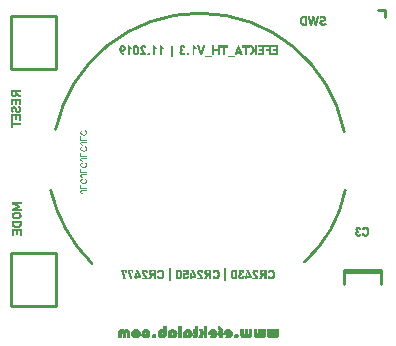
<source format=gbr>
G04 DipTrace 3.2.0.1*
G04 BottomSilk.gbr*
%MOIN*%
G04 #@! TF.FileFunction,Legend,Bot*
G04 #@! TF.Part,Single*
%ADD10C,0.009843*%
%ADD13C,0.002625*%
%ADD14C,0.001969*%
%ADD54C,0.003088*%
%FSLAX26Y26*%
G04*
G70*
G90*
G75*
G01*
G04 BotSilk*
%LPD*%
X608953Y-370861D2*
D10*
X482858D1*
X608953Y-363349D2*
X482858D1*
X608953D2*
X608899Y-410685D1*
X482858Y-363349D2*
X482912Y-410685D1*
X596385Y504474D2*
X621181Y504452D1*
X621769Y504252D2*
X621726Y479471D1*
X488558Y-96491D2*
G02X352349Y-336455I-420164J79855D01*
G01*
X-476660Y105966D2*
G02X485043Y99381I480161J-104119D01*
G01*
X-492918Y-97825D2*
G03X-356269Y-340373I494381J118761D01*
G01*
X-476159Y306129D2*
X-476608Y483311D1*
X-625818Y482930D1*
X-625369Y305772D1*
X-476159Y306129D1*
X-625808Y-307020D2*
X-625043Y-484182D1*
X-475835Y-483538D1*
X-476600Y-306375D1*
X-625808Y-307020D1*
X527562Y-219228D2*
D14*
X533467D1*
X551184D2*
X557089D1*
X526127Y-220213D2*
X534868D1*
X549446D2*
X558978D1*
X524898Y-221197D2*
X536005D1*
X548012D2*
X560493D1*
X523935Y-222181D2*
X536858D1*
X546938D2*
X561634D1*
X523179Y-223165D2*
X528895D1*
X532483D2*
X537490D1*
X546085D2*
X552365D1*
X555908D2*
X562471D1*
X522902Y-224150D2*
X527618D1*
X533467D2*
X537931D1*
X545367D2*
X550843D1*
X557433D2*
X563091D1*
X522752Y-225134D2*
X526727D1*
X534451D2*
X538200D1*
X544843D2*
X549680D1*
X558618D2*
X563527D1*
X522688Y-226118D2*
X526067D1*
X535436D2*
X538388D1*
X544521D2*
X548865D1*
X559488D2*
X563810D1*
X522695Y-227102D2*
X525895D1*
X544294D2*
X548231D1*
X560125D2*
X564056D1*
X522814Y-228087D2*
X526153D1*
X560565D2*
X564345D1*
X523088Y-229071D2*
X526578D1*
X560817D2*
X564619D1*
X523540Y-230055D2*
X527685D1*
X560939D2*
X564798D1*
X524261Y-231039D2*
X529006D1*
X560992D2*
X564892D1*
X525323Y-232024D2*
X530300D1*
X561014D2*
X564935D1*
X526577Y-233008D2*
X530941D1*
X561022D2*
X564953D1*
X525413Y-233992D2*
X531145D1*
X561025D2*
X564960D1*
X524414Y-234976D2*
X529792D1*
X561026D2*
X564962D1*
X523627Y-235961D2*
X528350D1*
X561026D2*
X564959D1*
X522993Y-236945D2*
X527157D1*
X561022D2*
X564925D1*
X522473Y-237929D2*
X526228D1*
X560988D2*
X564799D1*
X522084Y-238913D2*
X525899D1*
X560859D2*
X564564D1*
X521858Y-239898D2*
X525727D1*
X560584D2*
X564307D1*
X521777Y-240882D2*
X525690D1*
X544294D2*
X548231D1*
X560164D2*
X564101D1*
X521856Y-241866D2*
X525753D1*
X535436D2*
X539373D1*
X544484D2*
X548814D1*
X559543D2*
X563881D1*
X522106Y-242850D2*
X526290D1*
X534788D2*
X538995D1*
X544858D2*
X549589D1*
X558720D2*
X563565D1*
X522484Y-243835D2*
X527973D1*
X533076D2*
X538537D1*
X545391D2*
X551435D1*
X556855D2*
X563131D1*
X522965Y-244819D2*
X530472D1*
X530564D2*
X537947D1*
X546018D2*
X554030D1*
X554249D2*
X562546D1*
X523635Y-245803D2*
X537161D1*
X546844D2*
X561725D1*
X524642Y-246787D2*
X536142D1*
X548025D2*
X560555D1*
X526015Y-247772D2*
X534875D1*
X549531D2*
X558951D1*
X527562Y-248756D2*
X533467D1*
X551184D2*
X557089D1*
X344832Y483532D2*
X358612D1*
X363533D2*
X367470D1*
X379281D2*
X382234D1*
X394045D2*
X397982D1*
X407824D2*
X415698D1*
X343094Y482548D2*
X358612D1*
X363869D2*
X367507D1*
X379243D2*
X382386D1*
X394007D2*
X397645D1*
X406094D2*
X417436D1*
X341665Y481564D2*
X358612D1*
X364166D2*
X367633D1*
X379117D2*
X382630D1*
X393881D2*
X397352D1*
X404549D2*
X418866D1*
X340621Y480579D2*
X358612D1*
X364387D2*
X367869D1*
X378877D2*
X382888D1*
X393645D2*
X397162D1*
X403752D2*
X419905D1*
X339859Y479595D2*
X346014D1*
X354675D2*
X358612D1*
X364609D2*
X368126D1*
X378590D2*
X383095D1*
X393389D2*
X397031D1*
X403639D2*
X408808D1*
X414517D2*
X420633D1*
X339251Y478611D2*
X344492D1*
X354675D2*
X358612D1*
X364888D2*
X368332D1*
X378293D2*
X383312D1*
X393183D2*
X396862D1*
X403887D2*
X405856D1*
X416038D2*
X421115D1*
X338747Y477627D2*
X343342D1*
X354675D2*
X358612D1*
X365162D2*
X368549D1*
X377966D2*
X383590D1*
X392966D2*
X396608D1*
X417184D2*
X421384D1*
X338365Y476642D2*
X342468D1*
X354675D2*
X358612D1*
X365375D2*
X368826D1*
X377668D2*
X383863D1*
X392688D2*
X396345D1*
X418046D2*
X421513D1*
X338138Y475658D2*
X342164D1*
X354675D2*
X358612D1*
X365595D2*
X369100D1*
X377445D2*
X384076D1*
X392419D2*
X396137D1*
X418299D2*
X421569D1*
X338024Y474674D2*
X342000D1*
X354675D2*
X358612D1*
X365873D2*
X369312D1*
X377221D2*
X384295D1*
X392237D2*
X395919D1*
X418157D2*
X421587D1*
X337974Y473690D2*
X341926D1*
X354675D2*
X358612D1*
X366147D2*
X369532D1*
X376942D2*
X384574D1*
X392108D2*
X395641D1*
X417645D2*
X421557D1*
X337954Y472705D2*
X341897D1*
X354675D2*
X358612D1*
X366360D2*
X369810D1*
X376667D2*
X379277D1*
X381060D2*
X384847D1*
X391940D2*
X395368D1*
X416204D2*
X421396D1*
X337946Y471721D2*
X341885D1*
X354675D2*
X358612D1*
X366579D2*
X370080D1*
X376454D2*
X379242D1*
X381670D2*
X385060D1*
X391687D2*
X395155D1*
X413940D2*
X420994D1*
X337944Y470737D2*
X341881D1*
X354675D2*
X358612D1*
X366857D2*
X370262D1*
X376235D2*
X379117D1*
X382125D2*
X385280D1*
X391424D2*
X394936D1*
X411072D2*
X420292D1*
X337943Y469753D2*
X341880D1*
X354675D2*
X358612D1*
X367131D2*
X370390D1*
X375957D2*
X378881D1*
X382521D2*
X385558D1*
X391215D2*
X394657D1*
X408291D2*
X419193D1*
X337942Y468768D2*
X341879D1*
X354675D2*
X358612D1*
X367344D2*
X370558D1*
X375683D2*
X378625D1*
X382846D2*
X385832D1*
X390998D2*
X394384D1*
X406108D2*
X417433D1*
X337942Y467784D2*
X341879D1*
X354675D2*
X358612D1*
X367563D2*
X370812D1*
X375470D2*
X378419D1*
X383080D2*
X386045D1*
X390720D2*
X394171D1*
X404582D2*
X414874D1*
X337942Y466800D2*
X341879D1*
X354675D2*
X358612D1*
X367841D2*
X371075D1*
X375251D2*
X378202D1*
X383307D2*
X386264D1*
X390450D2*
X393951D1*
X403558D2*
X411921D1*
X337942Y465816D2*
X341879D1*
X354675D2*
X358612D1*
X368115D2*
X371283D1*
X374972D2*
X377921D1*
X383588D2*
X386550D1*
X390264D2*
X393673D1*
X402858D2*
X409299D1*
X337942Y464831D2*
X341879D1*
X354675D2*
X358612D1*
X368328D2*
X371505D1*
X374698D2*
X377617D1*
X383863D2*
X386895D1*
X390096D2*
X393399D1*
X402393D2*
X407420D1*
X337946Y463847D2*
X341883D1*
X354675D2*
X358612D1*
X368547D2*
X371820D1*
X374483D2*
X377313D1*
X384076D2*
X387378D1*
X389864D2*
X393186D1*
X402133D2*
X406054D1*
X337981Y462863D2*
X341922D1*
X354675D2*
X358612D1*
X368826D2*
X372245D1*
X374237D2*
X376983D1*
X384295D2*
X388150D1*
X389086D2*
X392967D1*
X402007D2*
X405501D1*
X338110Y461879D2*
X342089D1*
X354675D2*
X358612D1*
X369096D2*
X372774D1*
X373856D2*
X376685D1*
X384578D2*
X392689D1*
X401957D2*
X405466D1*
X338380Y460894D2*
X342408D1*
X354675D2*
X358612D1*
X369278D2*
X376461D1*
X384882D2*
X392415D1*
X401974D2*
X405786D1*
X338762Y459910D2*
X343327D1*
X354675D2*
X358612D1*
X369406D2*
X376237D1*
X385186D2*
X392202D1*
X402129D2*
X406610D1*
X420619D2*
X421604D1*
X339212Y458926D2*
X346023D1*
X354675D2*
X358612D1*
X369574D2*
X375957D1*
X385515D2*
X391983D1*
X402526D2*
X409142D1*
X417220D2*
X422130D1*
X339758Y457942D2*
X350322D1*
X354675D2*
X358612D1*
X369827D2*
X375683D1*
X385814D2*
X391705D1*
X403185D2*
X412998D1*
X412845D2*
X422810D1*
X340534Y456957D2*
X358612D1*
X370087D2*
X375467D1*
X386041D2*
X391435D1*
X404083D2*
X423572D1*
X341690Y455973D2*
X358612D1*
X370261D2*
X375221D1*
X386291D2*
X391255D1*
X405302D2*
X421423D1*
X343186Y454989D2*
X358612D1*
X370359D2*
X374840D1*
X386674D2*
X391157D1*
X406931D2*
X419109D1*
X344832Y454005D2*
X358612D1*
X370423D2*
X374360D1*
X387155D2*
X391092D1*
X408808D2*
X416682D1*
X-99518Y-357604D2*
X-95581D1*
X85521D2*
X89458D1*
X-99518Y-358588D2*
X-95581D1*
X85521D2*
X89458D1*
X-99518Y-359573D2*
X-95581D1*
X85521D2*
X89458D1*
X-99518Y-360557D2*
X-95581D1*
X85521D2*
X89458D1*
X-257983Y-361541D2*
X-242235D1*
X-236329D2*
X-220581D1*
X-209755D2*
X-205818D1*
X-185148D2*
X-178259D1*
X-160542D2*
X-145778D1*
X-131999D2*
X-126093D1*
X-99518D2*
X-95581D1*
X-70975D2*
X-65070D1*
X-51290D2*
X-36526D1*
X-24715D2*
X-20778D1*
X-109D2*
X6781D1*
X24497D2*
X39261D1*
X53041D2*
X58946D1*
X85521D2*
X89458D1*
X114064D2*
X119970D1*
X137686D2*
X143592D1*
X159340D2*
X163277D1*
X183946D2*
X190836D1*
X208552D2*
X223316D1*
X237096D2*
X243001D1*
X-257979Y-362525D2*
X-242235D1*
X-236326D2*
X-220581D1*
X-209381D2*
X-205444D1*
X-186431D2*
X-176857D1*
X-161977D2*
X-145778D1*
X-133736D2*
X-124204D1*
X-99518D2*
X-95581D1*
X-72410D2*
X-63635D1*
X-51290D2*
X-36526D1*
X-24341D2*
X-20404D1*
X-1392D2*
X8182D1*
X23063D2*
X39261D1*
X51303D2*
X60835D1*
X85521D2*
X89458D1*
X112630D2*
X121405D1*
X136252D2*
X144993D1*
X159714D2*
X163651D1*
X182664D2*
X192237D1*
X207118D2*
X223316D1*
X235358D2*
X244890D1*
X-257944Y-363510D2*
X-242235D1*
X-236291D2*
X-220581D1*
X-208958D2*
X-205021D1*
X-187419D2*
X-175720D1*
X-163205D2*
X-145778D1*
X-135170D2*
X-122689D1*
X-99518D2*
X-95581D1*
X-73638D2*
X-62406D1*
X-51290D2*
X-36526D1*
X-23918D2*
X-19981D1*
X-2380D2*
X9319D1*
X21834D2*
X39261D1*
X49869D2*
X62350D1*
X85521D2*
X89458D1*
X111401D2*
X122633D1*
X135023D2*
X146130D1*
X160137D2*
X164074D1*
X181675D2*
X193374D1*
X205889D2*
X223316D1*
X233924D2*
X246405D1*
X-257819Y-364494D2*
X-242235D1*
X-236166D2*
X-220581D1*
X-208501D2*
X-204564D1*
X-188162D2*
X-174868D1*
X-164172D2*
X-145778D1*
X-136244D2*
X-121548D1*
X-99518D2*
X-95581D1*
X-74602D2*
X-61443D1*
X-51290D2*
X-36526D1*
X-23461D2*
X-19524D1*
X-3123D2*
X10172D1*
X20867D2*
X39261D1*
X48795D2*
X63491D1*
X85521D2*
X89458D1*
X110438D2*
X123596D1*
X134060D2*
X146983D1*
X160594D2*
X164531D1*
X180932D2*
X194227D1*
X204922D2*
X223316D1*
X232850D2*
X247546D1*
X-257579Y-365478D2*
X-253894D1*
X-245188D2*
X-242235D1*
X-235926D2*
X-232240D1*
X-223534D2*
X-220581D1*
X-208022D2*
X-204089D1*
X-188764D2*
X-182945D1*
X-179589D2*
X-174236D1*
X-164855D2*
X-159208D1*
X-149715D2*
X-145778D1*
X-137097D2*
X-130817D1*
X-127275D2*
X-120711D1*
X-99518D2*
X-95581D1*
X-75358D2*
X-69756D1*
X-66289D2*
X-60687D1*
X-40463D2*
X-36526D1*
X-22983D2*
X-19050D1*
X-3724D2*
X2094D1*
X5451D2*
X10803D1*
X20184D2*
X25831D1*
X35324D2*
X39261D1*
X47942D2*
X54222D1*
X57765D2*
X64328D1*
X85521D2*
X89458D1*
X109682D2*
X115283D1*
X118751D2*
X124353D1*
X133304D2*
X139020D1*
X142608D2*
X147614D1*
X161072D2*
X165005D1*
X180331D2*
X186149D1*
X189506D2*
X194859D1*
X204239D2*
X209886D1*
X219379D2*
X223316D1*
X231997D2*
X238277D1*
X241820D2*
X248383D1*
X-257293Y-366462D2*
X-253646D1*
X-245188D2*
X-242235D1*
X-235639D2*
X-231992D1*
X-223534D2*
X-220581D1*
X-207537D2*
X-203635D1*
X-189262D2*
X-184340D1*
X-178278D2*
X-173795D1*
X-165339D2*
X-160486D1*
X-149715D2*
X-145778D1*
X-137815D2*
X-132340D1*
X-125749D2*
X-120092D1*
X-99518D2*
X-95581D1*
X-75635D2*
X-71151D1*
X-64893D2*
X-60372D1*
X-40463D2*
X-36526D1*
X-22498D2*
X-18595D1*
X-4223D2*
X699D1*
X6762D2*
X11245D1*
X19701D2*
X24554D1*
X35324D2*
X39261D1*
X47224D2*
X52700D1*
X59290D2*
X64948D1*
X85521D2*
X89458D1*
X109405D2*
X113888D1*
X120146D2*
X124667D1*
X133027D2*
X137743D1*
X143592D2*
X148056D1*
X161557D2*
X165460D1*
X179833D2*
X184754D1*
X190817D2*
X195300D1*
X203756D2*
X208609D1*
X219379D2*
X223316D1*
X231279D2*
X236755D1*
X243345D2*
X249003D1*
X-256995Y-367447D2*
X-253357D1*
X-245188D2*
X-242235D1*
X-235342D2*
X-231703D1*
X-223534D2*
X-220581D1*
X-207046D2*
X-203239D1*
X-189608D2*
X-185413D1*
X-177237D2*
X-173526D1*
X-165745D2*
X-161381D1*
X-149715D2*
X-145778D1*
X-138340D2*
X-133502D1*
X-124565D2*
X-119655D1*
X-99518D2*
X-95581D1*
X-75785D2*
X-72224D1*
X-63820D2*
X-60096D1*
X-40463D2*
X-36526D1*
X-22007D2*
X-18199D1*
X-4569D2*
X-374D1*
X7803D2*
X11513D1*
X19295D2*
X23658D1*
X35324D2*
X39261D1*
X46700D2*
X51537D1*
X60475D2*
X65384D1*
X85521D2*
X89458D1*
X109254D2*
X112815D1*
X121219D2*
X124943D1*
X132877D2*
X136851D1*
X144576D2*
X148324D1*
X162048D2*
X165856D1*
X179486D2*
X183681D1*
X191858D2*
X195568D1*
X203350D2*
X207714D1*
X219379D2*
X223316D1*
X230755D2*
X235592D1*
X244530D2*
X249439D1*
X-256668Y-368431D2*
X-253059D1*
X-245188D2*
X-242235D1*
X-235015D2*
X-231405D1*
X-223534D2*
X-220581D1*
X-206556D2*
X-202889D1*
X-189799D2*
X-185835D1*
X-176290D2*
X-173337D1*
X-166066D2*
X-162052D1*
X-149715D2*
X-145778D1*
X-138662D2*
X-134318D1*
X-123695D2*
X-119373D1*
X-99518D2*
X-95581D1*
X-75853D2*
X-72597D1*
X-63447D2*
X-59792D1*
X-40467D2*
X-36526D1*
X-21516D2*
X-17850D1*
X-4760D2*
X-796D1*
X8749D2*
X11702D1*
X18973D2*
X22988D1*
X35324D2*
X39261D1*
X46378D2*
X50722D1*
X61344D2*
X65667D1*
X85521D2*
X89458D1*
X109187D2*
X112442D1*
X121592D2*
X125247D1*
X132813D2*
X136192D1*
X145560D2*
X148513D1*
X162539D2*
X166205D1*
X179296D2*
X183259D1*
X192804D2*
X195757D1*
X203028D2*
X207043D1*
X219379D2*
X223316D1*
X230433D2*
X234777D1*
X245400D2*
X249722D1*
X-256370Y-369415D2*
X-252728D1*
X-245188D2*
X-242235D1*
X-234717D2*
X-231074D1*
X-223534D2*
X-220581D1*
X-206063D2*
X-202508D1*
X-189606D2*
X-185840D1*
X-166232D2*
X-162250D1*
X-149715D2*
X-145778D1*
X-138888D2*
X-134951D1*
X-123058D2*
X-119126D1*
X-99518D2*
X-95581D1*
X-75880D2*
X-72797D1*
X-63247D2*
X-59512D1*
X-40505D2*
X-36526D1*
X-21024D2*
X-17468D1*
X-4567D2*
X-801D1*
X18807D2*
X22789D1*
X35324D2*
X39261D1*
X46151D2*
X50088D1*
X61982D2*
X65913D1*
X85521D2*
X89458D1*
X109159D2*
X112242D1*
X121792D2*
X125527D1*
X132820D2*
X136020D1*
X163031D2*
X166587D1*
X179488D2*
X183254D1*
X202863D2*
X206844D1*
X219379D2*
X223316D1*
X230206D2*
X234143D1*
X246037D2*
X249968D1*
X-256147Y-370399D2*
X-252399D1*
X-234493D2*
X-230745D1*
X-205572D2*
X-202077D1*
X-189353D2*
X-185643D1*
X-166208D2*
X-162324D1*
X-149715D2*
X-145778D1*
X-122617D2*
X-118837D1*
X-99518D2*
X-95581D1*
X-75891D2*
X-72887D1*
X-63158D2*
X-59330D1*
X-40657D2*
X-36526D1*
X-20533D2*
X-17037D1*
X-4313D2*
X-604D1*
X18831D2*
X22715D1*
X35324D2*
X39261D1*
X62422D2*
X66202D1*
X85521D2*
X89458D1*
X109149D2*
X112153D1*
X121881D2*
X125709D1*
X132938D2*
X136278D1*
X163523D2*
X167018D1*
X179742D2*
X183451D1*
X202886D2*
X206770D1*
X219379D2*
X223316D1*
X246477D2*
X250257D1*
X-255924Y-371384D2*
X-252085D1*
X-234270D2*
X-230431D1*
X-205079D2*
X-201615D1*
X-189068D2*
X-185293D1*
X-166014D2*
X-162078D1*
X-149715D2*
X-145778D1*
X-122366D2*
X-118564D1*
X-99518D2*
X-95581D1*
X-75894D2*
X-72923D1*
X-63122D2*
X-59235D1*
X-47353D2*
X-42432D1*
X-40993D2*
X-36526D1*
X-20040D2*
X-16576D1*
X-4028D2*
X-254D1*
X19025D2*
X22961D1*
X35324D2*
X39261D1*
X62673D2*
X66476D1*
X85521D2*
X89458D1*
X109145D2*
X112117D1*
X121917D2*
X125804D1*
X133213D2*
X136703D1*
X164015D2*
X167480D1*
X180027D2*
X183801D1*
X203080D2*
X207017D1*
X219379D2*
X223316D1*
X246729D2*
X250531D1*
X-255640Y-372368D2*
X-251751D1*
X-233986D2*
X-230097D1*
X-204588D2*
X-201134D1*
X-188709D2*
X-184860D1*
X-165742D2*
X-161418D1*
X-149715D2*
X-145778D1*
X-122243D2*
X-118384D1*
X-99518D2*
X-95581D1*
X-75896D2*
X-72936D1*
X-63108D2*
X-59192D1*
X-48754D2*
X-36526D1*
X-19548D2*
X-16095D1*
X-3670D2*
X179D1*
X19297D2*
X23621D1*
X35324D2*
X39261D1*
X62796D2*
X66655D1*
X85521D2*
X89458D1*
X109144D2*
X112103D1*
X121931D2*
X125847D1*
X133665D2*
X137809D1*
X164507D2*
X167960D1*
X180386D2*
X184234D1*
X203352D2*
X207676D1*
X219379D2*
X223316D1*
X246851D2*
X250710D1*
X-255335Y-373352D2*
X-251450D1*
X-233681D2*
X-229797D1*
X-212707D2*
X-209755D1*
X-204099D2*
X-200648D1*
X-188257D2*
X-184357D1*
X-165414D2*
X-158826D1*
X-149715D2*
X-145778D1*
X-122190D2*
X-118290D1*
X-99518D2*
X-95581D1*
X-75896D2*
X-72941D1*
X-63104D2*
X-59175D1*
X-49891D2*
X-36526D1*
X-27668D2*
X-24715D1*
X-19059D2*
X-15609D1*
X-3218D2*
X682D1*
X19626D2*
X26214D1*
X35324D2*
X39261D1*
X62849D2*
X66749D1*
X85521D2*
X89458D1*
X109143D2*
X112098D1*
X121936D2*
X125865D1*
X134385D2*
X139131D1*
X156387D2*
X159340D1*
X164996D2*
X168447D1*
X180837D2*
X184737D1*
X203681D2*
X210269D1*
X219379D2*
X223316D1*
X246905D2*
X250804D1*
X-255031Y-374336D2*
X-251226D1*
X-233377D2*
X-229573D1*
X-212707D2*
X-209755D1*
X-203638D2*
X-200157D1*
X-187704D2*
X-183750D1*
X-164922D2*
X-154378D1*
X-149715D2*
X-145778D1*
X-122169D2*
X-118247D1*
X-99518D2*
X-95581D1*
X-75896D2*
X-72943D1*
X-63102D2*
X-59168D1*
X-50744D2*
X-36526D1*
X-27668D2*
X-24715D1*
X-18599D2*
X-15117D1*
X-2665D2*
X1290D1*
X20118D2*
X30661D1*
X35324D2*
X39261D1*
X62871D2*
X66792D1*
X85521D2*
X89458D1*
X109143D2*
X112097D1*
X121938D2*
X125872D1*
X135447D2*
X140425D1*
X156387D2*
X159340D1*
X165456D2*
X168938D1*
X181390D2*
X185345D1*
X204173D2*
X214716D1*
X219379D2*
X223316D1*
X246926D2*
X250847D1*
X-254697Y-375321D2*
X-251002D1*
X-233044D2*
X-229349D1*
X-212707D2*
X-209755D1*
X-203240D2*
X-199666D1*
X-187080D2*
X-183024D1*
X-164198D2*
X-145778D1*
X-122161D2*
X-118230D1*
X-99518D2*
X-95581D1*
X-75896D2*
X-72943D1*
X-63101D2*
X-59165D1*
X-51375D2*
X-46331D1*
X-42613D2*
X-36526D1*
X-27668D2*
X-24715D1*
X-18200D2*
X-14627D1*
X-2041D2*
X2015D1*
X20841D2*
X39261D1*
X62879D2*
X66810D1*
X85521D2*
X89458D1*
X109143D2*
X112096D1*
X121938D2*
X125874D1*
X136702D2*
X141066D1*
X156387D2*
X159340D1*
X165855D2*
X169428D1*
X182014D2*
X186070D1*
X204896D2*
X223316D1*
X246934D2*
X250865D1*
X-254368Y-376305D2*
X-250719D1*
X-232714D2*
X-229065D1*
X-212707D2*
X-209755D1*
X-202889D2*
X-199173D1*
X-186448D2*
X-182278D1*
X-163274D2*
X-145778D1*
X-122158D2*
X-118223D1*
X-99518D2*
X-95581D1*
X-75896D2*
X-72943D1*
X-63101D2*
X-59164D1*
X-51814D2*
X-47186D1*
X-40990D2*
X-36526D1*
X-27668D2*
X-24715D1*
X-17850D2*
X-14134D1*
X-1409D2*
X2762D1*
X21765D2*
X39261D1*
X62882D2*
X66816D1*
X85521D2*
X89458D1*
X109143D2*
X112096D1*
X121938D2*
X125875D1*
X135537D2*
X141270D1*
X156387D2*
X159340D1*
X166205D2*
X169921D1*
X182646D2*
X186817D1*
X205820D2*
X223316D1*
X246937D2*
X250872D1*
X-254053Y-377289D2*
X-250414D1*
X-232400D2*
X-228760D1*
X-212707D2*
X-209755D1*
X-202508D2*
X-198682D1*
X-185771D2*
X-181579D1*
X-162316D2*
X-145778D1*
X-122157D2*
X-118220D1*
X-99518D2*
X-95581D1*
X-75896D2*
X-72944D1*
X-63101D2*
X-59164D1*
X-52065D2*
X-47895D1*
X-39479D2*
X-36526D1*
X-27668D2*
X-24715D1*
X-17469D2*
X-13643D1*
X-732D2*
X3460D1*
X22724D2*
X39261D1*
X62883D2*
X66819D1*
X85521D2*
X89458D1*
X109143D2*
X112096D1*
X121938D2*
X125875D1*
X134539D2*
X139916D1*
X156387D2*
X159340D1*
X166587D2*
X170412D1*
X183323D2*
X187516D1*
X206779D2*
X223316D1*
X246938D2*
X250874D1*
X-253719Y-378273D2*
X-250109D1*
X-232066D2*
X-228456D1*
X-212707D2*
X-209755D1*
X-202077D2*
X-198189D1*
X-185014D2*
X-180867D1*
X-161473D2*
X-145778D1*
X-122156D2*
X-118223D1*
X-99518D2*
X-95581D1*
X-75896D2*
X-72944D1*
X-63101D2*
X-59164D1*
X-52187D2*
X-48463D1*
X-27668D2*
X-24715D1*
X-17038D2*
X-13150D1*
X25D2*
X4172D1*
X23566D2*
X39261D1*
X62883D2*
X66816D1*
X85521D2*
X89458D1*
X109143D2*
X112096D1*
X121938D2*
X125875D1*
X133752D2*
X138474D1*
X156387D2*
X159340D1*
X167018D2*
X170905D1*
X184080D2*
X188227D1*
X207621D2*
X223316D1*
X246938D2*
X250871D1*
X-253419Y-379258D2*
X-249776D1*
X-231765D2*
X-228123D1*
X-212715D2*
X-209755D1*
X-201612D2*
X-197698D1*
X-184254D2*
X-180066D1*
X-161270D2*
X-156449D1*
X-149715D2*
X-145778D1*
X-122160D2*
X-118258D1*
X-99518D2*
X-95581D1*
X-75896D2*
X-72944D1*
X-63101D2*
X-59164D1*
X-52240D2*
X-48876D1*
X-27668D2*
X-24715D1*
X-16572D2*
X-12659D1*
X785D2*
X4973D1*
X23769D2*
X28590D1*
X35324D2*
X39261D1*
X62879D2*
X66782D1*
X85521D2*
X89458D1*
X109143D2*
X112096D1*
X121938D2*
X125875D1*
X133118D2*
X137282D1*
X156379D2*
X159340D1*
X167483D2*
X171397D1*
X184840D2*
X189028D1*
X207825D2*
X212645D1*
X219379D2*
X223316D1*
X246934D2*
X250837D1*
X-253195Y-380242D2*
X-249447D1*
X-231541D2*
X-227793D1*
X-212784D2*
X-209755D1*
X-201106D2*
X-197209D1*
X-183550D2*
X-179210D1*
X-161541D2*
X-157155D1*
X-149715D2*
X-145778D1*
X-122195D2*
X-118383D1*
X-99518D2*
X-95581D1*
X-75896D2*
X-72944D1*
X-63101D2*
X-59168D1*
X-52262D2*
X-49114D1*
X-27668D2*
X-24715D1*
X-16066D2*
X-12169D1*
X1489D2*
X5829D1*
X23498D2*
X27885D1*
X35324D2*
X39261D1*
X62845D2*
X66656D1*
X85521D2*
X89458D1*
X109143D2*
X112096D1*
X121938D2*
X125871D1*
X132598D2*
X136353D1*
X156310D2*
X159340D1*
X167989D2*
X171886D1*
X185544D2*
X189884D1*
X207553D2*
X211940D1*
X219379D2*
X223316D1*
X246900D2*
X250711D1*
X-252971Y-381226D2*
X-249132D1*
X-231317D2*
X-227478D1*
X-212946D2*
X-209755D1*
X-200537D2*
X-196752D1*
X-182841D2*
X-178394D1*
X-161995D2*
X-157755D1*
X-149715D2*
X-145778D1*
X-122324D2*
X-118619D1*
X-99518D2*
X-95581D1*
X-75896D2*
X-72944D1*
X-63101D2*
X-59202D1*
X-52270D2*
X-49198D1*
X-27668D2*
X-24715D1*
X-15497D2*
X-11713D1*
X2199D2*
X6645D1*
X23045D2*
X27285D1*
X35324D2*
X39261D1*
X62715D2*
X66421D1*
X85521D2*
X89458D1*
X109143D2*
X112096D1*
X121938D2*
X125837D1*
X132209D2*
X136024D1*
X156149D2*
X159340D1*
X168558D2*
X172342D1*
X186254D2*
X190700D1*
X207100D2*
X211340D1*
X219379D2*
X223316D1*
X246771D2*
X250476D1*
X-252687Y-382210D2*
X-248798D1*
X-231034D2*
X-227145D1*
X-213484D2*
X-209755D1*
X-199912D2*
X-196388D1*
X-182070D2*
X-177663D1*
X-162571D2*
X-158296D1*
X-149715D2*
X-145778D1*
X-122598D2*
X-118875D1*
X-99518D2*
X-95581D1*
X-75896D2*
X-72940D1*
X-63105D2*
X-59328D1*
X-52273D2*
X-49121D1*
X-27668D2*
X-24715D1*
X-14873D2*
X-11349D1*
X2970D2*
X7376D1*
X22469D2*
X26743D1*
X35324D2*
X39261D1*
X62441D2*
X66164D1*
X85521D2*
X89458D1*
X109143D2*
X112100D1*
X121934D2*
X125711D1*
X131982D2*
X135851D1*
X155610D2*
X159340D1*
X169182D2*
X172706D1*
X187025D2*
X191431D1*
X206524D2*
X210798D1*
X219379D2*
X223316D1*
X246496D2*
X250220D1*
X-252382Y-383195D2*
X-248498D1*
X-230728D2*
X-226844D1*
X-213998D2*
X-196167D1*
X-181304D2*
X-176942D1*
X-163151D2*
X-158807D1*
X-149715D2*
X-145778D1*
X-138888D2*
X-134951D1*
X-123018D2*
X-119081D1*
X-99518D2*
X-95581D1*
X-75896D2*
X-72897D1*
X-63147D2*
X-59564D1*
X-52270D2*
X-48867D1*
X-29636D2*
X-11128D1*
X3735D2*
X8097D1*
X21889D2*
X26232D1*
X35324D2*
X39261D1*
X46151D2*
X50088D1*
X62021D2*
X65958D1*
X85521D2*
X89458D1*
X109143D2*
X112142D1*
X121892D2*
X125476D1*
X131902D2*
X135815D1*
X155096D2*
X172927D1*
X187790D2*
X192152D1*
X205944D2*
X210287D1*
X219379D2*
X223316D1*
X230206D2*
X234143D1*
X246076D2*
X250013D1*
X-252078Y-384179D2*
X-248273D1*
X-230424D2*
X-226620D1*
X-214384D2*
X-196056D1*
X-180599D2*
X-176167D1*
X-163696D2*
X-159308D1*
X-149715D2*
X-145778D1*
X-138699D2*
X-134369D1*
X-123639D2*
X-119302D1*
X-99518D2*
X-95581D1*
X-75892D2*
X-72794D1*
X-63251D2*
X-59820D1*
X-52236D2*
X-48448D1*
X-39479D2*
X-36526D1*
X-29636D2*
X-11017D1*
X4441D2*
X8873D1*
X21344D2*
X25731D1*
X35324D2*
X39261D1*
X46341D2*
X50671D1*
X61400D2*
X65738D1*
X85521D2*
X89458D1*
X109147D2*
X112246D1*
X121788D2*
X125220D1*
X131981D2*
X135878D1*
X145560D2*
X149497D1*
X154710D2*
X173039D1*
X188496D2*
X192928D1*
X205399D2*
X209787D1*
X219379D2*
X223316D1*
X230396D2*
X234726D1*
X245455D2*
X249793D1*
X-251745Y-385163D2*
X-248050D1*
X-230091D2*
X-226396D1*
X-214338D2*
X-196005D1*
X-179884D2*
X-175404D1*
X-164215D2*
X-159802D1*
X-149715D2*
X-145778D1*
X-138325D2*
X-133593D1*
X-124462D2*
X-119618D1*
X-99518D2*
X-95581D1*
X-75854D2*
X-72250D1*
X-63795D2*
X-60030D1*
X-52107D2*
X-47907D1*
X-40127D2*
X-36682D1*
X-29636D2*
X-10965D1*
X5155D2*
X9636D1*
X20825D2*
X25237D1*
X35324D2*
X39261D1*
X46715D2*
X51446D1*
X60577D2*
X65422D1*
X85521D2*
X89458D1*
X109185D2*
X112790D1*
X121244D2*
X125009D1*
X132231D2*
X136415D1*
X144913D2*
X149120D1*
X154756D2*
X173090D1*
X189210D2*
X193691D1*
X204880D2*
X209292D1*
X219379D2*
X223316D1*
X230770D2*
X235501D1*
X244633D2*
X249477D1*
X-251415Y-386147D2*
X-247766D1*
X-229762D2*
X-226112D1*
X-213854D2*
X-195975D1*
X-179079D2*
X-174736D1*
X-164718D2*
X-160296D1*
X-149715D2*
X-145778D1*
X-137792D2*
X-131747D1*
X-126327D2*
X-120051D1*
X-99518D2*
X-95581D1*
X-75690D2*
X-70565D1*
X-65480D2*
X-60285D1*
X-51832D2*
X-46604D1*
X-41838D2*
X-36965D1*
X-29636D2*
X-10936D1*
X5960D2*
X10304D1*
X20322D2*
X24744D1*
X35324D2*
X39261D1*
X47248D2*
X53292D1*
X58712D2*
X64988D1*
X85521D2*
X89458D1*
X109349D2*
X114474D1*
X119560D2*
X124754D1*
X132609D2*
X138098D1*
X143201D2*
X148662D1*
X155241D2*
X173119D1*
X190015D2*
X194359D1*
X204377D2*
X208799D1*
X219379D2*
X223316D1*
X231303D2*
X237347D1*
X242767D2*
X249043D1*
X-251100Y-387132D2*
X-247461D1*
X-229447D2*
X-225807D1*
X-213359D2*
X-209755D1*
X-178194D2*
X-174185D1*
X-165215D2*
X-160788D1*
X-149715D2*
X-145778D1*
X-137165D2*
X-129152D1*
X-128933D2*
X-120637D1*
X-99518D2*
X-95581D1*
X-75287D2*
X-68065D1*
X-67980D2*
X-60730D1*
X-51412D2*
X-44709D1*
X-44351D2*
X-37387D1*
X-27668D2*
X-24715D1*
X6846D2*
X10854D1*
X19824D2*
X24252D1*
X35324D2*
X39261D1*
X47875D2*
X55887D1*
X56106D2*
X64403D1*
X85521D2*
X89458D1*
X109753D2*
X116975D1*
X117060D2*
X124309D1*
X133090D2*
X140597D1*
X140688D2*
X148072D1*
X155735D2*
X159340D1*
X190901D2*
X194909D1*
X203879D2*
X208307D1*
X219379D2*
X223316D1*
X231930D2*
X239942D1*
X240161D2*
X248458D1*
X-250766Y-388116D2*
X-247156D1*
X-229113D2*
X-225502D1*
X-213023D2*
X-209755D1*
X-190070D2*
X-173779D1*
X-165711D2*
X-161277D1*
X-149715D2*
X-145778D1*
X-136338D2*
X-121457D1*
X-99518D2*
X-95581D1*
X-74597D2*
X-61437D1*
X-50804D2*
X-37997D1*
X-27668D2*
X-24715D1*
X-5030D2*
X11261D1*
X19328D2*
X23762D1*
X35324D2*
X39261D1*
X48701D2*
X63582D1*
X85521D2*
X89458D1*
X110442D2*
X123602D1*
X133760D2*
X147286D1*
X156071D2*
X159340D1*
X179025D2*
X195316D1*
X203383D2*
X207817D1*
X219379D2*
X223316D1*
X232756D2*
X247637D1*
X-250467Y-389100D2*
X-246818D1*
X-228814D2*
X-225164D1*
X-212844D2*
X-209755D1*
X-190070D2*
X-173539D1*
X-166230D2*
X-161743D1*
X-149715D2*
X-145778D1*
X-135158D2*
X-122628D1*
X-99518D2*
X-95581D1*
X-73622D2*
X-62419D1*
X-49909D2*
X-38891D1*
X-27668D2*
X-24715D1*
X-5030D2*
X11500D1*
X18809D2*
X23296D1*
X35324D2*
X39261D1*
X49881D2*
X62412D1*
X85521D2*
X89458D1*
X111418D2*
X122620D1*
X134766D2*
X146267D1*
X156251D2*
X159340D1*
X179025D2*
X195555D1*
X202864D2*
X207351D1*
X219379D2*
X223316D1*
X233937D2*
X246467D1*
X-250262Y-390084D2*
X-246481D1*
X-228609D2*
X-224827D1*
X-212758D2*
X-209755D1*
X-190070D2*
X-173415D1*
X-166805D2*
X-162153D1*
X-149715D2*
X-145778D1*
X-133651D2*
X-124231D1*
X-99518D2*
X-95581D1*
X-72373D2*
X-63670D1*
X-48713D2*
X-40087D1*
X-27668D2*
X-24715D1*
X-5030D2*
X11624D1*
X18235D2*
X22886D1*
X35324D2*
X39261D1*
X51388D2*
X60808D1*
X85521D2*
X89458D1*
X112666D2*
X121369D1*
X136139D2*
X145000D1*
X156336D2*
X159340D1*
X179025D2*
X195679D1*
X202290D2*
X206941D1*
X219379D2*
X223316D1*
X235443D2*
X244863D1*
X-250109Y-391069D2*
X-246172D1*
X-228455D2*
X-224518D1*
X-212707D2*
X-209755D1*
X-190070D2*
X-173337D1*
X-167432D2*
X-162510D1*
X-149715D2*
X-145778D1*
X-131999D2*
X-126093D1*
X-99518D2*
X-95581D1*
X-70975D2*
X-65070D1*
X-47353D2*
X-41448D1*
X-27668D2*
X-24715D1*
X-5030D2*
X11702D1*
X17608D2*
X22529D1*
X35324D2*
X39261D1*
X53041D2*
X58946D1*
X85521D2*
X89458D1*
X114064D2*
X119970D1*
X137686D2*
X143592D1*
X156387D2*
X159340D1*
X179025D2*
X195757D1*
X201663D2*
X206584D1*
X219379D2*
X223316D1*
X237096D2*
X243001D1*
X-99518Y-392053D2*
X-95581D1*
X85521D2*
X89458D1*
X-99518Y-393037D2*
X-95581D1*
X85521D2*
X89458D1*
X-99518Y-394021D2*
X-95581D1*
X85521D2*
X89458D1*
X-99518Y-395006D2*
X-95581D1*
X85521D2*
X89458D1*
X-625454Y236429D2*
X-595927D1*
X-625454Y235445D2*
X-595927D1*
X-625454Y234461D2*
X-595927D1*
X-625454Y233476D2*
X-595927D1*
X-625454Y232492D2*
X-622501D1*
X-612659D2*
X-608722D1*
X-625454Y231508D2*
X-622501D1*
X-612659D2*
X-608722D1*
X-625454Y230524D2*
X-622501D1*
X-612659D2*
X-608722D1*
X-625454Y229539D2*
X-622501D1*
X-612659D2*
X-608718D1*
X-625454Y228555D2*
X-622501D1*
X-612659D2*
X-608676D1*
X-625454Y227571D2*
X-622501D1*
X-612659D2*
X-608572D1*
X-625454Y226587D2*
X-622501D1*
X-612659D2*
X-608074D1*
X-625454Y225602D2*
X-622497D1*
X-612663D2*
X-606899D1*
X-625454Y224618D2*
X-622455D1*
X-612705D2*
X-605393D1*
X-625450Y223634D2*
X-622351D1*
X-612809D2*
X-603647D1*
X-625412Y222650D2*
X-621807D1*
X-613353D2*
X-601781D1*
X-625248Y221665D2*
X-620123D1*
X-615037D2*
X-599927D1*
X-624848Y220681D2*
X-617623D1*
X-617538D2*
X-609558D1*
X-606753D2*
X-598300D1*
X-624196Y219697D2*
X-610335D1*
X-604789D2*
X-596952D1*
X-623373Y218713D2*
X-611214D1*
X-602858D2*
X-596427D1*
X-622461Y217728D2*
X-612348D1*
X-601041D2*
X-596140D1*
X-621517Y216744D2*
X-613643D1*
X-599409D2*
X-596005D1*
X-597895Y215760D2*
X-595927D1*
X-625454Y207886D2*
X-595927D1*
X-625454Y206902D2*
X-595927D1*
X-625454Y205917D2*
X-595927D1*
X-625454Y204933D2*
X-595927D1*
X-625454Y203949D2*
X-622501D1*
X-612659D2*
X-608722D1*
X-599864D2*
X-595927D1*
X-625454Y202965D2*
X-622501D1*
X-612659D2*
X-608722D1*
X-599864D2*
X-595927D1*
X-625454Y201980D2*
X-622501D1*
X-612659D2*
X-608722D1*
X-599864D2*
X-595927D1*
X-625454Y200996D2*
X-622501D1*
X-612659D2*
X-608722D1*
X-599864D2*
X-595927D1*
X-625454Y200012D2*
X-622501D1*
X-612659D2*
X-608722D1*
X-599864D2*
X-595927D1*
X-625454Y199028D2*
X-622501D1*
X-612659D2*
X-608722D1*
X-599864D2*
X-595927D1*
X-625454Y198043D2*
X-622501D1*
X-612659D2*
X-608722D1*
X-599864D2*
X-595927D1*
X-625454Y197059D2*
X-622501D1*
X-612659D2*
X-608722D1*
X-599864D2*
X-595927D1*
X-625454Y196075D2*
X-622501D1*
X-612659D2*
X-608722D1*
X-599864D2*
X-595927D1*
X-625454Y195091D2*
X-622501D1*
X-612655D2*
X-608722D1*
X-599864D2*
X-595927D1*
X-625454Y194106D2*
X-622501D1*
X-612617D2*
X-608722D1*
X-599864D2*
X-595927D1*
X-625454Y193122D2*
X-622501D1*
X-612465D2*
X-608722D1*
X-599864D2*
X-595927D1*
X-625454Y192138D2*
X-622501D1*
X-612129D2*
X-608722D1*
X-599864D2*
X-595927D1*
X-625454Y191154D2*
X-622501D1*
X-611675D2*
X-608722D1*
X-599864D2*
X-595927D1*
X-625454Y190169D2*
X-622501D1*
X-599864D2*
X-595927D1*
X-625454Y189185D2*
X-622501D1*
X-599864D2*
X-595927D1*
X-618564Y183280D2*
X-616596D1*
X-600848D2*
X-598879D1*
X-620453Y182295D2*
X-614707D1*
X-601246D2*
X-598273D1*
X-621968Y181311D2*
X-613196D1*
X-601175D2*
X-597746D1*
X-623109Y180327D2*
X-612085D1*
X-600919D2*
X-597344D1*
X-623946Y179343D2*
X-611339D1*
X-600570D2*
X-597074D1*
X-624566Y178358D2*
X-620377D1*
X-614817D2*
X-610830D1*
X-600251D2*
X-596831D1*
X-624998Y177374D2*
X-621079D1*
X-614207D2*
X-610414D1*
X-600047D2*
X-596544D1*
X-625246Y176390D2*
X-621644D1*
X-613752D2*
X-610085D1*
X-599941D2*
X-596271D1*
X-625368Y175406D2*
X-622056D1*
X-613356D2*
X-609880D1*
X-599894D2*
X-596091D1*
X-625420Y174421D2*
X-622297D1*
X-613035D2*
X-609743D1*
X-599875D2*
X-595997D1*
X-625442Y173437D2*
X-622416D1*
X-612831D2*
X-609572D1*
X-599868D2*
X-595958D1*
X-625450Y172453D2*
X-622464D1*
X-612695D2*
X-609314D1*
X-599869D2*
X-595975D1*
X-625453Y171469D2*
X-622451D1*
X-612524D2*
X-609020D1*
X-599906D2*
X-596094D1*
X-625450Y170484D2*
X-622329D1*
X-612266D2*
X-608701D1*
X-599998D2*
X-596331D1*
X-625415Y169500D2*
X-622058D1*
X-611972D2*
X-608316D1*
X-600454D2*
X-596617D1*
X-625286Y168516D2*
X-621643D1*
X-611669D2*
X-607408D1*
X-602032D2*
X-596918D1*
X-625013Y167531D2*
X-621075D1*
X-611302D2*
X-605311D1*
X-604572D2*
X-597283D1*
X-624606Y166547D2*
X-620349D1*
X-610840D2*
X-597749D1*
X-624083Y165563D2*
X-619549D1*
X-610214D2*
X-598412D1*
X-623486Y164579D2*
X-621517D1*
X-609313D2*
X-599466D1*
X-608115Y163594D2*
X-601001D1*
X-606753Y162610D2*
X-602816D1*
X-625454Y155720D2*
X-595927D1*
X-625454Y154736D2*
X-595927D1*
X-625454Y153752D2*
X-595927D1*
X-625454Y152768D2*
X-595927D1*
X-625454Y151783D2*
X-622501D1*
X-612659D2*
X-608722D1*
X-599864D2*
X-595927D1*
X-625454Y150799D2*
X-622501D1*
X-612659D2*
X-608722D1*
X-599864D2*
X-595927D1*
X-625454Y149815D2*
X-622501D1*
X-612659D2*
X-608722D1*
X-599864D2*
X-595927D1*
X-625454Y148831D2*
X-622501D1*
X-612659D2*
X-608722D1*
X-599864D2*
X-595927D1*
X-625454Y147846D2*
X-622501D1*
X-612659D2*
X-608722D1*
X-599864D2*
X-595927D1*
X-625454Y146862D2*
X-622501D1*
X-612659D2*
X-608722D1*
X-599864D2*
X-595927D1*
X-625454Y145878D2*
X-622501D1*
X-612659D2*
X-608722D1*
X-599864D2*
X-595927D1*
X-625454Y144894D2*
X-622501D1*
X-612659D2*
X-608722D1*
X-599864D2*
X-595927D1*
X-625454Y143909D2*
X-622501D1*
X-612659D2*
X-608722D1*
X-599864D2*
X-595927D1*
X-625454Y142925D2*
X-622501D1*
X-612655D2*
X-608722D1*
X-599864D2*
X-595927D1*
X-625454Y141941D2*
X-622501D1*
X-612617D2*
X-608722D1*
X-599864D2*
X-595927D1*
X-625454Y140957D2*
X-622501D1*
X-612465D2*
X-608722D1*
X-599864D2*
X-595927D1*
X-625454Y139972D2*
X-622501D1*
X-612129D2*
X-608722D1*
X-599864D2*
X-595927D1*
X-625454Y138988D2*
X-622501D1*
X-611675D2*
X-608722D1*
X-599864D2*
X-595927D1*
X-625454Y138004D2*
X-622501D1*
X-599864D2*
X-595927D1*
X-625454Y137020D2*
X-622501D1*
X-599864D2*
X-595927D1*
X-625454Y134067D2*
X-622501D1*
X-625454Y133083D2*
X-622501D1*
X-625454Y132098D2*
X-622501D1*
X-625454Y131114D2*
X-622501D1*
X-625454Y130130D2*
X-622501D1*
X-625454Y129146D2*
X-622501D1*
X-625454Y128161D2*
X-622501D1*
X-625454Y127177D2*
X-622501D1*
X-625454Y126193D2*
X-595927D1*
X-625454Y125209D2*
X-595927D1*
X-625454Y124224D2*
X-595927D1*
X-625454Y123240D2*
X-595927D1*
X-625454Y122256D2*
X-595927D1*
X-625454Y121272D2*
X-622501D1*
X-625454Y120287D2*
X-622501D1*
X-625454Y119303D2*
X-622501D1*
X-625454Y118319D2*
X-622501D1*
X-625454Y117335D2*
X-622501D1*
X-625454Y116350D2*
X-622501D1*
X-625454Y115366D2*
X-622501D1*
X-625454Y114382D2*
X-622501D1*
X-622690Y-137622D2*
X-593162D1*
X-622644Y-138606D2*
X-593162D1*
X-622540Y-139591D2*
X-593162D1*
X-622042Y-140575D2*
X-593162D1*
X-620863Y-141559D2*
X-612847D1*
X-619322Y-142543D2*
X-610875D1*
X-617451Y-143528D2*
X-608872D1*
X-615341Y-144512D2*
X-606778D1*
X-613154Y-145496D2*
X-604581D1*
X-611001Y-146480D2*
X-602437D1*
X-608895Y-147465D2*
X-600625D1*
X-606947Y-148449D2*
X-599159D1*
X-605341Y-149433D2*
X-598529D1*
X-603989Y-150417D2*
X-598406D1*
X-605995Y-151402D2*
X-598905D1*
X-608089Y-152386D2*
X-600322D1*
X-610294Y-153370D2*
X-602109D1*
X-612519Y-154354D2*
X-604149D1*
X-614690Y-155339D2*
X-606347D1*
X-616833Y-156323D2*
X-608572D1*
X-618876Y-157307D2*
X-610716D1*
X-620551Y-158291D2*
X-612783D1*
X-621838Y-159276D2*
X-593162D1*
X-622282Y-160260D2*
X-593162D1*
X-622531Y-161244D2*
X-593162D1*
X-622690Y-162228D2*
X-593162D1*
X-614816Y-170102D2*
X-601036D1*
X-617008Y-171087D2*
X-599265D1*
X-618724Y-172071D2*
X-597740D1*
X-619941Y-173055D2*
X-596555D1*
X-620858Y-174039D2*
X-595685D1*
X-621601Y-175024D2*
X-616747D1*
X-600056D2*
X-595044D1*
X-622132Y-176008D2*
X-617601D1*
X-599110D2*
X-594569D1*
X-622436Y-176992D2*
X-618311D1*
X-598290D2*
X-594192D1*
X-622585Y-177976D2*
X-618879D1*
X-597705D2*
X-593834D1*
X-622649Y-178961D2*
X-619292D1*
X-597373D2*
X-593528D1*
X-622675Y-179945D2*
X-619529D1*
X-597216D2*
X-593339D1*
X-622684Y-180929D2*
X-619609D1*
X-597181D2*
X-593274D1*
X-622684Y-181913D2*
X-619582D1*
X-597283D2*
X-593355D1*
X-622651Y-182898D2*
X-619136D1*
X-597554D2*
X-593576D1*
X-622522Y-183882D2*
X-618438D1*
X-598044D2*
X-593860D1*
X-622248Y-184866D2*
X-617449D1*
X-598736D2*
X-594193D1*
X-621831Y-185850D2*
X-616138D1*
X-600424D2*
X-594683D1*
X-621256Y-186835D2*
X-614553D1*
X-602581D2*
X-595380D1*
X-620476Y-187819D2*
X-596259D1*
X-619458Y-188803D2*
X-597332D1*
X-618192Y-189787D2*
X-598627D1*
X-616784Y-190772D2*
X-600052D1*
X-622690Y-198646D2*
X-593162D1*
X-622690Y-199630D2*
X-593162D1*
X-622690Y-200614D2*
X-593162D1*
X-622690Y-201598D2*
X-593162D1*
X-622690Y-202583D2*
X-619737D1*
X-597099D2*
X-593162D1*
X-622690Y-203567D2*
X-619737D1*
X-597099D2*
X-593162D1*
X-622690Y-204551D2*
X-619737D1*
X-597099D2*
X-593162D1*
X-622690Y-205535D2*
X-619737D1*
X-597099D2*
X-593162D1*
X-622690Y-206520D2*
X-619737D1*
X-597099D2*
X-593162D1*
X-622690Y-207504D2*
X-619733D1*
X-597099D2*
X-593166D1*
X-622690Y-208488D2*
X-619698D1*
X-597103D2*
X-593201D1*
X-622686Y-209472D2*
X-619569D1*
X-597141D2*
X-593326D1*
X-622651Y-210457D2*
X-619295D1*
X-597305D2*
X-593566D1*
X-622522Y-211441D2*
X-618879D1*
X-597705D2*
X-593852D1*
X-622252Y-212425D2*
X-618308D1*
X-598357D2*
X-594153D1*
X-621866Y-213409D2*
X-617565D1*
X-599180D2*
X-594519D1*
X-621386Y-214394D2*
X-616706D1*
X-600093D2*
X-594981D1*
X-620745Y-215378D2*
X-595612D1*
X-619821Y-216362D2*
X-596563D1*
X-618502Y-217346D2*
X-597978D1*
X-616777Y-218331D2*
X-599875D1*
X-614816Y-219315D2*
X-602020D1*
X-622690Y-227189D2*
X-593162D1*
X-622690Y-228173D2*
X-593162D1*
X-622690Y-229157D2*
X-593162D1*
X-622690Y-230142D2*
X-593162D1*
X-622690Y-231126D2*
X-619737D1*
X-609894D2*
X-605957D1*
X-597099D2*
X-593162D1*
X-622690Y-232110D2*
X-619737D1*
X-609894D2*
X-605957D1*
X-597099D2*
X-593162D1*
X-622690Y-233094D2*
X-619737D1*
X-609894D2*
X-605957D1*
X-597099D2*
X-593162D1*
X-622690Y-234079D2*
X-619737D1*
X-609894D2*
X-605957D1*
X-597099D2*
X-593162D1*
X-622690Y-235063D2*
X-619737D1*
X-609894D2*
X-605957D1*
X-597099D2*
X-593162D1*
X-622690Y-236047D2*
X-619737D1*
X-609894D2*
X-605957D1*
X-597099D2*
X-593162D1*
X-622690Y-237031D2*
X-619737D1*
X-609894D2*
X-605957D1*
X-597099D2*
X-593162D1*
X-622690Y-238016D2*
X-619737D1*
X-609894D2*
X-605957D1*
X-597099D2*
X-593162D1*
X-622690Y-239000D2*
X-619737D1*
X-609894D2*
X-605957D1*
X-597099D2*
X-593162D1*
X-622690Y-239984D2*
X-619737D1*
X-609891D2*
X-605957D1*
X-597099D2*
X-593162D1*
X-622690Y-240969D2*
X-619737D1*
X-609853D2*
X-605957D1*
X-597099D2*
X-593162D1*
X-622690Y-241953D2*
X-619737D1*
X-609701D2*
X-605957D1*
X-597099D2*
X-593162D1*
X-622690Y-242937D2*
X-619737D1*
X-609364D2*
X-605957D1*
X-597099D2*
X-593162D1*
X-622690Y-243921D2*
X-619737D1*
X-608910D2*
X-605957D1*
X-597099D2*
X-593162D1*
X-622690Y-244906D2*
X-619737D1*
X-597099D2*
X-593162D1*
X-622690Y-245890D2*
X-619737D1*
X-597099D2*
X-593162D1*
X-258382Y385507D2*
X-252476D1*
X-235744D2*
X-234760D1*
X-214091D2*
X-208185D1*
X-189484D2*
X-182594D1*
X-152083D2*
X-151098D1*
X-129445D2*
X-128461D1*
X-57594D2*
X-51689D1*
X-20193D2*
X-19209D1*
X-5429D2*
X-1492D1*
X14256D2*
X18193D1*
X45752D2*
X48705D1*
X63469D2*
X66421D1*
X71343D2*
X94965D1*
X130398D2*
X131382D1*
X145161D2*
X168783D1*
X171736D2*
X175673D1*
X187484D2*
X191421D1*
X196343D2*
X214059D1*
X218980D2*
X237681D1*
X242602D2*
X260319D1*
X-259817Y384522D2*
X-251042D1*
X-235744D2*
X-233772D1*
X-215492D2*
X-206750D1*
X-190919D2*
X-181201D1*
X-152083D2*
X-150110D1*
X-129445D2*
X-127473D1*
X-92043D2*
X-90075D1*
X-59214D2*
X-50444D1*
X-20193D2*
X-18221D1*
X-4937D2*
X-1152D1*
X14104D2*
X17853D1*
X45752D2*
X48705D1*
X63469D2*
X66421D1*
X71343D2*
X94965D1*
X130242D2*
X131756D1*
X145161D2*
X168783D1*
X172568D2*
X176505D1*
X187484D2*
X191421D1*
X196343D2*
X214059D1*
X218980D2*
X237681D1*
X242602D2*
X260319D1*
X-261045Y383538D2*
X-249809D1*
X-235744D2*
X-232749D1*
X-216629D2*
X-205518D1*
X-192147D2*
X-179985D1*
X-152083D2*
X-149088D1*
X-129445D2*
X-126450D1*
X-92043D2*
X-90075D1*
X-60491D2*
X-49441D1*
X-20193D2*
X-17198D1*
X-4528D2*
X-824D1*
X13856D2*
X17525D1*
X45752D2*
X48705D1*
X63469D2*
X66421D1*
X71343D2*
X94965D1*
X129963D2*
X132179D1*
X145161D2*
X168783D1*
X173305D2*
X177242D1*
X187484D2*
X191421D1*
X196343D2*
X214059D1*
X218980D2*
X237681D1*
X242602D2*
X260319D1*
X-262012Y382554D2*
X-248811D1*
X-235744D2*
X-231605D1*
X-217482D2*
X-204520D1*
X-193111D2*
X-179373D1*
X-152083D2*
X-147943D1*
X-129445D2*
X-125306D1*
X-92043D2*
X-90075D1*
X-61386D2*
X-49043D1*
X-20193D2*
X-16054D1*
X-4146D2*
X-512D1*
X13566D2*
X17213D1*
X45752D2*
X48705D1*
X63469D2*
X66421D1*
X71343D2*
X94965D1*
X129583D2*
X132636D1*
X145161D2*
X168783D1*
X174000D2*
X177937D1*
X187484D2*
X191421D1*
X196343D2*
X214059D1*
X218980D2*
X237681D1*
X242602D2*
X260319D1*
X-262695Y381570D2*
X-258344D1*
X-252514D2*
X-248038D1*
X-235744D2*
X-230263D1*
X-218117D2*
X-212757D1*
X-208534D2*
X-203743D1*
X-193867D2*
X-189328D1*
X-183579D2*
X-179346D1*
X-152083D2*
X-146602D1*
X-129445D2*
X-123964D1*
X-92043D2*
X-90075D1*
X-62057D2*
X-57553D1*
X-50705D2*
X-48736D1*
X-20193D2*
X-14712D1*
X-3795D2*
X-176D1*
X13265D2*
X16877D1*
X45752D2*
X48705D1*
X63469D2*
X66421D1*
X82169D2*
X85122D1*
X129171D2*
X133110D1*
X155988D2*
X158941D1*
X174686D2*
X178623D1*
X187484D2*
X191421D1*
X211106D2*
X214059D1*
X233744D2*
X237681D1*
X257366D2*
X260319D1*
X-263178Y380585D2*
X-259199D1*
X-251660D2*
X-247444D1*
X-235744D2*
X-228829D1*
X-218590D2*
X-214034D1*
X-207257D2*
X-203114D1*
X-194144D2*
X-190026D1*
X-181610D2*
X-179642D1*
X-152083D2*
X-145168D1*
X-129445D2*
X-122530D1*
X-92043D2*
X-90075D1*
X-62293D2*
X-58373D1*
X-20193D2*
X-13278D1*
X-3472D2*
X154D1*
X12903D2*
X16547D1*
X45752D2*
X48705D1*
X63469D2*
X66421D1*
X82169D2*
X85122D1*
X128792D2*
X133565D1*
X155988D2*
X158941D1*
X175339D2*
X179276D1*
X187484D2*
X191421D1*
X211106D2*
X214059D1*
X233744D2*
X237681D1*
X257366D2*
X260319D1*
X-263585Y379601D2*
X-259909D1*
X-250950D2*
X-247021D1*
X-235744D2*
X-227585D1*
X-218966D2*
X-214929D1*
X-206358D2*
X-202566D1*
X-194294D2*
X-190557D1*
X-152083D2*
X-143923D1*
X-129445D2*
X-121286D1*
X-92043D2*
X-90075D1*
X-62417D2*
X-58953D1*
X-20193D2*
X-12034D1*
X-3132D2*
X469D1*
X12483D2*
X16228D1*
X45752D2*
X48705D1*
X63469D2*
X66421D1*
X82169D2*
X85122D1*
X128453D2*
X133961D1*
X155988D2*
X158941D1*
X175995D2*
X179932D1*
X187484D2*
X191421D1*
X211106D2*
X214059D1*
X233744D2*
X237681D1*
X257366D2*
X260319D1*
X-263910Y378617D2*
X-260477D1*
X-250382D2*
X-246777D1*
X-235744D2*
X-226594D1*
X-219324D2*
X-215505D1*
X-205751D2*
X-202086D1*
X-194358D2*
X-190951D1*
X-152083D2*
X-142933D1*
X-129445D2*
X-120296D1*
X-92043D2*
X-90075D1*
X-62440D2*
X-59341D1*
X-20193D2*
X-11044D1*
X-2800D2*
X807D1*
X12055D2*
X15859D1*
X45752D2*
X48705D1*
X63469D2*
X66421D1*
X82169D2*
X85122D1*
X128105D2*
X134310D1*
X155988D2*
X158941D1*
X176665D2*
X180602D1*
X187484D2*
X191421D1*
X211106D2*
X214059D1*
X233744D2*
X237681D1*
X257366D2*
X260319D1*
X-264110Y377633D2*
X-260886D1*
X-249973D2*
X-246657D1*
X-235744D2*
X-232791D1*
X-229839D2*
X-226203D1*
X-219630D2*
X-215850D1*
X-205316D2*
X-201713D1*
X-194351D2*
X-190872D1*
X-152083D2*
X-149130D1*
X-146177D2*
X-142574D1*
X-129445D2*
X-126492D1*
X-123539D2*
X-119936D1*
X-92043D2*
X-90075D1*
X-62334D2*
X-59337D1*
X-20193D2*
X-17240D1*
X-14287D2*
X-10684D1*
X-2480D2*
X1138D1*
X11670D2*
X15437D1*
X45752D2*
X48705D1*
X63469D2*
X66421D1*
X82169D2*
X85122D1*
X127770D2*
X134692D1*
X155988D2*
X158941D1*
X177311D2*
X181248D1*
X187484D2*
X191421D1*
X211106D2*
X214059D1*
X233744D2*
X237681D1*
X257366D2*
X260319D1*
X-264212Y376648D2*
X-261092D1*
X-249766D2*
X-246604D1*
X-235744D2*
X-232791D1*
X-227870D2*
X-225902D1*
X-219823D2*
X-216122D1*
X-204934D2*
X-201489D1*
X-194236D2*
X-190684D1*
X-152083D2*
X-149130D1*
X-144209D2*
X-142371D1*
X-129445D2*
X-126492D1*
X-121571D2*
X-119733D1*
X-92043D2*
X-90075D1*
X-62065D2*
X-58874D1*
X-20193D2*
X-17240D1*
X-12319D2*
X-10481D1*
X-2112D2*
X1453D1*
X11329D2*
X15008D1*
X45752D2*
X48705D1*
X63469D2*
X66421D1*
X82169D2*
X85122D1*
X127449D2*
X130246D1*
X132518D2*
X135119D1*
X155988D2*
X158941D1*
X177964D2*
X181901D1*
X187484D2*
X191421D1*
X211106D2*
X214059D1*
X233744D2*
X237681D1*
X257366D2*
X260319D1*
X-264258Y375664D2*
X-261082D1*
X-249777D2*
X-246587D1*
X-235744D2*
X-232791D1*
X-219922D2*
X-216420D1*
X-204619D2*
X-201377D1*
X-194000D2*
X-190430D1*
X-152083D2*
X-149130D1*
X-142240D2*
D3*
X-129445D2*
X-126492D1*
X-119602D2*
D3*
X-92043D2*
X-90075D1*
X-61615D2*
X-57653D1*
X-20193D2*
X-17240D1*
X-10350D2*
D3*
X-1689D2*
X1791D1*
X10980D2*
X14623D1*
X45752D2*
X48705D1*
X63469D2*
X66421D1*
X82169D2*
X85122D1*
X127080D2*
X129998D1*
X132766D2*
X135550D1*
X155988D2*
X158941D1*
X178633D2*
X182570D1*
X187484D2*
X191421D1*
X211106D2*
X214059D1*
X233744D2*
X237681D1*
X257366D2*
X260319D1*
X-264276Y374680D2*
X-260860D1*
X-249999D2*
X-246614D1*
X-235744D2*
X-232791D1*
X-219967D2*
X-216697D1*
X-204423D2*
X-201327D1*
X-193711D2*
X-190088D1*
X-152083D2*
X-149130D1*
X-129445D2*
X-126492D1*
X-92043D2*
X-90075D1*
X-60895D2*
X-56243D1*
X-20193D2*
X-17240D1*
X-1260D2*
X2122D1*
X10644D2*
X14282D1*
X45752D2*
X48705D1*
X63469D2*
X66421D1*
X82169D2*
X85122D1*
X126658D2*
X129708D1*
X133056D2*
X135936D1*
X155988D2*
X158941D1*
X179275D2*
X183217D1*
X187484D2*
X191421D1*
X211106D2*
X214059D1*
X233744D2*
X237681D1*
X257366D2*
X260319D1*
X-264284Y373696D2*
X-260445D1*
X-250413D2*
X-246740D1*
X-235744D2*
X-232791D1*
X-219985D2*
X-216878D1*
X-204322D2*
X-201307D1*
X-193379D2*
X-189672D1*
X-152083D2*
X-149130D1*
X-129445D2*
X-126492D1*
X-92043D2*
X-90075D1*
X-59833D2*
X-54888D1*
X-20193D2*
X-17240D1*
X-875D2*
X2437D1*
X10327D2*
X13933D1*
X45752D2*
X66421D1*
X82169D2*
X85122D1*
X126229D2*
X129410D1*
X133353D2*
X136281D1*
X155988D2*
X158941D1*
X179920D2*
X183870D1*
X187480D2*
X191421D1*
X201264D2*
X214059D1*
X222917D2*
X237681D1*
X247524D2*
X260319D1*
X-264286Y372711D2*
X-259888D1*
X-250970D2*
X-247009D1*
X-235744D2*
X-232791D1*
X-219992D2*
X-216972D1*
X-204277D2*
X-201299D1*
X-192923D2*
X-189212D1*
X-152083D2*
X-149130D1*
X-129445D2*
X-126492D1*
X-92043D2*
X-90075D1*
X-58579D2*
X-54211D1*
X-20193D2*
X-17240D1*
X-534D2*
X2775D1*
X9989D2*
X13597D1*
X45752D2*
X66421D1*
X82169D2*
X85122D1*
X125843D2*
X129079D1*
X133684D2*
X136661D1*
X155988D2*
X158941D1*
X180594D2*
X184538D1*
X187443D2*
X191421D1*
X201264D2*
X214059D1*
X222917D2*
X237681D1*
X247524D2*
X260319D1*
X-264283Y371727D2*
X-258243D1*
X-252616D2*
X-247395D1*
X-235744D2*
X-232791D1*
X-219995D2*
X-217015D1*
X-204259D2*
X-201297D1*
X-192355D2*
X-188703D1*
X-152083D2*
X-149130D1*
X-129445D2*
X-126492D1*
X-92043D2*
X-90075D1*
X-60013D2*
X-53951D1*
X-20193D2*
X-17240D1*
X-185D2*
X3106D1*
X9657D2*
X13276D1*
X45752D2*
X66421D1*
X82169D2*
X85122D1*
X125498D2*
X128751D1*
X134013D2*
X137091D1*
X155988D2*
X158941D1*
X179984D2*
X185180D1*
X187291D2*
X191421D1*
X201264D2*
X214059D1*
X222917D2*
X237681D1*
X247524D2*
X260319D1*
X-264249Y370743D2*
X-255665D1*
X-255193D2*
X-247879D1*
X-235744D2*
X-232791D1*
X-219996D2*
X-217029D1*
X-204252D2*
X-201296D1*
X-191754D2*
X-188122D1*
X-152083D2*
X-149130D1*
X-129445D2*
X-126492D1*
X-92043D2*
X-90075D1*
X-61242D2*
X-55156D1*
X-20193D2*
X-17240D1*
X151D2*
X3425D1*
X9338D2*
X12907D1*
X45752D2*
X66421D1*
X82169D2*
X85122D1*
X125118D2*
X128436D1*
X134331D2*
X137553D1*
X155988D2*
X158941D1*
X179419D2*
X185825D1*
X186954D2*
X191421D1*
X201264D2*
X214059D1*
X222917D2*
X237681D1*
X247524D2*
X260319D1*
X-264123Y369759D2*
X-248550D1*
X-235744D2*
X-232791D1*
X-219996D2*
X-217001D1*
X-204249D2*
X-201295D1*
X-191119D2*
X-187486D1*
X-152083D2*
X-149130D1*
X-129445D2*
X-126492D1*
X-92043D2*
X-90075D1*
X-62205D2*
X-56600D1*
X-20193D2*
X-17240D1*
X472D2*
X3794D1*
X8970D2*
X12485D1*
X45752D2*
X48705D1*
X63469D2*
X66421D1*
X82169D2*
X85122D1*
X124692D2*
X128099D1*
X134700D2*
X138030D1*
X155988D2*
X158941D1*
X178861D2*
X191421D1*
X211106D2*
X214059D1*
X233744D2*
X237681D1*
X257366D2*
X260319D1*
X-263884Y368774D2*
X-249556D1*
X-235744D2*
X-232791D1*
X-219996D2*
X-216878D1*
X-204252D2*
X-201295D1*
X-190457D2*
X-186853D1*
X-152083D2*
X-149130D1*
X-129445D2*
X-126492D1*
X-92043D2*
X-90075D1*
X-62962D2*
X-57994D1*
X-20193D2*
X-17240D1*
X841D2*
X4216D1*
X8548D2*
X12055D1*
X45752D2*
X48705D1*
X63469D2*
X66421D1*
X82169D2*
X85122D1*
X124261D2*
X127765D1*
X135122D2*
X138485D1*
X155988D2*
X158941D1*
X178260D2*
X191421D1*
X211106D2*
X214059D1*
X233744D2*
X237681D1*
X257366D2*
X260319D1*
X-263593Y367790D2*
X-250929D1*
X-235744D2*
X-232791D1*
X-219992D2*
X-216643D1*
X-204287D2*
X-201295D1*
X-189813D2*
X-186206D1*
X-152083D2*
X-149130D1*
X-129445D2*
X-126492D1*
X-92043D2*
X-90075D1*
X-63276D2*
X-59101D1*
X-20193D2*
X-17240D1*
X1263D2*
X4645D1*
X8118D2*
X11670D1*
X45752D2*
X48705D1*
X63469D2*
X66421D1*
X82169D2*
X85122D1*
X123875D2*
X127422D1*
X135557D2*
X138882D1*
X155988D2*
X158941D1*
X177620D2*
X181735D1*
X184494D2*
X191421D1*
X211106D2*
X214059D1*
X233744D2*
X237681D1*
X257366D2*
X260319D1*
X-263261Y366806D2*
X-260388D1*
X-257398D2*
X-252476D1*
X-235744D2*
X-232791D1*
X-219958D2*
X-216391D1*
X-204412D2*
X-201295D1*
X-189161D2*
X-185539D1*
X-152083D2*
X-149130D1*
X-129445D2*
X-126492D1*
X-92043D2*
X-90075D1*
X-63548D2*
X-59958D1*
X-20193D2*
X-17240D1*
X1693D2*
X5034D1*
X7730D2*
X11329D1*
X45752D2*
X48705D1*
X63469D2*
X66421D1*
X82169D2*
X85122D1*
X123534D2*
X126982D1*
X135953D2*
X139232D1*
X155988D2*
X158941D1*
X177016D2*
X181029D1*
X185348D2*
X191421D1*
X211106D2*
X214059D1*
X233744D2*
X237681D1*
X257366D2*
X260319D1*
X-262805Y365822D2*
X-259530D1*
X-235744D2*
X-232791D1*
X-219832D2*
X-216216D1*
X-204652D2*
X-201299D1*
X-188496D2*
X-184893D1*
X-152083D2*
X-149130D1*
X-129445D2*
X-126492D1*
X-92043D2*
X-90075D1*
X-63817D2*
X-60259D1*
X-20193D2*
X-17240D1*
X2078D2*
X5402D1*
X7361D2*
X10980D1*
X45752D2*
X48705D1*
X63469D2*
X66421D1*
X82169D2*
X85122D1*
X123185D2*
X126461D1*
X136303D2*
X139613D1*
X155988D2*
X158941D1*
X176458D2*
X180425D1*
X186058D2*
X191421D1*
X211106D2*
X214059D1*
X233744D2*
X237681D1*
X257366D2*
X260319D1*
X-262237Y364837D2*
X-258781D1*
X-235744D2*
X-232791D1*
X-219593D2*
X-216086D1*
X-204938D2*
X-201334D1*
X-187881D2*
X-184240D1*
X-152083D2*
X-149130D1*
X-129445D2*
X-126492D1*
X-92043D2*
X-90075D1*
X-63972D2*
X-60388D1*
X-20193D2*
X-17240D1*
X2419D2*
X5854D1*
X6910D2*
X10644D1*
X45752D2*
X48705D1*
X63469D2*
X66421D1*
X82169D2*
X85122D1*
X122849D2*
X140040D1*
X155988D2*
X158941D1*
X175904D2*
X179853D1*
X186626D2*
X191421D1*
X211106D2*
X214059D1*
X233744D2*
X237681D1*
X257366D2*
X260319D1*
X-261636Y363853D2*
X-258050D1*
X-235744D2*
X-232791D1*
X-219306D2*
X-215880D1*
X-205243D2*
X-201459D1*
X-187318D2*
X-183571D1*
X-152083D2*
X-149130D1*
X-129445D2*
X-126492D1*
X-92043D2*
X-90075D1*
X-63914D2*
X-60329D1*
X-20193D2*
X-17240D1*
X2768D2*
X10323D1*
X45752D2*
X48705D1*
X63469D2*
X66421D1*
X82169D2*
X85122D1*
X122528D2*
X140471D1*
X155988D2*
X158941D1*
X175306D2*
X179247D1*
X187039D2*
X191421D1*
X211106D2*
X214059D1*
X233744D2*
X237681D1*
X257366D2*
X260319D1*
X-261001Y362869D2*
X-257237D1*
X-235744D2*
X-232791D1*
X-219005D2*
X-215552D1*
X-205663D2*
X-201699D1*
X-186760D2*
X-182925D1*
X-152083D2*
X-149130D1*
X-129445D2*
X-126492D1*
X-92043D2*
X-90075D1*
X-63723D2*
X-60128D1*
X-20193D2*
X-17240D1*
X3104D2*
X9954D1*
X45752D2*
X48705D1*
X63469D2*
X66421D1*
X82169D2*
X85122D1*
X122159D2*
X140857D1*
X155988D2*
X158941D1*
X174667D2*
X178605D1*
X187280D2*
X191421D1*
X211106D2*
X214059D1*
X233744D2*
X237681D1*
X257366D2*
X260319D1*
X-260339Y361885D2*
X-256344D1*
X-235744D2*
X-232791D1*
X-218639D2*
X-214666D1*
X-206223D2*
X-201990D1*
X-186126D2*
X-182272D1*
X-152083D2*
X-149130D1*
X-129445D2*
X-126492D1*
X-92043D2*
X-90075D1*
X-63465D2*
X-59506D1*
X-20193D2*
X-17240D1*
X3421D2*
X9532D1*
X45752D2*
X48705D1*
X63469D2*
X66421D1*
X82169D2*
X85122D1*
X121737D2*
X141202D1*
X155988D2*
X158941D1*
X174063D2*
X178000D1*
X187399D2*
X191421D1*
X211106D2*
X214059D1*
X233744D2*
X237681D1*
X257366D2*
X260319D1*
X-259687Y360900D2*
X-255402D1*
X-235744D2*
X-232791D1*
X-218181D2*
X-213212D1*
X-207971D2*
X-202325D1*
X-185359D2*
X-181603D1*
X-169799D2*
X-166846D1*
X-152083D2*
X-149130D1*
X-129445D2*
X-126492D1*
X-92043D2*
X-90075D1*
X-63117D2*
X-57425D1*
X-37909D2*
X-34957D1*
X-20193D2*
X-17240D1*
X3759D2*
X9103D1*
X45752D2*
X48705D1*
X63469D2*
X66421D1*
X82169D2*
X85122D1*
X121307D2*
X125666D1*
X138309D2*
X141582D1*
X155988D2*
X158941D1*
X173505D2*
X177442D1*
X187451D2*
X191421D1*
X211106D2*
X214059D1*
X233744D2*
X237681D1*
X257366D2*
X260319D1*
X-258962Y359916D2*
X-254435D1*
X-235744D2*
X-232791D1*
X-217589D2*
X-210948D1*
X-210719D2*
X-202820D1*
X-184489D2*
X-180956D1*
X-170250D2*
X-166396D1*
X-152083D2*
X-149130D1*
X-129445D2*
X-126492D1*
X-92043D2*
X-90075D1*
X-62658D2*
X-54001D1*
X-50705D2*
X-48736D1*
X-38360D2*
X-34506D1*
X-20193D2*
X-17240D1*
X4091D2*
X8717D1*
X45752D2*
X48705D1*
X63469D2*
X66421D1*
X82169D2*
X85122D1*
X120922D2*
X125056D1*
X138439D2*
X142009D1*
X155988D2*
X158941D1*
X172952D2*
X176889D1*
X187472D2*
X191421D1*
X211106D2*
X214059D1*
X233744D2*
X237681D1*
X257366D2*
X260319D1*
X-258004Y358932D2*
X-253457D1*
X-235744D2*
X-232791D1*
X-216802D2*
X-203551D1*
X-196374D2*
X-180306D1*
X-170495D2*
X-166151D1*
X-152083D2*
X-149130D1*
X-129445D2*
X-126492D1*
X-92043D2*
X-90075D1*
X-61997D2*
X-48259D1*
X-38605D2*
X-34261D1*
X-20193D2*
X-17240D1*
X4407D2*
X8375D1*
X45752D2*
X48705D1*
X63469D2*
X66421D1*
X82169D2*
X85122D1*
X120580D2*
X124600D1*
X138713D2*
X142436D1*
X155988D2*
X158941D1*
X172356D2*
X176293D1*
X187480D2*
X191421D1*
X196343D2*
X214059D1*
X233744D2*
X237681D1*
X242602D2*
X260319D1*
X-256723Y357948D2*
X-252475D1*
X-235744D2*
X-232791D1*
X-215782D2*
X-204544D1*
X-196374D2*
X-179665D1*
X-170581D2*
X-166065D1*
X-152083D2*
X-149130D1*
X-129445D2*
X-126492D1*
X-92043D2*
X-90075D1*
X-60945D2*
X-48912D1*
X-38691D2*
X-34175D1*
X-20193D2*
X-17240D1*
X4749D2*
X8022D1*
X45752D2*
X48705D1*
X63469D2*
X66421D1*
X82169D2*
X85122D1*
X120226D2*
X124196D1*
X139120D2*
X142790D1*
X155988D2*
X158941D1*
X171741D2*
X175678D1*
X187483D2*
X191421D1*
X196343D2*
X214059D1*
X233744D2*
X237681D1*
X242602D2*
X260319D1*
X-255155Y356963D2*
X-251492D1*
X-235744D2*
X-232791D1*
X-214514D2*
X-205799D1*
X-196374D2*
X-179120D1*
X-170239D2*
X-166407D1*
X-152083D2*
X-149130D1*
X-129445D2*
X-126492D1*
X-92043D2*
X-90075D1*
X-59410D2*
X-50231D1*
X-38349D2*
X-34517D1*
X-20193D2*
X-17240D1*
X5088D2*
X7678D1*
X45752D2*
X48705D1*
X63469D2*
X66421D1*
X82169D2*
X85122D1*
X119883D2*
X123831D1*
X139643D2*
X143023D1*
X155988D2*
X158941D1*
X171208D2*
X175145D1*
X187484D2*
X191421D1*
X196343D2*
X214059D1*
X233744D2*
X237681D1*
X242602D2*
X260319D1*
X-253461Y355979D2*
X-252476D1*
X-235744D2*
X-232791D1*
X-213106D2*
X-207201D1*
X-196374D2*
X-178657D1*
X-169799D2*
X-166846D1*
X-152083D2*
X-149130D1*
X-129445D2*
X-126492D1*
X-92043D2*
X-90075D1*
X-57594D2*
X-51689D1*
X-37909D2*
X-34957D1*
X-20193D2*
X-17240D1*
X5398D2*
X7366D1*
X45752D2*
X48705D1*
X63469D2*
X66421D1*
X82169D2*
X85122D1*
X119571D2*
X123508D1*
X140240D2*
X143193D1*
X155988D2*
X158941D1*
X170752D2*
X174689D1*
X187484D2*
X191421D1*
X196343D2*
X214059D1*
X233744D2*
X237681D1*
X242602D2*
X260319D1*
X-92043Y354995D2*
X-90075D1*
X-92043Y354010D2*
X-90075D1*
X-92043Y353026D2*
X-90075D1*
X-92043Y352042D2*
X-90075D1*
X20161D2*
X41815D1*
X96933D2*
X118587D1*
X-92043Y351058D2*
X-90075D1*
X20161D2*
X41815D1*
X96933D2*
X118587D1*
X-92043Y350073D2*
X-90075D1*
X20161D2*
X41815D1*
X96933D2*
X118587D1*
X-118264Y-550728D2*
D13*
X-109077D1*
X-68395D2*
X-59209D1*
X-13277D2*
X-4091D1*
X16907D2*
X26093D1*
X64151D2*
X68088D1*
X-118264Y-552041D2*
X-109077D1*
X-68395D2*
X-59209D1*
X-13277D2*
X-4091D1*
X16907D2*
X26093D1*
X64151D2*
X70159D1*
X-118264Y-553353D2*
X-109077D1*
X-68395D2*
X-59209D1*
X-13277D2*
X-4091D1*
X16907D2*
X26093D1*
X64151D2*
X72005D1*
X-118264Y-554665D2*
X-109077D1*
X-68395D2*
X-59209D1*
X-13277D2*
X-4091D1*
X16907D2*
X26093D1*
X64151D2*
X73528D1*
X-118264Y-555978D2*
X-109077D1*
X-68395D2*
X-59209D1*
X-13277D2*
X-4091D1*
X16907D2*
X26093D1*
X64161D2*
X74767D1*
X-118264Y-557290D2*
X-109077D1*
X-68395D2*
X-59209D1*
X-13277D2*
X-4091D1*
X16907D2*
X26093D1*
X64259D2*
X75789D1*
X-118264Y-558602D2*
X-109077D1*
X-68395D2*
X-59209D1*
X-13277D2*
X-4091D1*
X16907D2*
X26093D1*
X64489D2*
X76515D1*
X-118264Y-559915D2*
X-109077D1*
X-68395D2*
X-59209D1*
X-13277D2*
X-4091D1*
X16907D2*
X26093D1*
X65398D2*
X76930D1*
X-261308Y-561227D2*
X-254747D1*
X-244248D2*
X-237686D1*
X-215377D2*
X-206190D1*
X-181256D2*
X-173382D1*
X-127450D2*
X-120888D1*
X-118264D2*
X-109077D1*
X-93329D2*
X-84143D1*
X-68395D2*
X-59209D1*
X-42148D2*
X-32962D1*
X-18526D2*
X-4091D1*
X1159D2*
X11657D1*
X16907D2*
X26093D1*
X40529D2*
X49715D1*
X66413D2*
X77132D1*
X91710D2*
X100896D1*
X138954D2*
X148140D1*
X153390D2*
X162576D1*
X166513D2*
X175699D1*
X183573D2*
X192760D1*
X198009D2*
X207196D1*
X211133D2*
X220319D1*
X228193D2*
X237379D1*
X242629D2*
X251815D1*
X255752D2*
X264938D1*
X-263177Y-562539D2*
X-250277D1*
X-248718D2*
X-235773D1*
X-217295D2*
X-203829D1*
X-183780D2*
X-171020D1*
X-129767D2*
X-120888D1*
X-118264D2*
X-109077D1*
X-95646D2*
X-81781D1*
X-68395D2*
X-59209D1*
X-44465D2*
X-30600D1*
X-18526D2*
X-4091D1*
X1973D2*
X12156D1*
X16907D2*
X26093D1*
X38611D2*
X52077D1*
X67214D2*
X77219D1*
X89792D2*
X103258D1*
X138954D2*
X148140D1*
X153390D2*
X162576D1*
X166513D2*
X175699D1*
X183573D2*
X192760D1*
X198009D2*
X207196D1*
X211133D2*
X220319D1*
X228193D2*
X237379D1*
X242629D2*
X251815D1*
X255752D2*
X264938D1*
X-264692Y-563852D2*
X-234135D1*
X-218979D2*
X-201795D1*
X-185841D2*
X-168987D1*
X-131679D2*
X-120888D1*
X-118264D2*
X-109077D1*
X-97553D2*
X-79748D1*
X-68395D2*
X-59209D1*
X-46372D2*
X-28567D1*
X-18526D2*
X-4091D1*
X2721D2*
X12720D1*
X16902D2*
X26093D1*
X36927D2*
X54111D1*
X67688D2*
X77254D1*
X88108D2*
X105292D1*
X138954D2*
X148140D1*
X153390D2*
X162576D1*
X166513D2*
X175699D1*
X183573D2*
X192760D1*
X198009D2*
X207196D1*
X211133D2*
X220319D1*
X228193D2*
X237379D1*
X242629D2*
X251815D1*
X255752D2*
X264938D1*
X-265830Y-565164D2*
X-232851D1*
X-220436D2*
X-200215D1*
X-187483D2*
X-167407D1*
X-133111D2*
X-120888D1*
X-118264D2*
X-109077D1*
X-98944D2*
X-78168D1*
X-68395D2*
X-59209D1*
X-47763D2*
X-26987D1*
X-18526D2*
X-4091D1*
X3424D2*
X13334D1*
X16852D2*
X26093D1*
X35475D2*
X55690D1*
X67922D2*
X77267D1*
X86656D2*
X106871D1*
X138954D2*
X148140D1*
X153390D2*
X162576D1*
X166513D2*
X175699D1*
X183573D2*
X192760D1*
X198009D2*
X207196D1*
X211133D2*
X220319D1*
X228193D2*
X237379D1*
X242629D2*
X251815D1*
X255752D2*
X264938D1*
X-266672Y-566476D2*
X-231843D1*
X-221660D2*
X-199056D1*
X-188736D2*
X-166247D1*
X-134248D2*
X-120909D1*
X-118264D2*
X-109077D1*
X-99960D2*
X-77008D1*
X-68395D2*
X-59209D1*
X-48779D2*
X-25827D1*
X-18526D2*
X-4091D1*
X4103D2*
X14005D1*
X16649D2*
X26093D1*
X34291D2*
X56850D1*
X68028D2*
X77272D1*
X85472D2*
X108031D1*
X138954D2*
X148140D1*
X153390D2*
X162576D1*
X166513D2*
X175699D1*
X183573D2*
X192760D1*
X198009D2*
X207196D1*
X211133D2*
X220319D1*
X228193D2*
X237379D1*
X242629D2*
X251815D1*
X255752D2*
X264938D1*
X-267256Y-567789D2*
X-231473D1*
X-222641D2*
X-198201D1*
X-189694D2*
X-165398D1*
X-135205D2*
X-120970D1*
X-118264D2*
X-109077D1*
X-100770D2*
X-76159D1*
X-68395D2*
X-59209D1*
X-49589D2*
X-24978D1*
X-18526D2*
X-4091D1*
X4802D2*
X14763D1*
X16200D2*
X26093D1*
X33431D2*
X57705D1*
X64151D2*
X77273D1*
X84612D2*
X108886D1*
X138954D2*
X148140D1*
X153390D2*
X162576D1*
X166513D2*
X175699D1*
X183573D2*
X192760D1*
X198009D2*
X207196D1*
X211133D2*
X220319D1*
X228193D2*
X237379D1*
X242629D2*
X251815D1*
X255752D2*
X264938D1*
X-267591Y-569101D2*
X-231273D1*
X-223412D2*
X-197567D1*
X-190096D2*
X-164810D1*
X-135900D2*
X-121545D1*
X-118264D2*
X-109077D1*
X-101443D2*
X-75566D1*
X-68395D2*
X-59209D1*
X-50262D2*
X-24385D1*
X-18526D2*
X-4091D1*
X5571D2*
X26093D1*
X32808D2*
X41841D1*
X48145D2*
X58338D1*
X64151D2*
X77274D1*
X83989D2*
X93022D1*
X99326D2*
X109519D1*
X138954D2*
X148140D1*
X153390D2*
X162576D1*
X166513D2*
X175699D1*
X183573D2*
X192760D1*
X198009D2*
X207196D1*
X211133D2*
X220319D1*
X228193D2*
X237379D1*
X242629D2*
X251815D1*
X255752D2*
X264938D1*
X-267754Y-570413D2*
X-231183D1*
X-223967D2*
X-197065D1*
X-189058D2*
X-164475D1*
X-136301D2*
X-123171D1*
X-118269D2*
X-109077D1*
X-101952D2*
X-75181D1*
X-68395D2*
X-59209D1*
X-50770D2*
X-24000D1*
X-18526D2*
X-4091D1*
X6408D2*
X26093D1*
X32275D2*
X40529D1*
X48912D2*
X58840D1*
X64151D2*
X77274D1*
X83456D2*
X91710D1*
X100094D2*
X110022D1*
X138954D2*
X148140D1*
X153390D2*
X162576D1*
X166513D2*
X175699D1*
X183573D2*
X192760D1*
X198009D2*
X207196D1*
X211133D2*
X220319D1*
X228193D2*
X237379D1*
X242629D2*
X251815D1*
X255752D2*
X264938D1*
X-267825Y-571726D2*
X-258684D1*
X-255005D2*
X-244248D1*
X-240311D2*
X-231146D1*
X-224290D2*
X-213801D1*
X-207766D2*
X-196592D1*
X-187818D2*
X-181256D1*
X-174957D2*
X-164312D1*
X-136497D2*
X-124876D1*
X-118315D2*
X-109077D1*
X-102255D2*
X-91759D1*
X-85718D2*
X-74815D1*
X-68395D2*
X-59209D1*
X-51074D2*
X-40578D1*
X-34537D2*
X-23634D1*
X-13277D2*
X-4091D1*
X5752D2*
X26093D1*
X31844D2*
X47091D1*
X49352D2*
X59313D1*
X64151D2*
X77274D1*
X83025D2*
X98272D1*
X100533D2*
X110494D1*
X138954D2*
X148140D1*
X153385D2*
X162576D1*
X166513D2*
X175699D1*
X183573D2*
X192760D1*
X198004D2*
X207196D1*
X211133D2*
X220319D1*
X228193D2*
X237379D1*
X242623D2*
X251815D1*
X255752D2*
X264938D1*
X-267854Y-573038D2*
X-258684D1*
X-254237D2*
X-244248D1*
X-240311D2*
X-231132D1*
X-224449D2*
X-214673D1*
X-206894D2*
X-196231D1*
X-174085D2*
X-164241D1*
X-136583D2*
X-126154D1*
X-118503D2*
X-109083D1*
X-102406D2*
X-92527D1*
X-84847D2*
X-74292D1*
X-68395D2*
X-59209D1*
X-51225D2*
X-41346D1*
X-33666D2*
X-23111D1*
X-13585D2*
X-4091D1*
X5202D2*
X14232D1*
X16907D2*
X26093D1*
X31577D2*
X47091D1*
X49560D2*
X59675D1*
X64151D2*
X77274D1*
X82758D2*
X98272D1*
X100741D2*
X110856D1*
X138954D2*
X148151D1*
X153323D2*
X162586D1*
X166503D2*
X175699D1*
X183573D2*
X192770D1*
X197943D2*
X207206D1*
X211122D2*
X220319D1*
X228193D2*
X237390D1*
X242562D2*
X251825D1*
X255742D2*
X264938D1*
X-267864Y-574350D2*
X-258684D1*
X-253798D2*
X-244248D1*
X-240311D2*
X-231127D1*
X-224514D2*
X-214841D1*
X-206726D2*
X-196033D1*
X-173918D2*
X-164212D1*
X-136617D2*
X-127087D1*
X-118851D2*
X-109129D1*
X-102473D2*
X-92966D1*
X-84659D2*
X-73644D1*
X-68395D2*
X-59209D1*
X-51292D2*
X-41785D1*
X-33477D2*
X-22463D1*
X-14119D2*
X-4096D1*
X4651D2*
X14059D1*
X16907D2*
X26093D1*
X31434D2*
X47091D1*
X49580D2*
X59872D1*
X64151D2*
X77274D1*
X82615D2*
X98272D1*
X100762D2*
X111053D1*
X138954D2*
X148251D1*
X153169D2*
X162686D1*
X166403D2*
X175699D1*
X183573D2*
X192870D1*
X197789D2*
X207306D1*
X211022D2*
X220319D1*
X228193D2*
X237489D1*
X242408D2*
X251925D1*
X255642D2*
X264938D1*
X-267868Y-575663D2*
X-258684D1*
X-253584D2*
X-244248D1*
X-240311D2*
X-231126D1*
X-224495D2*
X-214459D1*
X-207108D2*
X-196301D1*
X-191755D2*
X-182568D1*
X-174299D2*
X-164207D1*
X-152385D2*
X-147135D1*
X-136624D2*
X-125994D1*
X-119865D2*
X-109296D1*
X-102500D2*
X-93179D1*
X-85385D2*
X-74255D1*
X-68395D2*
X-59209D1*
X-51319D2*
X-41998D1*
X-34204D2*
X-23074D1*
X-15385D2*
X-4142D1*
X4057D2*
X13698D1*
X16907D2*
X26093D1*
X31343D2*
X47091D1*
X49442D2*
X59605D1*
X64151D2*
X77274D1*
X82524D2*
X98272D1*
X100623D2*
X110786D1*
X121894D2*
X127143D1*
X138954D2*
X148489D1*
X152358D2*
X162925D1*
X166165D2*
X175699D1*
X183573D2*
X193108D1*
X196978D2*
X207544D1*
X210784D2*
X220319D1*
X228193D2*
X237728D1*
X241597D2*
X252164D1*
X255403D2*
X264938D1*
X-267869Y-576975D2*
X-258684D1*
X-253492D2*
X-244248D1*
X-240311D2*
X-231125D1*
X-224334D2*
X-211191D1*
X-210376D2*
X-196644D1*
X-191301D2*
X-178795D1*
X-177567D2*
X-164254D1*
X-153799D2*
X-146081D1*
X-136578D2*
X-123061D1*
X-122136D2*
X-109615D1*
X-102510D2*
X-93271D1*
X-87123D2*
X-74678D1*
X-68395D2*
X-59209D1*
X-51329D2*
X-42090D1*
X-35942D2*
X-23497D1*
X-16635D2*
X-4314D1*
X3434D2*
X13194D1*
X16907D2*
X26093D1*
X48391D2*
X59261D1*
X64151D2*
X77274D1*
X99573D2*
X110442D1*
X120479D2*
X128197D1*
X138959D2*
X149512D1*
X150406D2*
X163947D1*
X165142D2*
X175699D1*
X183579D2*
X194131D1*
X195026D2*
X208567D1*
X209761D2*
X220319D1*
X228198D2*
X238751D1*
X239645D2*
X253186D1*
X254381D2*
X264938D1*
X-267870Y-578287D2*
X-258684D1*
X-253456D2*
X-244248D1*
X-240311D2*
X-231125D1*
X-223972D2*
X-197026D1*
X-190859D2*
X-164466D1*
X-154878D2*
X-145313D1*
X-136366D2*
X-110003D1*
X-102514D2*
X-93308D1*
X-88720D2*
X-75041D1*
X-68395D2*
X-59209D1*
X-51333D2*
X-42127D1*
X-37539D2*
X-23860D1*
X-17703D2*
X-4680D1*
X2795D2*
X12646D1*
X16907D2*
X26093D1*
X45996D2*
X58879D1*
X68088D2*
X77274D1*
X97177D2*
X110060D1*
X119400D2*
X128965D1*
X139005D2*
X175694D1*
X183625D2*
X220314D1*
X228244D2*
X264933D1*
X-267870Y-579600D2*
X-258684D1*
X-253442D2*
X-244248D1*
X-240311D2*
X-231125D1*
X-223418D2*
X-197505D1*
X-190392D2*
X-164952D1*
X-155594D2*
X-144874D1*
X-135875D2*
X-110450D1*
X-102515D2*
X-93322D1*
X-89947D2*
X-75492D1*
X-68395D2*
X-59209D1*
X-51334D2*
X-42141D1*
X-38766D2*
X-24310D1*
X-18126D2*
X-5235D1*
X2187D2*
X12142D1*
X16907D2*
X26093D1*
X43490D2*
X58400D1*
X68088D2*
X77274D1*
X94671D2*
X109581D1*
X118684D2*
X129404D1*
X139178D2*
X175643D1*
X183797D2*
X220263D1*
X228417D2*
X264882D1*
X-267870Y-580912D2*
X-258684D1*
X-253437D2*
X-244248D1*
X-240311D2*
X-231125D1*
X-222657D2*
X-198118D1*
X-189730D2*
X-165659D1*
X-156060D2*
X-144666D1*
X-135127D2*
X-111105D1*
X-102516D2*
X-93327D1*
X-90347D2*
X-76086D1*
X-68395D2*
X-59209D1*
X-51334D2*
X-42146D1*
X-39166D2*
X-24905D1*
X-18355D2*
X-5996D1*
X1658D2*
X11690D1*
X16907D2*
X26093D1*
X41389D2*
X57787D1*
X68088D2*
X77274D1*
X92570D2*
X108969D1*
X118218D2*
X129612D1*
X139543D2*
X175425D1*
X184163D2*
X220044D1*
X228782D2*
X264663D1*
X-267870Y-582224D2*
X-258684D1*
X-253435D2*
X-244248D1*
X-240311D2*
X-231125D1*
X-221661D2*
X-198953D1*
X-188793D2*
X-166494D1*
X-155988D2*
X-144625D1*
X-134170D2*
X-112040D1*
X-102516D2*
X-93329D1*
X-90556D2*
X-76912D1*
X-68395D2*
X-59209D1*
X-51335D2*
X-42147D1*
X-39375D2*
X-25731D1*
X-18459D2*
X-6993D1*
X1191D2*
X11226D1*
X16907D2*
X26093D1*
X39852D2*
X56953D1*
X68088D2*
X77274D1*
X91033D2*
X108134D1*
X118290D2*
X129653D1*
X140103D2*
X174887D1*
X184723D2*
X219506D1*
X229342D2*
X264125D1*
X-267870Y-583537D2*
X-258684D1*
X-253435D2*
X-244248D1*
X-240311D2*
X-231125D1*
X-220457D2*
X-200171D1*
X-187571D2*
X-167596D1*
X-155634D2*
X-144806D1*
X-132923D2*
X-113261D1*
X-102516D2*
X-93329D1*
X-90648D2*
X-78126D1*
X-68395D2*
X-59209D1*
X-51335D2*
X-42148D1*
X-39467D2*
X-26945D1*
X-18501D2*
X-8196D1*
X679D2*
X10775D1*
X16907D2*
X26093D1*
X38720D2*
X55735D1*
X68088D2*
X77274D1*
X89901D2*
X106916D1*
X118644D2*
X129472D1*
X140915D2*
X173967D1*
X185534D2*
X218587D1*
X230154D2*
X263206D1*
X-267870Y-584849D2*
X-258684D1*
X-253434D2*
X-244248D1*
X-240311D2*
X-231125D1*
X-219012D2*
X-201855D1*
X-185937D2*
X-169170D1*
X-154916D2*
X-145321D1*
X-131334D2*
X-114896D1*
X-102516D2*
X-93329D1*
X-90684D2*
X-79809D1*
X-68395D2*
X-59209D1*
X-51335D2*
X-42148D1*
X-39503D2*
X-28628D1*
X-18518D2*
X-9642D1*
X70D2*
X10316D1*
X16907D2*
X26093D1*
X38261D2*
X54050D1*
X68088D2*
X77274D1*
X89443D2*
X105231D1*
X119362D2*
X128958D1*
X142108D2*
X172667D1*
X186727D2*
X217286D1*
X231347D2*
X261906D1*
X-267870Y-586161D2*
X-258684D1*
X-253434D2*
X-244248D1*
X-240311D2*
X-231125D1*
X-217279D2*
X-203936D1*
X-183761D2*
X-171179D1*
X-153781D2*
X-146155D1*
X-129467D2*
X-117071D1*
X-102516D2*
X-93329D1*
X-90698D2*
X-81889D1*
X-68395D2*
X-59209D1*
X-51335D2*
X-42148D1*
X-39517D2*
X-30708D1*
X-18523D2*
X-11374D1*
X-655D2*
X9728D1*
X16907D2*
X26093D1*
X39293D2*
X51969D1*
X68088D2*
X77274D1*
X90475D2*
X103151D1*
X120497D2*
X128123D1*
X143702D2*
X156014D1*
X159951D2*
X171002D1*
X188322D2*
X200634D1*
X204571D2*
X215621D1*
X232941D2*
X245253D1*
X249190D2*
X260240D1*
X-267870Y-587474D2*
X-258684D1*
X-253434D2*
X-244248D1*
X-240311D2*
X-231125D1*
X-215377D2*
X-206190D1*
X-181256D2*
X-173382D1*
X-152385D2*
X-147135D1*
X-127450D2*
X-119576D1*
X-102516D2*
X-93329D1*
X-90705D2*
X-84143D1*
X-68395D2*
X-59209D1*
X-51335D2*
X-42148D1*
X-39524D2*
X-32962D1*
X-18526D2*
X-13277D1*
X-1466D2*
X9033D1*
X16907D2*
X26093D1*
X40529D2*
X49715D1*
X68088D2*
X77274D1*
X91710D2*
X100896D1*
X121894D2*
X127143D1*
X145516D2*
X153390D1*
X162576D2*
X169138D1*
X190135D2*
X198009D1*
X207196D2*
X213757D1*
X234755D2*
X242629D1*
X251815D2*
X258377D1*
X527562Y-219228D2*
D14*
X526127Y-220213D1*
X524898Y-221197D1*
X523935Y-222181D1*
X523179Y-223165D1*
X522902Y-224150D1*
X522752Y-225134D1*
X522688Y-226118D1*
X522695Y-227102D1*
X522814Y-228087D1*
X523088Y-229071D1*
X523540Y-230055D1*
X524261Y-231039D1*
X525323Y-232024D1*
X526577Y-233008D1*
X525413Y-233992D1*
X524414Y-234976D1*
X523627Y-235961D1*
X522993Y-236945D1*
X522473Y-237929D1*
X522084Y-238913D1*
X521858Y-239898D1*
X521777Y-240882D1*
X521856Y-241866D1*
X522106Y-242850D1*
X522484Y-243835D1*
X522965Y-244819D1*
X523635Y-245803D1*
X524642Y-246787D1*
X526015Y-247772D1*
X527562Y-248756D1*
X533467Y-219228D2*
X534868Y-220213D1*
X536005Y-221197D1*
X536858Y-222181D1*
X537490Y-223165D1*
X537931Y-224150D1*
X538200Y-225134D1*
X538388Y-226118D1*
X551184Y-219228D2*
X549446Y-220213D1*
X548012Y-221197D1*
X546938Y-222181D1*
X546085Y-223165D1*
X545367Y-224150D1*
X544843Y-225134D1*
X544521Y-226118D1*
X544294Y-227102D1*
X557089Y-219228D2*
X558978Y-220213D1*
X560493Y-221197D1*
X561634Y-222181D1*
X562471Y-223165D1*
X563091Y-224150D1*
X563527Y-225134D1*
X563810Y-226118D1*
X564056Y-227102D1*
X564345Y-228087D1*
X564619Y-229071D1*
X564798Y-230055D1*
X564892Y-231039D1*
X564935Y-232024D1*
X564953Y-233008D1*
X564960Y-233992D1*
X564962Y-234976D1*
X564959Y-235961D1*
X564925Y-236945D1*
X564799Y-237929D1*
X564564Y-238913D1*
X564307Y-239898D1*
X564101Y-240882D1*
X563881Y-241866D1*
X563565Y-242850D1*
X563131Y-243835D1*
X562546Y-244819D1*
X561725Y-245803D1*
X560555Y-246787D1*
X558951Y-247772D1*
X557089Y-248756D1*
X530514Y-222181D2*
X528895Y-223165D1*
X527618Y-224150D1*
X526727Y-225134D1*
X526067Y-226118D1*
X525895Y-227102D1*
X526153Y-228087D1*
X526578Y-229071D1*
X527685Y-230055D1*
X529006Y-231039D1*
X530300Y-232024D1*
X530941Y-233008D1*
X531145Y-233992D1*
X529792Y-234976D1*
X528350Y-235961D1*
X527157Y-236945D1*
X526228Y-237929D1*
X525899Y-238913D1*
X525727Y-239898D1*
X525690Y-240882D1*
X525753Y-241866D1*
X526290Y-242850D1*
X527973Y-243835D1*
X530472Y-244819D1*
X533467Y-245803D1*
X531499Y-222181D2*
X532483Y-223165D1*
X533467Y-224150D1*
X534451Y-225134D1*
X535436Y-226118D1*
X554136Y-222181D2*
X552365Y-223165D1*
X550843Y-224150D1*
X549680Y-225134D1*
X548865Y-226118D1*
X548231Y-227102D1*
X554136Y-222181D2*
X555908Y-223165D1*
X557433Y-224150D1*
X558618Y-225134D1*
X559488Y-226118D1*
X560125Y-227102D1*
X560565Y-228087D1*
X560817Y-229071D1*
X560939Y-230055D1*
X560992Y-231039D1*
X561014Y-232024D1*
X561022Y-233008D1*
X561025Y-233992D1*
X561026Y-234976D1*
Y-235961D1*
X561022Y-236945D1*
X560988Y-237929D1*
X560859Y-238913D1*
X560584Y-239898D1*
X560164Y-240882D1*
X559543Y-241866D1*
X558720Y-242850D1*
X556855Y-243835D1*
X554249Y-244819D1*
X551184Y-245803D1*
X544294Y-240882D2*
X544484Y-241866D1*
X544858Y-242850D1*
X545391Y-243835D1*
X546018Y-244819D1*
X546844Y-245803D1*
X548025Y-246787D1*
X549531Y-247772D1*
X551184Y-248756D1*
X548231Y-240882D2*
X548814Y-241866D1*
X549589Y-242850D1*
X551435Y-243835D1*
X554030Y-244819D1*
X557089Y-245803D1*
X535436Y-241866D2*
X534788Y-242850D1*
X533076Y-243835D1*
X530564Y-244819D1*
X527562Y-245803D1*
X539373Y-241866D2*
X538995Y-242850D1*
X538537Y-243835D1*
X537947Y-244819D1*
X537161Y-245803D1*
X536142Y-246787D1*
X534875Y-247772D1*
X533467Y-248756D1*
X344832Y483532D2*
X343094Y482548D1*
X341665Y481564D1*
X340621Y480579D1*
X339859Y479595D1*
X339251Y478611D1*
X338747Y477627D1*
X338365Y476642D1*
X338138Y475658D1*
X338024Y474674D1*
X337974Y473690D1*
X337954Y472705D1*
X337946Y471721D1*
X337944Y470737D1*
X337943Y469753D1*
X337942Y468768D1*
Y467784D1*
Y466800D1*
Y465816D1*
Y464831D1*
X337946Y463847D1*
X337981Y462863D1*
X338110Y461879D1*
X338380Y460894D1*
X338762Y459910D1*
X339212Y458926D1*
X339758Y457942D1*
X340534Y456957D1*
X341690Y455973D1*
X343186Y454989D1*
X344832Y454005D1*
X358612Y483532D2*
Y482548D1*
Y481564D1*
Y480579D1*
Y479595D1*
Y478611D1*
Y477627D1*
Y476642D1*
Y475658D1*
Y474674D1*
Y473690D1*
Y472705D1*
Y471721D1*
Y470737D1*
Y469753D1*
Y468768D1*
Y467784D1*
Y466800D1*
Y465816D1*
Y464831D1*
Y463847D1*
Y462863D1*
Y461879D1*
Y460894D1*
Y459910D1*
Y458926D1*
Y457942D1*
Y456957D1*
Y455973D1*
Y454989D1*
Y454005D1*
X363533Y483532D2*
X363869Y482548D1*
X364166Y481564D1*
X364387Y480579D1*
X364609Y479595D1*
X364888Y478611D1*
X365162Y477627D1*
X365375Y476642D1*
X365595Y475658D1*
X365873Y474674D1*
X366147Y473690D1*
X366360Y472705D1*
X366579Y471721D1*
X366857Y470737D1*
X367131Y469753D1*
X367344Y468768D1*
X367563Y467784D1*
X367841Y466800D1*
X368115Y465816D1*
X368328Y464831D1*
X368547Y463847D1*
X368826Y462863D1*
X369096Y461879D1*
X369278Y460894D1*
X369406Y459910D1*
X369574Y458926D1*
X369827Y457942D1*
X370087Y456957D1*
X370261Y455973D1*
X370359Y454989D1*
X370423Y454005D1*
X367470Y483532D2*
X367507Y482548D1*
X367633Y481564D1*
X367869Y480579D1*
X368126Y479595D1*
X368332Y478611D1*
X368549Y477627D1*
X368826Y476642D1*
X369100Y475658D1*
X369312Y474674D1*
X369532Y473690D1*
X369810Y472705D1*
X370080Y471721D1*
X370262Y470737D1*
X370390Y469753D1*
X370558Y468768D1*
X370812Y467784D1*
X371075Y466800D1*
X371283Y465816D1*
X371505Y464831D1*
X371820Y463847D1*
X372245Y462863D1*
X372774Y461879D1*
X373375Y460894D1*
X379281Y483532D2*
X379243Y482548D1*
X379117Y481564D1*
X378877Y480579D1*
X378590Y479595D1*
X378293Y478611D1*
X377966Y477627D1*
X377668Y476642D1*
X377445Y475658D1*
X377221Y474674D1*
X376942Y473690D1*
X376667Y472705D1*
X376454Y471721D1*
X376235Y470737D1*
X375957Y469753D1*
X375683Y468768D1*
X375470Y467784D1*
X375251Y466800D1*
X374972Y465816D1*
X374698Y464831D1*
X374483Y463847D1*
X374237Y462863D1*
X373856Y461879D1*
X373375Y460894D1*
X382234Y483532D2*
X382386Y482548D1*
X382630Y481564D1*
X382888Y480579D1*
X383095Y479595D1*
X383312Y478611D1*
X383590Y477627D1*
X383863Y476642D1*
X384076Y475658D1*
X384295Y474674D1*
X384574Y473690D1*
X384847Y472705D1*
X385060Y471721D1*
X385280Y470737D1*
X385558Y469753D1*
X385832Y468768D1*
X386045Y467784D1*
X386264Y466800D1*
X386550Y465816D1*
X386895Y464831D1*
X387378Y463847D1*
X388150Y462863D1*
X389123Y461879D1*
X394045Y483532D2*
X394007Y482548D1*
X393881Y481564D1*
X393645Y480579D1*
X393389Y479595D1*
X393183Y478611D1*
X392966Y477627D1*
X392688Y476642D1*
X392419Y475658D1*
X392237Y474674D1*
X392108Y473690D1*
X391940Y472705D1*
X391687Y471721D1*
X391424Y470737D1*
X391215Y469753D1*
X390998Y468768D1*
X390720Y467784D1*
X390450Y466800D1*
X390264Y465816D1*
X390096Y464831D1*
X389864Y463847D1*
X389086Y462863D1*
X388139Y461879D1*
X397982Y483532D2*
X397645Y482548D1*
X397352Y481564D1*
X397162Y480579D1*
X397031Y479595D1*
X396862Y478611D1*
X396608Y477627D1*
X396345Y476642D1*
X396137Y475658D1*
X395919Y474674D1*
X395641Y473690D1*
X395368Y472705D1*
X395155Y471721D1*
X394936Y470737D1*
X394657Y469753D1*
X394384Y468768D1*
X394171Y467784D1*
X393951Y466800D1*
X393673Y465816D1*
X393399Y464831D1*
X393186Y463847D1*
X392967Y462863D1*
X392689Y461879D1*
X392415Y460894D1*
X392202Y459910D1*
X391983Y458926D1*
X391705Y457942D1*
X391435Y456957D1*
X391255Y455973D1*
X391157Y454989D1*
X391092Y454005D1*
X407824Y483532D2*
X406094Y482548D1*
X404549Y481564D1*
X403752Y480579D1*
X403639Y479595D1*
X403887Y478611D1*
X415698Y483532D2*
X417436Y482548D1*
X418866Y481564D1*
X419905Y480579D1*
X420633Y479595D1*
X421115Y478611D1*
X421384Y477627D1*
X421513Y476642D1*
X421569Y475658D1*
X421587Y474674D1*
X421557Y473690D1*
X421396Y472705D1*
X420994Y471721D1*
X420292Y470737D1*
X419193Y469753D1*
X417433Y468768D1*
X414874Y467784D1*
X411921Y466800D1*
X409299Y465816D1*
X407420Y464831D1*
X406054Y463847D1*
X405501Y462863D1*
X405466Y461879D1*
X405786Y460894D1*
X406610Y459910D1*
X409142Y458926D1*
X412998Y457942D1*
X417667Y456957D1*
X347785Y480579D2*
X346014Y479595D1*
X344492Y478611D1*
X343342Y477627D1*
X342468Y476642D1*
X342164Y475658D1*
X342000Y474674D1*
X341926Y473690D1*
X341897Y472705D1*
X341885Y471721D1*
X341881Y470737D1*
X341880Y469753D1*
X341879Y468768D1*
Y467784D1*
Y466800D1*
Y465816D1*
Y464831D1*
X341883Y463847D1*
X341922Y462863D1*
X342089Y461879D1*
X342408Y460894D1*
X343327Y459910D1*
X346023Y458926D1*
X350322Y457942D1*
X355659Y456957D1*
X354675Y480579D2*
Y479595D1*
Y478611D1*
Y477627D1*
Y476642D1*
Y475658D1*
Y474674D1*
Y473690D1*
Y472705D1*
Y471721D1*
Y470737D1*
Y469753D1*
Y468768D1*
Y467784D1*
Y466800D1*
Y465816D1*
Y464831D1*
Y463847D1*
Y462863D1*
Y461879D1*
Y460894D1*
Y459910D1*
Y458926D1*
Y457942D1*
X346801Y456957D1*
X411761Y480579D2*
X408808Y479595D1*
X405856Y478611D1*
X412745Y480579D2*
X414517Y479595D1*
X416038Y478611D1*
X417184Y477627D1*
X418046Y476642D1*
X418299Y475658D1*
X418157Y474674D1*
X417645Y473690D1*
X416204Y472705D1*
X413940Y471721D1*
X411072Y470737D1*
X408291Y469753D1*
X406108Y468768D1*
X404582Y467784D1*
X403558Y466800D1*
X402858Y465816D1*
X402393Y464831D1*
X402133Y463847D1*
X402007Y462863D1*
X401957Y461879D1*
X401974Y460894D1*
X402129Y459910D1*
X402526Y458926D1*
X403185Y457942D1*
X404083Y456957D1*
X405302Y455973D1*
X406931Y454989D1*
X408808Y454005D1*
X379281Y473690D2*
X379277Y472705D1*
X379242Y471721D1*
X379117Y470737D1*
X378881Y469753D1*
X378625Y468768D1*
X378419Y467784D1*
X378202Y466800D1*
X377921Y465816D1*
X377617Y464831D1*
X377313Y463847D1*
X376983Y462863D1*
X376685Y461879D1*
X376461Y460894D1*
X376237Y459910D1*
X375957Y458926D1*
X375683Y457942D1*
X375467Y456957D1*
X375221Y455973D1*
X374840Y454989D1*
X374360Y454005D1*
X380265Y473690D2*
X381060Y472705D1*
X381670Y471721D1*
X382125Y470737D1*
X382521Y469753D1*
X382846Y468768D1*
X383080Y467784D1*
X383307Y466800D1*
X383588Y465816D1*
X383863Y464831D1*
X384076Y463847D1*
X384295Y462863D1*
X384578Y461879D1*
X384882Y460894D1*
X385186Y459910D1*
X385515Y458926D1*
X385814Y457942D1*
X386041Y456957D1*
X386291Y455973D1*
X386674Y454989D1*
X387155Y454005D1*
X420619Y459910D2*
X417220Y458926D1*
X412845Y457942D1*
X407824Y456957D1*
X421604Y459910D2*
X422130Y458926D1*
X422810Y457942D1*
X423572Y456957D1*
X421423Y455973D1*
X419109Y454989D1*
X416682Y454005D1*
X-99518Y-357604D2*
Y-358588D1*
Y-359573D1*
Y-360557D1*
Y-361541D1*
Y-362525D1*
Y-363510D1*
Y-364494D1*
Y-365478D1*
Y-366462D1*
Y-367447D1*
Y-368431D1*
Y-369415D1*
Y-370399D1*
Y-371384D1*
Y-372368D1*
Y-373352D1*
Y-374336D1*
Y-375321D1*
Y-376305D1*
Y-377289D1*
Y-378273D1*
Y-379258D1*
Y-380242D1*
Y-381226D1*
Y-382210D1*
Y-383195D1*
Y-384179D1*
Y-385163D1*
Y-386147D1*
Y-387132D1*
Y-388116D1*
Y-389100D1*
Y-390084D1*
Y-391069D1*
Y-392053D1*
Y-393037D1*
Y-394021D1*
Y-395006D1*
X-95581Y-357604D2*
Y-358588D1*
Y-359573D1*
Y-360557D1*
Y-361541D1*
Y-362525D1*
Y-363510D1*
Y-364494D1*
Y-365478D1*
Y-366462D1*
Y-367447D1*
Y-368431D1*
Y-369415D1*
Y-370399D1*
Y-371384D1*
Y-372368D1*
Y-373352D1*
Y-374336D1*
Y-375321D1*
Y-376305D1*
Y-377289D1*
Y-378273D1*
Y-379258D1*
Y-380242D1*
Y-381226D1*
Y-382210D1*
Y-383195D1*
Y-384179D1*
Y-385163D1*
Y-386147D1*
Y-387132D1*
Y-388116D1*
Y-389100D1*
Y-390084D1*
Y-391069D1*
Y-392053D1*
Y-393037D1*
Y-394021D1*
Y-395006D1*
X85521Y-357604D2*
Y-358588D1*
Y-359573D1*
Y-360557D1*
Y-361541D1*
Y-362525D1*
Y-363510D1*
Y-364494D1*
Y-365478D1*
Y-366462D1*
Y-367447D1*
Y-368431D1*
Y-369415D1*
Y-370399D1*
Y-371384D1*
Y-372368D1*
Y-373352D1*
Y-374336D1*
Y-375321D1*
Y-376305D1*
Y-377289D1*
Y-378273D1*
Y-379258D1*
Y-380242D1*
Y-381226D1*
Y-382210D1*
Y-383195D1*
Y-384179D1*
Y-385163D1*
Y-386147D1*
Y-387132D1*
Y-388116D1*
Y-389100D1*
Y-390084D1*
Y-391069D1*
Y-392053D1*
Y-393037D1*
Y-394021D1*
Y-395006D1*
X89458Y-357604D2*
Y-358588D1*
Y-359573D1*
Y-360557D1*
Y-361541D1*
Y-362525D1*
Y-363510D1*
Y-364494D1*
Y-365478D1*
Y-366462D1*
Y-367447D1*
Y-368431D1*
Y-369415D1*
Y-370399D1*
Y-371384D1*
Y-372368D1*
Y-373352D1*
Y-374336D1*
Y-375321D1*
Y-376305D1*
Y-377289D1*
Y-378273D1*
Y-379258D1*
Y-380242D1*
Y-381226D1*
Y-382210D1*
Y-383195D1*
Y-384179D1*
Y-385163D1*
Y-386147D1*
Y-387132D1*
Y-388116D1*
Y-389100D1*
Y-390084D1*
Y-391069D1*
Y-392053D1*
Y-393037D1*
Y-394021D1*
Y-395006D1*
X-257983Y-361541D2*
X-257979Y-362525D1*
X-257944Y-363510D1*
X-257819Y-364494D1*
X-257579Y-365478D1*
X-257293Y-366462D1*
X-256995Y-367447D1*
X-256668Y-368431D1*
X-256370Y-369415D1*
X-256147Y-370399D1*
X-255924Y-371384D1*
X-255640Y-372368D1*
X-255335Y-373352D1*
X-255031Y-374336D1*
X-254697Y-375321D1*
X-254368Y-376305D1*
X-254053Y-377289D1*
X-253719Y-378273D1*
X-253419Y-379258D1*
X-253195Y-380242D1*
X-252971Y-381226D1*
X-252687Y-382210D1*
X-252382Y-383195D1*
X-252078Y-384179D1*
X-251745Y-385163D1*
X-251415Y-386147D1*
X-251100Y-387132D1*
X-250766Y-388116D1*
X-250467Y-389100D1*
X-250262Y-390084D1*
X-250109Y-391069D1*
X-242235Y-361541D2*
Y-362525D1*
Y-363510D1*
Y-364494D1*
Y-365478D1*
Y-366462D1*
Y-367447D1*
Y-368431D1*
Y-369415D1*
X-236329Y-361541D2*
X-236326Y-362525D1*
X-236291Y-363510D1*
X-236166Y-364494D1*
X-235926Y-365478D1*
X-235639Y-366462D1*
X-235342Y-367447D1*
X-235015Y-368431D1*
X-234717Y-369415D1*
X-234493Y-370399D1*
X-234270Y-371384D1*
X-233986Y-372368D1*
X-233681Y-373352D1*
X-233377Y-374336D1*
X-233044Y-375321D1*
X-232714Y-376305D1*
X-232400Y-377289D1*
X-232066Y-378273D1*
X-231765Y-379258D1*
X-231541Y-380242D1*
X-231317Y-381226D1*
X-231034Y-382210D1*
X-230728Y-383195D1*
X-230424Y-384179D1*
X-230091Y-385163D1*
X-229762Y-386147D1*
X-229447Y-387132D1*
X-229113Y-388116D1*
X-228814Y-389100D1*
X-228609Y-390084D1*
X-228455Y-391069D1*
X-220581Y-361541D2*
Y-362525D1*
Y-363510D1*
Y-364494D1*
Y-365478D1*
Y-366462D1*
Y-367447D1*
Y-368431D1*
Y-369415D1*
X-209755Y-361541D2*
X-209381Y-362525D1*
X-208958Y-363510D1*
X-208501Y-364494D1*
X-208022Y-365478D1*
X-207537Y-366462D1*
X-207046Y-367447D1*
X-206556Y-368431D1*
X-206063Y-369415D1*
X-205572Y-370399D1*
X-205079Y-371384D1*
X-204588Y-372368D1*
X-204099Y-373352D1*
X-203638Y-374336D1*
X-203240Y-375321D1*
X-202889Y-376305D1*
X-202508Y-377289D1*
X-202077Y-378273D1*
X-201612Y-379258D1*
X-201106Y-380242D1*
X-200537Y-381226D1*
X-199912Y-382210D1*
X-207786Y-383195D1*
X-205818Y-361541D2*
X-205444Y-362525D1*
X-205021Y-363510D1*
X-204564Y-364494D1*
X-204089Y-365478D1*
X-203635Y-366462D1*
X-203239Y-367447D1*
X-202889Y-368431D1*
X-202508Y-369415D1*
X-202077Y-370399D1*
X-201615Y-371384D1*
X-201134Y-372368D1*
X-200648Y-373352D1*
X-200157Y-374336D1*
X-199666Y-375321D1*
X-199173Y-376305D1*
X-198682Y-377289D1*
X-198189Y-378273D1*
X-197698Y-379258D1*
X-197209Y-380242D1*
X-196752Y-381226D1*
X-196388Y-382210D1*
X-196167Y-383195D1*
X-196056Y-384179D1*
X-196005Y-385163D1*
X-195975Y-386147D1*
X-185148Y-361541D2*
X-186431Y-362525D1*
X-187419Y-363510D1*
X-188162Y-364494D1*
X-188764Y-365478D1*
X-189262Y-366462D1*
X-189608Y-367447D1*
X-189799Y-368431D1*
X-189606Y-369415D1*
X-189353Y-370399D1*
X-189068Y-371384D1*
X-188709Y-372368D1*
X-188257Y-373352D1*
X-187704Y-374336D1*
X-187080Y-375321D1*
X-186448Y-376305D1*
X-185771Y-377289D1*
X-185014Y-378273D1*
X-184254Y-379258D1*
X-183550Y-380242D1*
X-182841Y-381226D1*
X-182070Y-382210D1*
X-181304Y-383195D1*
X-180599Y-384179D1*
X-179884Y-385163D1*
X-179079Y-386147D1*
X-178194Y-387132D1*
X-177274Y-388116D1*
X-178259Y-361541D2*
X-176857Y-362525D1*
X-175720Y-363510D1*
X-174868Y-364494D1*
X-174236Y-365478D1*
X-173795Y-366462D1*
X-173526Y-367447D1*
X-173337Y-368431D1*
X-160542Y-361541D2*
X-161977Y-362525D1*
X-163205Y-363510D1*
X-164172Y-364494D1*
X-164855Y-365478D1*
X-165339Y-366462D1*
X-165745Y-367447D1*
X-166066Y-368431D1*
X-166232Y-369415D1*
X-166208Y-370399D1*
X-166014Y-371384D1*
X-165742Y-372368D1*
X-165414Y-373352D1*
X-164922Y-374336D1*
X-164198Y-375321D1*
X-163274Y-376305D1*
X-162316Y-377289D1*
X-161473Y-378273D1*
X-161270Y-379258D1*
X-161541Y-380242D1*
X-161995Y-381226D1*
X-162571Y-382210D1*
X-163151Y-383195D1*
X-163696Y-384179D1*
X-164215Y-385163D1*
X-164718Y-386147D1*
X-165215Y-387132D1*
X-165711Y-388116D1*
X-166230Y-389100D1*
X-166805Y-390084D1*
X-167432Y-391069D1*
X-145778Y-361541D2*
Y-362525D1*
Y-363510D1*
Y-364494D1*
Y-365478D1*
Y-366462D1*
Y-367447D1*
Y-368431D1*
Y-369415D1*
Y-370399D1*
Y-371384D1*
Y-372368D1*
Y-373352D1*
Y-374336D1*
Y-375321D1*
Y-376305D1*
Y-377289D1*
Y-378273D1*
Y-379258D1*
Y-380242D1*
Y-381226D1*
Y-382210D1*
Y-383195D1*
Y-384179D1*
Y-385163D1*
Y-386147D1*
Y-387132D1*
Y-388116D1*
Y-389100D1*
Y-390084D1*
Y-391069D1*
X-131999Y-361541D2*
X-133736Y-362525D1*
X-135170Y-363510D1*
X-136244Y-364494D1*
X-137097Y-365478D1*
X-137815Y-366462D1*
X-138340Y-367447D1*
X-138662Y-368431D1*
X-138888Y-369415D1*
X-126093Y-361541D2*
X-124204Y-362525D1*
X-122689Y-363510D1*
X-121548Y-364494D1*
X-120711Y-365478D1*
X-120092Y-366462D1*
X-119655Y-367447D1*
X-119373Y-368431D1*
X-119126Y-369415D1*
X-118837Y-370399D1*
X-118564Y-371384D1*
X-118384Y-372368D1*
X-118290Y-373352D1*
X-118247Y-374336D1*
X-118230Y-375321D1*
X-118223Y-376305D1*
X-118220Y-377289D1*
X-118223Y-378273D1*
X-118258Y-379258D1*
X-118383Y-380242D1*
X-118619Y-381226D1*
X-118875Y-382210D1*
X-119081Y-383195D1*
X-119302Y-384179D1*
X-119618Y-385163D1*
X-120051Y-386147D1*
X-120637Y-387132D1*
X-121457Y-388116D1*
X-122628Y-389100D1*
X-124231Y-390084D1*
X-126093Y-391069D1*
X-70975Y-361541D2*
X-72410Y-362525D1*
X-73638Y-363510D1*
X-74602Y-364494D1*
X-75358Y-365478D1*
X-75635Y-366462D1*
X-75785Y-367447D1*
X-75853Y-368431D1*
X-75880Y-369415D1*
X-75891Y-370399D1*
X-75894Y-371384D1*
X-75896Y-372368D1*
Y-373352D1*
Y-374336D1*
Y-375321D1*
Y-376305D1*
Y-377289D1*
Y-378273D1*
Y-379258D1*
Y-380242D1*
Y-381226D1*
Y-382210D1*
Y-383195D1*
X-75892Y-384179D1*
X-75854Y-385163D1*
X-75690Y-386147D1*
X-75287Y-387132D1*
X-74597Y-388116D1*
X-73622Y-389100D1*
X-72373Y-390084D1*
X-70975Y-391069D1*
X-65070Y-361541D2*
X-63635Y-362525D1*
X-62406Y-363510D1*
X-61443Y-364494D1*
X-60687Y-365478D1*
X-60372Y-366462D1*
X-60096Y-367447D1*
X-59792Y-368431D1*
X-59512Y-369415D1*
X-59330Y-370399D1*
X-59235Y-371384D1*
X-59192Y-372368D1*
X-59175Y-373352D1*
X-59168Y-374336D1*
X-59165Y-375321D1*
X-59164Y-376305D1*
Y-377289D1*
Y-378273D1*
Y-379258D1*
X-59168Y-380242D1*
X-59202Y-381226D1*
X-59328Y-382210D1*
X-59564Y-383195D1*
X-59820Y-384179D1*
X-60030Y-385163D1*
X-60285Y-386147D1*
X-60730Y-387132D1*
X-61437Y-388116D1*
X-62419Y-389100D1*
X-63670Y-390084D1*
X-65070Y-391069D1*
X-51290Y-361541D2*
Y-362525D1*
Y-363510D1*
Y-364494D1*
Y-365478D1*
X-40463D1*
Y-366462D1*
Y-367447D1*
X-40467Y-368431D1*
X-40505Y-369415D1*
X-40657Y-370399D1*
X-40993Y-371384D1*
X-41448Y-372368D1*
X-36526Y-361541D2*
Y-362525D1*
Y-363510D1*
Y-364494D1*
Y-365478D1*
Y-366462D1*
Y-367447D1*
Y-368431D1*
Y-369415D1*
Y-370399D1*
Y-371384D1*
Y-372368D1*
Y-373352D1*
Y-374336D1*
Y-375321D1*
Y-376305D1*
Y-377289D1*
X-24715Y-361541D2*
X-24341Y-362525D1*
X-23918Y-363510D1*
X-23461Y-364494D1*
X-22983Y-365478D1*
X-22498Y-366462D1*
X-22007Y-367447D1*
X-21516Y-368431D1*
X-21024Y-369415D1*
X-20533Y-370399D1*
X-20040Y-371384D1*
X-19548Y-372368D1*
X-19059Y-373352D1*
X-18599Y-374336D1*
X-18200Y-375321D1*
X-17850Y-376305D1*
X-17469Y-377289D1*
X-17038Y-378273D1*
X-16572Y-379258D1*
X-16066Y-380242D1*
X-15497Y-381226D1*
X-14873Y-382210D1*
X-22747Y-383195D1*
X-20778Y-361541D2*
X-20404Y-362525D1*
X-19981Y-363510D1*
X-19524Y-364494D1*
X-19050Y-365478D1*
X-18595Y-366462D1*
X-18199Y-367447D1*
X-17850Y-368431D1*
X-17468Y-369415D1*
X-17037Y-370399D1*
X-16576Y-371384D1*
X-16095Y-372368D1*
X-15609Y-373352D1*
X-15117Y-374336D1*
X-14627Y-375321D1*
X-14134Y-376305D1*
X-13643Y-377289D1*
X-13150Y-378273D1*
X-12659Y-379258D1*
X-12169Y-380242D1*
X-11713Y-381226D1*
X-11349Y-382210D1*
X-11128Y-383195D1*
X-11017Y-384179D1*
X-10965Y-385163D1*
X-10936Y-386147D1*
X-109Y-361541D2*
X-1392Y-362525D1*
X-2380Y-363510D1*
X-3123Y-364494D1*
X-3724Y-365478D1*
X-4223Y-366462D1*
X-4569Y-367447D1*
X-4760Y-368431D1*
X-4567Y-369415D1*
X-4313Y-370399D1*
X-4028Y-371384D1*
X-3670Y-372368D1*
X-3218Y-373352D1*
X-2665Y-374336D1*
X-2041Y-375321D1*
X-1409Y-376305D1*
X-732Y-377289D1*
X25Y-378273D1*
X785Y-379258D1*
X1489Y-380242D1*
X2199Y-381226D1*
X2970Y-382210D1*
X3735Y-383195D1*
X4441Y-384179D1*
X5155Y-385163D1*
X5960Y-386147D1*
X6846Y-387132D1*
X7765Y-388116D1*
X6781Y-361541D2*
X8182Y-362525D1*
X9319Y-363510D1*
X10172Y-364494D1*
X10803Y-365478D1*
X11245Y-366462D1*
X11513Y-367447D1*
X11702Y-368431D1*
X24497Y-361541D2*
X23063Y-362525D1*
X21834Y-363510D1*
X20867Y-364494D1*
X20184Y-365478D1*
X19701Y-366462D1*
X19295Y-367447D1*
X18973Y-368431D1*
X18807Y-369415D1*
X18831Y-370399D1*
X19025Y-371384D1*
X19297Y-372368D1*
X19626Y-373352D1*
X20118Y-374336D1*
X20841Y-375321D1*
X21765Y-376305D1*
X22724Y-377289D1*
X23566Y-378273D1*
X23769Y-379258D1*
X23498Y-380242D1*
X23045Y-381226D1*
X22469Y-382210D1*
X21889Y-383195D1*
X21344Y-384179D1*
X20825Y-385163D1*
X20322Y-386147D1*
X19824Y-387132D1*
X19328Y-388116D1*
X18809Y-389100D1*
X18235Y-390084D1*
X17608Y-391069D1*
X39261Y-361541D2*
Y-362525D1*
Y-363510D1*
Y-364494D1*
Y-365478D1*
Y-366462D1*
Y-367447D1*
Y-368431D1*
Y-369415D1*
Y-370399D1*
Y-371384D1*
Y-372368D1*
Y-373352D1*
Y-374336D1*
Y-375321D1*
Y-376305D1*
Y-377289D1*
Y-378273D1*
Y-379258D1*
Y-380242D1*
Y-381226D1*
Y-382210D1*
Y-383195D1*
Y-384179D1*
Y-385163D1*
Y-386147D1*
Y-387132D1*
Y-388116D1*
Y-389100D1*
Y-390084D1*
Y-391069D1*
X53041Y-361541D2*
X51303Y-362525D1*
X49869Y-363510D1*
X48795Y-364494D1*
X47942Y-365478D1*
X47224Y-366462D1*
X46700Y-367447D1*
X46378Y-368431D1*
X46151Y-369415D1*
X58946Y-361541D2*
X60835Y-362525D1*
X62350Y-363510D1*
X63491Y-364494D1*
X64328Y-365478D1*
X64948Y-366462D1*
X65384Y-367447D1*
X65667Y-368431D1*
X65913Y-369415D1*
X66202Y-370399D1*
X66476Y-371384D1*
X66655Y-372368D1*
X66749Y-373352D1*
X66792Y-374336D1*
X66810Y-375321D1*
X66816Y-376305D1*
X66819Y-377289D1*
X66816Y-378273D1*
X66782Y-379258D1*
X66656Y-380242D1*
X66421Y-381226D1*
X66164Y-382210D1*
X65958Y-383195D1*
X65738Y-384179D1*
X65422Y-385163D1*
X64988Y-386147D1*
X64403Y-387132D1*
X63582Y-388116D1*
X62412Y-389100D1*
X60808Y-390084D1*
X58946Y-391069D1*
X114064Y-361541D2*
X112630Y-362525D1*
X111401Y-363510D1*
X110438Y-364494D1*
X109682Y-365478D1*
X109405Y-366462D1*
X109254Y-367447D1*
X109187Y-368431D1*
X109159Y-369415D1*
X109149Y-370399D1*
X109145Y-371384D1*
X109144Y-372368D1*
X109143Y-373352D1*
Y-374336D1*
Y-375321D1*
Y-376305D1*
Y-377289D1*
Y-378273D1*
Y-379258D1*
Y-380242D1*
Y-381226D1*
Y-382210D1*
Y-383195D1*
X109147Y-384179D1*
X109185Y-385163D1*
X109349Y-386147D1*
X109753Y-387132D1*
X110442Y-388116D1*
X111418Y-389100D1*
X112666Y-390084D1*
X114064Y-391069D1*
X119970Y-361541D2*
X121405Y-362525D1*
X122633Y-363510D1*
X123596Y-364494D1*
X124353Y-365478D1*
X124667Y-366462D1*
X124943Y-367447D1*
X125247Y-368431D1*
X125527Y-369415D1*
X125709Y-370399D1*
X125804Y-371384D1*
X125847Y-372368D1*
X125865Y-373352D1*
X125872Y-374336D1*
X125874Y-375321D1*
X125875Y-376305D1*
Y-377289D1*
Y-378273D1*
Y-379258D1*
X125871Y-380242D1*
X125837Y-381226D1*
X125711Y-382210D1*
X125476Y-383195D1*
X125220Y-384179D1*
X125009Y-385163D1*
X124754Y-386147D1*
X124309Y-387132D1*
X123602Y-388116D1*
X122620Y-389100D1*
X121369Y-390084D1*
X119970Y-391069D1*
X137686Y-361541D2*
X136252Y-362525D1*
X135023Y-363510D1*
X134060Y-364494D1*
X133304Y-365478D1*
X133027Y-366462D1*
X132877Y-367447D1*
X132813Y-368431D1*
X132820Y-369415D1*
X132938Y-370399D1*
X133213Y-371384D1*
X133665Y-372368D1*
X134385Y-373352D1*
X135447Y-374336D1*
X136702Y-375321D1*
X135537Y-376305D1*
X134539Y-377289D1*
X133752Y-378273D1*
X133118Y-379258D1*
X132598Y-380242D1*
X132209Y-381226D1*
X131982Y-382210D1*
X131902Y-383195D1*
X131981Y-384179D1*
X132231Y-385163D1*
X132609Y-386147D1*
X133090Y-387132D1*
X133760Y-388116D1*
X134766Y-389100D1*
X136139Y-390084D1*
X137686Y-391069D1*
X143592Y-361541D2*
X144993Y-362525D1*
X146130Y-363510D1*
X146983Y-364494D1*
X147614Y-365478D1*
X148056Y-366462D1*
X148324Y-367447D1*
X148513Y-368431D1*
X159340Y-361541D2*
X159714Y-362525D1*
X160137Y-363510D1*
X160594Y-364494D1*
X161072Y-365478D1*
X161557Y-366462D1*
X162048Y-367447D1*
X162539Y-368431D1*
X163031Y-369415D1*
X163523Y-370399D1*
X164015Y-371384D1*
X164507Y-372368D1*
X164996Y-373352D1*
X165456Y-374336D1*
X165855Y-375321D1*
X166205Y-376305D1*
X166587Y-377289D1*
X167018Y-378273D1*
X167483Y-379258D1*
X167989Y-380242D1*
X168558Y-381226D1*
X169182Y-382210D1*
X161308Y-383195D1*
X163277Y-361541D2*
X163651Y-362525D1*
X164074Y-363510D1*
X164531Y-364494D1*
X165005Y-365478D1*
X165460Y-366462D1*
X165856Y-367447D1*
X166205Y-368431D1*
X166587Y-369415D1*
X167018Y-370399D1*
X167480Y-371384D1*
X167960Y-372368D1*
X168447Y-373352D1*
X168938Y-374336D1*
X169428Y-375321D1*
X169921Y-376305D1*
X170412Y-377289D1*
X170905Y-378273D1*
X171397Y-379258D1*
X171886Y-380242D1*
X172342Y-381226D1*
X172706Y-382210D1*
X172927Y-383195D1*
X173039Y-384179D1*
X173090Y-385163D1*
X173119Y-386147D1*
X183946Y-361541D2*
X182664Y-362525D1*
X181675Y-363510D1*
X180932Y-364494D1*
X180331Y-365478D1*
X179833Y-366462D1*
X179486Y-367447D1*
X179296Y-368431D1*
X179488Y-369415D1*
X179742Y-370399D1*
X180027Y-371384D1*
X180386Y-372368D1*
X180837Y-373352D1*
X181390Y-374336D1*
X182014Y-375321D1*
X182646Y-376305D1*
X183323Y-377289D1*
X184080Y-378273D1*
X184840Y-379258D1*
X185544Y-380242D1*
X186254Y-381226D1*
X187025Y-382210D1*
X187790Y-383195D1*
X188496Y-384179D1*
X189210Y-385163D1*
X190015Y-386147D1*
X190901Y-387132D1*
X191820Y-388116D1*
X190836Y-361541D2*
X192237Y-362525D1*
X193374Y-363510D1*
X194227Y-364494D1*
X194859Y-365478D1*
X195300Y-366462D1*
X195568Y-367447D1*
X195757Y-368431D1*
X208552Y-361541D2*
X207118Y-362525D1*
X205889Y-363510D1*
X204922Y-364494D1*
X204239Y-365478D1*
X203756Y-366462D1*
X203350Y-367447D1*
X203028Y-368431D1*
X202863Y-369415D1*
X202886Y-370399D1*
X203080Y-371384D1*
X203352Y-372368D1*
X203681Y-373352D1*
X204173Y-374336D1*
X204896Y-375321D1*
X205820Y-376305D1*
X206779Y-377289D1*
X207621Y-378273D1*
X207825Y-379258D1*
X207553Y-380242D1*
X207100Y-381226D1*
X206524Y-382210D1*
X205944Y-383195D1*
X205399Y-384179D1*
X204880Y-385163D1*
X204377Y-386147D1*
X203879Y-387132D1*
X203383Y-388116D1*
X202864Y-389100D1*
X202290Y-390084D1*
X201663Y-391069D1*
X223316Y-361541D2*
Y-362525D1*
Y-363510D1*
Y-364494D1*
Y-365478D1*
Y-366462D1*
Y-367447D1*
Y-368431D1*
Y-369415D1*
Y-370399D1*
Y-371384D1*
Y-372368D1*
Y-373352D1*
Y-374336D1*
Y-375321D1*
Y-376305D1*
Y-377289D1*
Y-378273D1*
Y-379258D1*
Y-380242D1*
Y-381226D1*
Y-382210D1*
Y-383195D1*
Y-384179D1*
Y-385163D1*
Y-386147D1*
Y-387132D1*
Y-388116D1*
Y-389100D1*
Y-390084D1*
Y-391069D1*
X237096Y-361541D2*
X235358Y-362525D1*
X233924Y-363510D1*
X232850Y-364494D1*
X231997Y-365478D1*
X231279Y-366462D1*
X230755Y-367447D1*
X230433Y-368431D1*
X230206Y-369415D1*
X243001Y-361541D2*
X244890Y-362525D1*
X246405Y-363510D1*
X247546Y-364494D1*
X248383Y-365478D1*
X249003Y-366462D1*
X249439Y-367447D1*
X249722Y-368431D1*
X249968Y-369415D1*
X250257Y-370399D1*
X250531Y-371384D1*
X250710Y-372368D1*
X250804Y-373352D1*
X250847Y-374336D1*
X250865Y-375321D1*
X250872Y-376305D1*
X250874Y-377289D1*
X250871Y-378273D1*
X250837Y-379258D1*
X250711Y-380242D1*
X250476Y-381226D1*
X250220Y-382210D1*
X250013Y-383195D1*
X249793Y-384179D1*
X249477Y-385163D1*
X249043Y-386147D1*
X248458Y-387132D1*
X247637Y-388116D1*
X246467Y-389100D1*
X244863Y-390084D1*
X243001Y-391069D1*
X-254046Y-364494D2*
X-253894Y-365478D1*
X-253646Y-366462D1*
X-253357Y-367447D1*
X-253059Y-368431D1*
X-252728Y-369415D1*
X-252399Y-370399D1*
X-252085Y-371384D1*
X-251751Y-372368D1*
X-251450Y-373352D1*
X-251226Y-374336D1*
X-251002Y-375321D1*
X-250719Y-376305D1*
X-250414Y-377289D1*
X-250109Y-378273D1*
X-249776Y-379258D1*
X-249447Y-380242D1*
X-249132Y-381226D1*
X-248798Y-382210D1*
X-248498Y-383195D1*
X-248273Y-384179D1*
X-248050Y-385163D1*
X-247766Y-386147D1*
X-247461Y-387132D1*
X-247156Y-388116D1*
X-246818Y-389100D1*
X-246481Y-390084D1*
X-246172Y-391069D1*
X-245188Y-364494D2*
Y-365478D1*
Y-366462D1*
Y-367447D1*
Y-368431D1*
Y-369415D1*
X-232392Y-364494D2*
X-232240Y-365478D1*
X-231992Y-366462D1*
X-231703Y-367447D1*
X-231405Y-368431D1*
X-231074Y-369415D1*
X-230745Y-370399D1*
X-230431Y-371384D1*
X-230097Y-372368D1*
X-229797Y-373352D1*
X-229573Y-374336D1*
X-229349Y-375321D1*
X-229065Y-376305D1*
X-228760Y-377289D1*
X-228456Y-378273D1*
X-228123Y-379258D1*
X-227793Y-380242D1*
X-227478Y-381226D1*
X-227145Y-382210D1*
X-226844Y-383195D1*
X-226620Y-384179D1*
X-226396Y-385163D1*
X-226112Y-386147D1*
X-225807Y-387132D1*
X-225502Y-388116D1*
X-225164Y-389100D1*
X-224827Y-390084D1*
X-224518Y-391069D1*
X-223534Y-364494D2*
Y-365478D1*
Y-366462D1*
Y-367447D1*
Y-368431D1*
Y-369415D1*
X-181211Y-364494D2*
X-182945Y-365478D1*
X-184340Y-366462D1*
X-185413Y-367447D1*
X-185835Y-368431D1*
X-185840Y-369415D1*
X-185643Y-370399D1*
X-185293Y-371384D1*
X-184860Y-372368D1*
X-184357Y-373352D1*
X-183750Y-374336D1*
X-183024Y-375321D1*
X-182278Y-376305D1*
X-181579Y-377289D1*
X-180867Y-378273D1*
X-180066Y-379258D1*
X-179210Y-380242D1*
X-178394Y-381226D1*
X-177663Y-382210D1*
X-176942Y-383195D1*
X-176167Y-384179D1*
X-175404Y-385163D1*
X-174736Y-386147D1*
X-174185Y-387132D1*
X-173779Y-388116D1*
X-173539Y-389100D1*
X-173415Y-390084D1*
X-173337Y-391069D1*
X-181211Y-364494D2*
X-179589Y-365478D1*
X-178278Y-366462D1*
X-177237Y-367447D1*
X-176290Y-368431D1*
X-157589Y-364494D2*
X-159208Y-365478D1*
X-160486Y-366462D1*
X-161381Y-367447D1*
X-162052Y-368431D1*
X-162250Y-369415D1*
X-162324Y-370399D1*
X-162078Y-371384D1*
X-161418Y-372368D1*
X-158826Y-373352D1*
X-154378Y-374336D1*
X-148731Y-375321D1*
X-149715Y-364494D2*
Y-365478D1*
Y-366462D1*
Y-367447D1*
Y-368431D1*
Y-369415D1*
Y-370399D1*
Y-371384D1*
Y-372368D1*
Y-373352D1*
Y-374336D1*
X-158573Y-375321D1*
X-129046Y-364494D2*
X-130817Y-365478D1*
X-132340Y-366462D1*
X-133502Y-367447D1*
X-134318Y-368431D1*
X-134951Y-369415D1*
X-129046Y-364494D2*
X-127275Y-365478D1*
X-125749Y-366462D1*
X-124565Y-367447D1*
X-123695Y-368431D1*
X-123058Y-369415D1*
X-122617Y-370399D1*
X-122366Y-371384D1*
X-122243Y-372368D1*
X-122190Y-373352D1*
X-122169Y-374336D1*
X-122161Y-375321D1*
X-122158Y-376305D1*
X-122157Y-377289D1*
X-122156Y-378273D1*
X-122160Y-379258D1*
X-122195Y-380242D1*
X-122324Y-381226D1*
X-122598Y-382210D1*
X-123018Y-383195D1*
X-123639Y-384179D1*
X-124462Y-385163D1*
X-126327Y-386147D1*
X-128933Y-387132D1*
X-131999Y-388116D1*
X-68022Y-364494D2*
X-69756Y-365478D1*
X-71151Y-366462D1*
X-72224Y-367447D1*
X-72597Y-368431D1*
X-72797Y-369415D1*
X-72887Y-370399D1*
X-72923Y-371384D1*
X-72936Y-372368D1*
X-72941Y-373352D1*
X-72943Y-374336D1*
Y-375321D1*
Y-376305D1*
X-72944Y-377289D1*
Y-378273D1*
Y-379258D1*
Y-380242D1*
Y-381226D1*
X-72940Y-382210D1*
X-72897Y-383195D1*
X-72794Y-384179D1*
X-72250Y-385163D1*
X-70565Y-386147D1*
X-68065Y-387132D1*
X-65070Y-388116D1*
X-68022Y-364494D2*
X-66289Y-365478D1*
X-64893Y-366462D1*
X-63820Y-367447D1*
X-63447Y-368431D1*
X-63247Y-369415D1*
X-63158Y-370399D1*
X-63122Y-371384D1*
X-63108Y-372368D1*
X-63104Y-373352D1*
X-63102Y-374336D1*
X-63101Y-375321D1*
Y-376305D1*
Y-377289D1*
Y-378273D1*
Y-379258D1*
Y-380242D1*
Y-381226D1*
X-63105Y-382210D1*
X-63147Y-383195D1*
X-63251Y-384179D1*
X-63795Y-385163D1*
X-65480Y-386147D1*
X-67980Y-387132D1*
X-70975Y-388116D1*
X3828Y-364494D2*
X2094Y-365478D1*
X699Y-366462D1*
X-374Y-367447D1*
X-796Y-368431D1*
X-801Y-369415D1*
X-604Y-370399D1*
X-254Y-371384D1*
X179Y-372368D1*
X682Y-373352D1*
X1290Y-374336D1*
X2015Y-375321D1*
X2762Y-376305D1*
X3460Y-377289D1*
X4172Y-378273D1*
X4973Y-379258D1*
X5829Y-380242D1*
X6645Y-381226D1*
X7376Y-382210D1*
X8097Y-383195D1*
X8873Y-384179D1*
X9636Y-385163D1*
X10304Y-386147D1*
X10854Y-387132D1*
X11261Y-388116D1*
X11500Y-389100D1*
X11624Y-390084D1*
X11702Y-391069D1*
X3828Y-364494D2*
X5451Y-365478D1*
X6762Y-366462D1*
X7803Y-367447D1*
X8749Y-368431D1*
X27450Y-364494D2*
X25831Y-365478D1*
X24554Y-366462D1*
X23658Y-367447D1*
X22988Y-368431D1*
X22789Y-369415D1*
X22715Y-370399D1*
X22961Y-371384D1*
X23621Y-372368D1*
X26214Y-373352D1*
X30661Y-374336D1*
X36308Y-375321D1*
X35324Y-364494D2*
Y-365478D1*
Y-366462D1*
Y-367447D1*
Y-368431D1*
Y-369415D1*
Y-370399D1*
Y-371384D1*
Y-372368D1*
Y-373352D1*
Y-374336D1*
X26466Y-375321D1*
X55993Y-364494D2*
X54222Y-365478D1*
X52700Y-366462D1*
X51537Y-367447D1*
X50722Y-368431D1*
X50088Y-369415D1*
X55993Y-364494D2*
X57765Y-365478D1*
X59290Y-366462D1*
X60475Y-367447D1*
X61344Y-368431D1*
X61982Y-369415D1*
X62422Y-370399D1*
X62673Y-371384D1*
X62796Y-372368D1*
X62849Y-373352D1*
X62871Y-374336D1*
X62879Y-375321D1*
X62882Y-376305D1*
X62883Y-377289D1*
Y-378273D1*
X62879Y-379258D1*
X62845Y-380242D1*
X62715Y-381226D1*
X62441Y-382210D1*
X62021Y-383195D1*
X61400Y-384179D1*
X60577Y-385163D1*
X58712Y-386147D1*
X56106Y-387132D1*
X53041Y-388116D1*
X117017Y-364494D2*
X115283Y-365478D1*
X113888Y-366462D1*
X112815Y-367447D1*
X112442Y-368431D1*
X112242Y-369415D1*
X112153Y-370399D1*
X112117Y-371384D1*
X112103Y-372368D1*
X112098Y-373352D1*
X112097Y-374336D1*
X112096Y-375321D1*
Y-376305D1*
Y-377289D1*
Y-378273D1*
Y-379258D1*
Y-380242D1*
Y-381226D1*
X112100Y-382210D1*
X112142Y-383195D1*
X112246Y-384179D1*
X112790Y-385163D1*
X114474Y-386147D1*
X116975Y-387132D1*
X119970Y-388116D1*
X117017Y-364494D2*
X118751Y-365478D1*
X120146Y-366462D1*
X121219Y-367447D1*
X121592Y-368431D1*
X121792Y-369415D1*
X121881Y-370399D1*
X121917Y-371384D1*
X121931Y-372368D1*
X121936Y-373352D1*
X121938Y-374336D1*
Y-375321D1*
Y-376305D1*
Y-377289D1*
Y-378273D1*
Y-379258D1*
Y-380242D1*
Y-381226D1*
X121934Y-382210D1*
X121892Y-383195D1*
X121788Y-384179D1*
X121244Y-385163D1*
X119560Y-386147D1*
X117060Y-387132D1*
X114064Y-388116D1*
X140639Y-364494D2*
X139020Y-365478D1*
X137743Y-366462D1*
X136851Y-367447D1*
X136192Y-368431D1*
X136020Y-369415D1*
X136278Y-370399D1*
X136703Y-371384D1*
X137809Y-372368D1*
X139131Y-373352D1*
X140425Y-374336D1*
X141066Y-375321D1*
X141270Y-376305D1*
X139916Y-377289D1*
X138474Y-378273D1*
X137282Y-379258D1*
X136353Y-380242D1*
X136024Y-381226D1*
X135851Y-382210D1*
X135815Y-383195D1*
X135878Y-384179D1*
X136415Y-385163D1*
X138098Y-386147D1*
X140597Y-387132D1*
X143592Y-388116D1*
X141623Y-364494D2*
X142608Y-365478D1*
X143592Y-366462D1*
X144576Y-367447D1*
X145560Y-368431D1*
X187883Y-364494D2*
X186149Y-365478D1*
X184754Y-366462D1*
X183681Y-367447D1*
X183259Y-368431D1*
X183254Y-369415D1*
X183451Y-370399D1*
X183801Y-371384D1*
X184234Y-372368D1*
X184737Y-373352D1*
X185345Y-374336D1*
X186070Y-375321D1*
X186817Y-376305D1*
X187516Y-377289D1*
X188227Y-378273D1*
X189028Y-379258D1*
X189884Y-380242D1*
X190700Y-381226D1*
X191431Y-382210D1*
X192152Y-383195D1*
X192928Y-384179D1*
X193691Y-385163D1*
X194359Y-386147D1*
X194909Y-387132D1*
X195316Y-388116D1*
X195555Y-389100D1*
X195679Y-390084D1*
X195757Y-391069D1*
X187883Y-364494D2*
X189506Y-365478D1*
X190817Y-366462D1*
X191858Y-367447D1*
X192804Y-368431D1*
X211505Y-364494D2*
X209886Y-365478D1*
X208609Y-366462D1*
X207714Y-367447D1*
X207043Y-368431D1*
X206844Y-369415D1*
X206770Y-370399D1*
X207017Y-371384D1*
X207676Y-372368D1*
X210269Y-373352D1*
X214716Y-374336D1*
X220364Y-375321D1*
X219379Y-364494D2*
Y-365478D1*
Y-366462D1*
Y-367447D1*
Y-368431D1*
Y-369415D1*
Y-370399D1*
Y-371384D1*
Y-372368D1*
Y-373352D1*
Y-374336D1*
X210521Y-375321D1*
X240049Y-364494D2*
X238277Y-365478D1*
X236755Y-366462D1*
X235592Y-367447D1*
X234777Y-368431D1*
X234143Y-369415D1*
X240049Y-364494D2*
X241820Y-365478D1*
X243345Y-366462D1*
X244530Y-367447D1*
X245400Y-368431D1*
X246037Y-369415D1*
X246477Y-370399D1*
X246729Y-371384D1*
X246851Y-372368D1*
X246905Y-373352D1*
X246926Y-374336D1*
X246934Y-375321D1*
X246937Y-376305D1*
X246938Y-377289D1*
Y-378273D1*
X246934Y-379258D1*
X246900Y-380242D1*
X246771Y-381226D1*
X246496Y-382210D1*
X246076Y-383195D1*
X245455Y-384179D1*
X244633Y-385163D1*
X242767Y-386147D1*
X240161Y-387132D1*
X237096Y-388116D1*
X-47353Y-371384D2*
X-48754Y-372368D1*
X-49891Y-373352D1*
X-50744Y-374336D1*
X-51375Y-375321D1*
X-51814Y-376305D1*
X-52065Y-377289D1*
X-52187Y-378273D1*
X-52240Y-379258D1*
X-52262Y-380242D1*
X-52270Y-381226D1*
X-52273Y-382210D1*
X-52270Y-383195D1*
X-52236Y-384179D1*
X-52107Y-385163D1*
X-51832Y-386147D1*
X-51412Y-387132D1*
X-50804Y-388116D1*
X-49909Y-389100D1*
X-48713Y-390084D1*
X-47353Y-391069D1*
X-42432Y-371384D2*
X-41448Y-372368D1*
X-212707Y-373352D2*
Y-374336D1*
Y-375321D1*
Y-376305D1*
Y-377289D1*
Y-378273D1*
X-212715Y-379258D1*
X-212784Y-380242D1*
X-212946Y-381226D1*
X-213484Y-382210D1*
X-213998Y-383195D1*
X-214384Y-384179D1*
X-214338Y-385163D1*
X-213854Y-386147D1*
X-213359Y-387132D1*
X-213023Y-388116D1*
X-212844Y-389100D1*
X-212758Y-390084D1*
X-212707Y-391069D1*
X-209755Y-373352D2*
Y-374336D1*
Y-375321D1*
Y-376305D1*
Y-377289D1*
Y-378273D1*
Y-379258D1*
Y-380242D1*
Y-381226D1*
Y-382210D1*
X-200896Y-383195D1*
X-27668Y-373352D2*
Y-374336D1*
Y-375321D1*
Y-376305D1*
Y-377289D1*
Y-378273D1*
Y-379258D1*
Y-380242D1*
Y-381226D1*
Y-382210D1*
Y-383195D1*
X-29636D1*
Y-384179D1*
Y-385163D1*
Y-386147D1*
Y-387132D1*
X-27668D1*
Y-388116D1*
Y-389100D1*
Y-390084D1*
Y-391069D1*
X-24715Y-373352D2*
Y-374336D1*
Y-375321D1*
Y-376305D1*
Y-377289D1*
Y-378273D1*
Y-379258D1*
Y-380242D1*
Y-381226D1*
Y-382210D1*
X-15857Y-383195D1*
X156387Y-373352D2*
Y-374336D1*
Y-375321D1*
Y-376305D1*
Y-377289D1*
Y-378273D1*
X156379Y-379258D1*
X156310Y-380242D1*
X156149Y-381226D1*
X155610Y-382210D1*
X155096Y-383195D1*
X154710Y-384179D1*
X154756Y-385163D1*
X155241Y-386147D1*
X155735Y-387132D1*
X156071Y-388116D1*
X156251Y-389100D1*
X156336Y-390084D1*
X156387Y-391069D1*
X159340Y-373352D2*
Y-374336D1*
Y-375321D1*
Y-376305D1*
Y-377289D1*
Y-378273D1*
Y-379258D1*
Y-380242D1*
Y-381226D1*
Y-382210D1*
X168198Y-383195D1*
X-45385Y-374336D2*
X-46331Y-375321D1*
X-47186Y-376305D1*
X-47895Y-377289D1*
X-48463Y-378273D1*
X-48876Y-379258D1*
X-49114Y-380242D1*
X-49198Y-381226D1*
X-49121Y-382210D1*
X-48867Y-383195D1*
X-48448Y-384179D1*
X-47907Y-385163D1*
X-46604Y-386147D1*
X-44709Y-387132D1*
X-42432Y-388116D1*
X-44400Y-374336D2*
X-42613Y-375321D1*
X-40990Y-376305D1*
X-39479Y-377289D1*
X-155621Y-378273D2*
X-156449Y-379258D1*
X-157155Y-380242D1*
X-157755Y-381226D1*
X-158296Y-382210D1*
X-158807Y-383195D1*
X-159308Y-384179D1*
X-159802Y-385163D1*
X-160296Y-386147D1*
X-160788Y-387132D1*
X-161277Y-388116D1*
X-161743Y-389100D1*
X-162153Y-390084D1*
X-162510Y-391069D1*
X-149715Y-378273D2*
Y-379258D1*
Y-380242D1*
Y-381226D1*
Y-382210D1*
Y-383195D1*
Y-384179D1*
Y-385163D1*
Y-386147D1*
Y-387132D1*
Y-388116D1*
Y-389100D1*
Y-390084D1*
Y-391069D1*
X29419Y-378273D2*
X28590Y-379258D1*
X27885Y-380242D1*
X27285Y-381226D1*
X26743Y-382210D1*
X26232Y-383195D1*
X25731Y-384179D1*
X25237Y-385163D1*
X24744Y-386147D1*
X24252Y-387132D1*
X23762Y-388116D1*
X23296Y-389100D1*
X22886Y-390084D1*
X22529Y-391069D1*
X35324Y-378273D2*
Y-379258D1*
Y-380242D1*
Y-381226D1*
Y-382210D1*
Y-383195D1*
Y-384179D1*
Y-385163D1*
Y-386147D1*
Y-387132D1*
Y-388116D1*
Y-389100D1*
Y-390084D1*
Y-391069D1*
X213474Y-378273D2*
X212645Y-379258D1*
X211940Y-380242D1*
X211340Y-381226D1*
X210798Y-382210D1*
X210287Y-383195D1*
X209787Y-384179D1*
X209292Y-385163D1*
X208799Y-386147D1*
X208307Y-387132D1*
X207817Y-388116D1*
X207351Y-389100D1*
X206941Y-390084D1*
X206584Y-391069D1*
X219379Y-378273D2*
Y-379258D1*
Y-380242D1*
Y-381226D1*
Y-382210D1*
Y-383195D1*
Y-384179D1*
Y-385163D1*
Y-386147D1*
Y-387132D1*
Y-388116D1*
Y-389100D1*
Y-390084D1*
Y-391069D1*
X-138888Y-383195D2*
X-138699Y-384179D1*
X-138325Y-385163D1*
X-137792Y-386147D1*
X-137165Y-387132D1*
X-136338Y-388116D1*
X-135158Y-389100D1*
X-133651Y-390084D1*
X-131999Y-391069D1*
X-134951Y-383195D2*
X-134369Y-384179D1*
X-133593Y-385163D1*
X-131747Y-386147D1*
X-129152Y-387132D1*
X-126093Y-388116D1*
X46151Y-383195D2*
X46341Y-384179D1*
X46715Y-385163D1*
X47248Y-386147D1*
X47875Y-387132D1*
X48701Y-388116D1*
X49881Y-389100D1*
X51388Y-390084D1*
X53041Y-391069D1*
X50088Y-383195D2*
X50671Y-384179D1*
X51446Y-385163D1*
X53292Y-386147D1*
X55887Y-387132D1*
X58946Y-388116D1*
X230206Y-383195D2*
X230396Y-384179D1*
X230770Y-385163D1*
X231303Y-386147D1*
X231930Y-387132D1*
X232756Y-388116D1*
X233937Y-389100D1*
X235443Y-390084D1*
X237096Y-391069D1*
X234143Y-383195D2*
X234726Y-384179D1*
X235501Y-385163D1*
X237347Y-386147D1*
X239942Y-387132D1*
X243001Y-388116D1*
X-39479Y-384179D2*
X-40127Y-385163D1*
X-41838Y-386147D1*
X-44351Y-387132D1*
X-47353Y-388116D1*
X-36526Y-384179D2*
X-36682Y-385163D1*
X-36965Y-386147D1*
X-37387Y-387132D1*
X-37997Y-388116D1*
X-38891Y-389100D1*
X-40087Y-390084D1*
X-41448Y-391069D1*
X145560Y-384179D2*
X144913Y-385163D1*
X143201Y-386147D1*
X140688Y-387132D1*
X137686Y-388116D1*
X149497Y-384179D2*
X149120Y-385163D1*
X148662Y-386147D1*
X148072Y-387132D1*
X147286Y-388116D1*
X146267Y-389100D1*
X145000Y-390084D1*
X143592Y-391069D1*
X-209755Y-386147D2*
Y-387132D1*
Y-388116D1*
Y-389100D1*
Y-390084D1*
Y-391069D1*
X-24715Y-386147D2*
Y-387132D1*
Y-388116D1*
Y-389100D1*
Y-390084D1*
Y-391069D1*
X159340Y-386147D2*
Y-387132D1*
Y-388116D1*
Y-389100D1*
Y-390084D1*
Y-391069D1*
X-190070Y-388116D2*
Y-389100D1*
Y-390084D1*
Y-391069D1*
X-5030Y-388116D2*
Y-389100D1*
Y-390084D1*
Y-391069D1*
X179025Y-388116D2*
Y-389100D1*
Y-390084D1*
Y-391069D1*
X-625454Y236429D2*
Y235445D1*
Y234461D1*
Y233476D1*
Y232492D1*
Y231508D1*
Y230524D1*
Y229539D1*
Y228555D1*
Y227571D1*
Y226587D1*
Y225602D1*
Y224618D1*
X-625450Y223634D1*
X-625412Y222650D1*
X-625248Y221665D1*
X-624848Y220681D1*
X-624196Y219697D1*
X-623373Y218713D1*
X-622461Y217728D1*
X-621517Y216744D1*
X-595927Y236429D2*
Y235445D1*
Y234461D1*
Y233476D1*
X-622501D2*
Y232492D1*
Y231508D1*
Y230524D1*
Y229539D1*
Y228555D1*
Y227571D1*
Y226587D1*
X-622497Y225602D1*
X-622455Y224618D1*
X-622351Y223634D1*
X-621807Y222650D1*
X-620123Y221665D1*
X-617623Y220681D1*
X-614627Y219697D1*
X-612659Y233476D2*
Y232492D1*
Y231508D1*
Y230524D1*
Y229539D1*
Y228555D1*
Y227571D1*
Y226587D1*
X-612663Y225602D1*
X-612705Y224618D1*
X-612809Y223634D1*
X-613353Y222650D1*
X-615037Y221665D1*
X-617538Y220681D1*
X-620533Y219697D1*
X-608722Y233476D2*
Y232492D1*
Y231508D1*
Y230524D1*
X-608718Y229539D1*
X-608676Y228555D1*
X-608572Y227571D1*
X-608074Y226587D1*
X-606899Y225602D1*
X-605393Y224618D1*
X-603647Y223634D1*
X-601781Y222650D1*
X-599927Y221665D1*
X-598300Y220681D1*
X-596952Y219697D1*
X-596427Y218713D1*
X-596140Y217728D1*
X-596005Y216744D1*
X-595927Y215760D1*
X-608722Y221665D2*
X-609558Y220681D1*
X-610335Y219697D1*
X-611214Y218713D1*
X-612348Y217728D1*
X-613643Y216744D1*
X-608722Y221665D2*
X-606753Y220681D1*
X-604789Y219697D1*
X-602858Y218713D1*
X-601041Y217728D1*
X-599409Y216744D1*
X-597895Y215760D1*
X-625454Y207886D2*
Y206902D1*
Y205917D1*
Y204933D1*
Y203949D1*
Y202965D1*
Y201980D1*
Y200996D1*
Y200012D1*
Y199028D1*
Y198043D1*
Y197059D1*
Y196075D1*
Y195091D1*
Y194106D1*
Y193122D1*
Y192138D1*
Y191154D1*
Y190169D1*
Y189185D1*
X-595927Y207886D2*
Y206902D1*
Y205917D1*
Y204933D1*
Y203949D1*
Y202965D1*
Y201980D1*
Y200996D1*
Y200012D1*
Y199028D1*
Y198043D1*
Y197059D1*
Y196075D1*
Y195091D1*
Y194106D1*
Y193122D1*
Y192138D1*
Y191154D1*
Y190169D1*
Y189185D1*
X-622501Y204933D2*
Y203949D1*
Y202965D1*
Y201980D1*
Y200996D1*
Y200012D1*
Y199028D1*
Y198043D1*
Y197059D1*
Y196075D1*
Y195091D1*
Y194106D1*
Y193122D1*
Y192138D1*
Y191154D1*
Y190169D1*
Y189185D1*
X-612659Y204933D2*
Y203949D1*
Y202965D1*
Y201980D1*
Y200996D1*
Y200012D1*
Y199028D1*
Y198043D1*
Y197059D1*
Y196075D1*
X-612655Y195091D1*
X-612617Y194106D1*
X-612465Y193122D1*
X-612129Y192138D1*
X-611675Y191154D1*
X-608722Y204933D2*
Y203949D1*
Y202965D1*
Y201980D1*
Y200996D1*
Y200012D1*
Y199028D1*
Y198043D1*
Y197059D1*
Y196075D1*
Y195091D1*
Y194106D1*
Y193122D1*
Y192138D1*
Y191154D1*
X-599864Y204933D2*
Y203949D1*
Y202965D1*
Y201980D1*
Y200996D1*
Y200012D1*
Y199028D1*
Y198043D1*
Y197059D1*
Y196075D1*
Y195091D1*
Y194106D1*
Y193122D1*
Y192138D1*
Y191154D1*
Y190169D1*
Y189185D1*
X-618564Y183280D2*
X-620453Y182295D1*
X-621968Y181311D1*
X-623109Y180327D1*
X-623946Y179343D1*
X-624566Y178358D1*
X-624998Y177374D1*
X-625246Y176390D1*
X-625368Y175406D1*
X-625420Y174421D1*
X-625442Y173437D1*
X-625450Y172453D1*
X-625453Y171469D1*
X-625450Y170484D1*
X-625415Y169500D1*
X-625286Y168516D1*
X-625013Y167531D1*
X-624606Y166547D1*
X-624083Y165563D1*
X-623486Y164579D1*
X-616596Y183280D2*
X-614707Y182295D1*
X-613196Y181311D1*
X-612085Y180327D1*
X-611339Y179343D1*
X-610830Y178358D1*
X-610414Y177374D1*
X-610085Y176390D1*
X-609880Y175406D1*
X-609743Y174421D1*
X-609572Y173437D1*
X-609314Y172453D1*
X-609020Y171469D1*
X-608701Y170484D1*
X-608316Y169500D1*
X-607408Y168516D1*
X-605311Y167531D1*
X-602816Y166547D1*
X-600848Y183280D2*
X-601246Y182295D1*
X-601175Y181311D1*
X-600919Y180327D1*
X-600570Y179343D1*
X-600251Y178358D1*
X-600047Y177374D1*
X-599941Y176390D1*
X-599894Y175406D1*
X-599875Y174421D1*
X-599868Y173437D1*
X-599869Y172453D1*
X-599906Y171469D1*
X-599998Y170484D1*
X-600454Y169500D1*
X-602032Y168516D1*
X-604572Y167531D1*
X-607738Y166547D1*
X-598879Y183280D2*
X-598273Y182295D1*
X-597746Y181311D1*
X-597344Y180327D1*
X-597074Y179343D1*
X-596831Y178358D1*
X-596544Y177374D1*
X-596271Y176390D1*
X-596091Y175406D1*
X-595997Y174421D1*
X-595958Y173437D1*
X-595975Y172453D1*
X-596094Y171469D1*
X-596331Y170484D1*
X-596617Y169500D1*
X-596918Y168516D1*
X-597283Y167531D1*
X-597749Y166547D1*
X-598412Y165563D1*
X-599466Y164579D1*
X-601001Y163594D1*
X-602816Y162610D1*
X-619549Y179343D2*
X-620377Y178358D1*
X-621079Y177374D1*
X-621644Y176390D1*
X-622056Y175406D1*
X-622297Y174421D1*
X-622416Y173437D1*
X-622464Y172453D1*
X-622451Y171469D1*
X-622329Y170484D1*
X-622058Y169500D1*
X-621643Y168516D1*
X-621075Y167531D1*
X-620349Y166547D1*
X-619549Y165563D1*
X-621517Y164579D1*
X-615612Y179343D2*
X-614817Y178358D1*
X-614207Y177374D1*
X-613752Y176390D1*
X-613356Y175406D1*
X-613035Y174421D1*
X-612831Y173437D1*
X-612695Y172453D1*
X-612524Y171469D1*
X-612266Y170484D1*
X-611972Y169500D1*
X-611669Y168516D1*
X-611302Y167531D1*
X-610840Y166547D1*
X-610214Y165563D1*
X-609313Y164579D1*
X-608115Y163594D1*
X-606753Y162610D1*
X-625454Y155720D2*
Y154736D1*
Y153752D1*
Y152768D1*
Y151783D1*
Y150799D1*
Y149815D1*
Y148831D1*
Y147846D1*
Y146862D1*
Y145878D1*
Y144894D1*
Y143909D1*
Y142925D1*
Y141941D1*
Y140957D1*
Y139972D1*
Y138988D1*
Y138004D1*
Y137020D1*
X-595927Y155720D2*
Y154736D1*
Y153752D1*
Y152768D1*
Y151783D1*
Y150799D1*
Y149815D1*
Y148831D1*
Y147846D1*
Y146862D1*
Y145878D1*
Y144894D1*
Y143909D1*
Y142925D1*
Y141941D1*
Y140957D1*
Y139972D1*
Y138988D1*
Y138004D1*
Y137020D1*
X-622501Y152768D2*
Y151783D1*
Y150799D1*
Y149815D1*
Y148831D1*
Y147846D1*
Y146862D1*
Y145878D1*
Y144894D1*
Y143909D1*
Y142925D1*
Y141941D1*
Y140957D1*
Y139972D1*
Y138988D1*
Y138004D1*
Y137020D1*
X-612659Y152768D2*
Y151783D1*
Y150799D1*
Y149815D1*
Y148831D1*
Y147846D1*
Y146862D1*
Y145878D1*
Y144894D1*
Y143909D1*
X-612655Y142925D1*
X-612617Y141941D1*
X-612465Y140957D1*
X-612129Y139972D1*
X-611675Y138988D1*
X-608722Y152768D2*
Y151783D1*
Y150799D1*
Y149815D1*
Y148831D1*
Y147846D1*
Y146862D1*
Y145878D1*
Y144894D1*
Y143909D1*
Y142925D1*
Y141941D1*
Y140957D1*
Y139972D1*
Y138988D1*
X-599864Y152768D2*
Y151783D1*
Y150799D1*
Y149815D1*
Y148831D1*
Y147846D1*
Y146862D1*
Y145878D1*
Y144894D1*
Y143909D1*
Y142925D1*
Y141941D1*
Y140957D1*
Y139972D1*
Y138988D1*
Y138004D1*
Y137020D1*
X-625454Y134067D2*
Y133083D1*
Y132098D1*
Y131114D1*
Y130130D1*
Y129146D1*
Y128161D1*
Y127177D1*
Y126193D1*
Y125209D1*
Y124224D1*
Y123240D1*
Y122256D1*
Y121272D1*
Y120287D1*
Y119303D1*
Y118319D1*
Y117335D1*
Y116350D1*
Y115366D1*
Y114382D1*
X-622501Y134067D2*
Y133083D1*
Y132098D1*
Y131114D1*
Y130130D1*
Y129146D1*
Y128161D1*
Y127177D1*
Y126193D1*
X-595927D2*
Y125209D1*
Y124224D1*
Y123240D1*
Y122256D1*
X-622501D2*
Y121272D1*
Y120287D1*
Y119303D1*
Y118319D1*
Y117335D1*
Y116350D1*
Y115366D1*
Y114382D1*
X-622690Y-137622D2*
X-622644Y-138606D1*
X-622540Y-139591D1*
X-622042Y-140575D1*
X-620863Y-141559D1*
X-619322Y-142543D1*
X-617451Y-143528D1*
X-615341Y-144512D1*
X-613154Y-145496D1*
X-611001Y-146480D1*
X-608895Y-147465D1*
X-606947Y-148449D1*
X-605341Y-149433D1*
X-603989Y-150417D1*
X-605995Y-151402D1*
X-608089Y-152386D1*
X-610294Y-153370D1*
X-612519Y-154354D1*
X-614690Y-155339D1*
X-616833Y-156323D1*
X-618876Y-157307D1*
X-620551Y-158291D1*
X-621838Y-159276D1*
X-622282Y-160260D1*
X-622531Y-161244D1*
X-622690Y-162228D1*
X-593162Y-137622D2*
Y-138606D1*
Y-139591D1*
Y-140575D1*
X-614816D2*
X-612847Y-141559D1*
X-610875Y-142543D1*
X-608872Y-143528D1*
X-606778Y-144512D1*
X-604581Y-145496D1*
X-602437Y-146480D1*
X-600625Y-147465D1*
X-599159Y-148449D1*
X-598529Y-149433D1*
X-598406Y-150417D1*
X-598905Y-151402D1*
X-600322Y-152386D1*
X-602109Y-153370D1*
X-604149Y-154354D1*
X-606347Y-155339D1*
X-608572Y-156323D1*
X-610716Y-157307D1*
X-612783Y-158291D1*
X-614816Y-159276D1*
X-593162D2*
Y-160260D1*
Y-161244D1*
Y-162228D1*
X-614816Y-170102D2*
X-617008Y-171087D1*
X-618724Y-172071D1*
X-619941Y-173055D1*
X-620858Y-174039D1*
X-621601Y-175024D1*
X-622132Y-176008D1*
X-622436Y-176992D1*
X-622585Y-177976D1*
X-622649Y-178961D1*
X-622675Y-179945D1*
X-622684Y-180929D1*
Y-181913D1*
X-622651Y-182898D1*
X-622522Y-183882D1*
X-622248Y-184866D1*
X-621831Y-185850D1*
X-621256Y-186835D1*
X-620476Y-187819D1*
X-619458Y-188803D1*
X-618192Y-189787D1*
X-616784Y-190772D1*
X-601036Y-170102D2*
X-599265Y-171087D1*
X-597740Y-172071D1*
X-596555Y-173055D1*
X-595685Y-174039D1*
X-595044Y-175024D1*
X-594569Y-176008D1*
X-594192Y-176992D1*
X-593834Y-177976D1*
X-593528Y-178961D1*
X-593339Y-179945D1*
X-593274Y-180929D1*
X-593355Y-181913D1*
X-593576Y-182898D1*
X-593860Y-183882D1*
X-594193Y-184866D1*
X-594683Y-185850D1*
X-595380Y-186835D1*
X-596259Y-187819D1*
X-597332Y-188803D1*
X-598627Y-189787D1*
X-600052Y-190772D1*
X-615800Y-174039D2*
X-616747Y-175024D1*
X-617601Y-176008D1*
X-618311Y-176992D1*
X-618879Y-177976D1*
X-619292Y-178961D1*
X-619529Y-179945D1*
X-619609Y-180929D1*
X-619582Y-181913D1*
X-619136Y-182898D1*
X-618438Y-183882D1*
X-617449Y-184866D1*
X-616138Y-185850D1*
X-614553Y-186835D1*
X-612847Y-187819D1*
X-601036Y-174039D2*
X-600056Y-175024D1*
X-599110Y-176008D1*
X-598290Y-176992D1*
X-597705Y-177976D1*
X-597373Y-178961D1*
X-597216Y-179945D1*
X-597181Y-180929D1*
X-597283Y-181913D1*
X-597554Y-182898D1*
X-598044Y-183882D1*
X-598736Y-184866D1*
X-600424Y-185850D1*
X-602581Y-186835D1*
X-604973Y-187819D1*
X-622690Y-198646D2*
Y-199630D1*
Y-200614D1*
Y-201598D1*
Y-202583D1*
Y-203567D1*
Y-204551D1*
Y-205535D1*
Y-206520D1*
Y-207504D1*
Y-208488D1*
X-622686Y-209472D1*
X-622651Y-210457D1*
X-622522Y-211441D1*
X-622252Y-212425D1*
X-621866Y-213409D1*
X-621386Y-214394D1*
X-620745Y-215378D1*
X-619821Y-216362D1*
X-618502Y-217346D1*
X-616777Y-218331D1*
X-614816Y-219315D1*
X-593162Y-198646D2*
Y-199630D1*
Y-200614D1*
Y-201598D1*
Y-202583D1*
Y-203567D1*
Y-204551D1*
Y-205535D1*
Y-206520D1*
X-593166Y-207504D1*
X-593201Y-208488D1*
X-593326Y-209472D1*
X-593566Y-210457D1*
X-593852Y-211441D1*
X-594153Y-212425D1*
X-594519Y-213409D1*
X-594981Y-214394D1*
X-595612Y-215378D1*
X-596563Y-216362D1*
X-597978Y-217346D1*
X-599875Y-218331D1*
X-602020Y-219315D1*
X-619737Y-201598D2*
Y-202583D1*
Y-203567D1*
Y-204551D1*
Y-205535D1*
Y-206520D1*
X-619733Y-207504D1*
X-619698Y-208488D1*
X-619569Y-209472D1*
X-619295Y-210457D1*
X-618879Y-211441D1*
X-618308Y-212425D1*
X-617565Y-213409D1*
X-616706Y-214394D1*
X-615800Y-215378D1*
X-597099Y-201598D2*
Y-202583D1*
Y-203567D1*
Y-204551D1*
Y-205535D1*
Y-206520D1*
Y-207504D1*
X-597103Y-208488D1*
X-597141Y-209472D1*
X-597305Y-210457D1*
X-597705Y-211441D1*
X-598357Y-212425D1*
X-599180Y-213409D1*
X-600093Y-214394D1*
X-601036Y-215378D1*
X-622690Y-227189D2*
Y-228173D1*
Y-229157D1*
Y-230142D1*
Y-231126D1*
Y-232110D1*
Y-233094D1*
Y-234079D1*
Y-235063D1*
Y-236047D1*
Y-237031D1*
Y-238016D1*
Y-239000D1*
Y-239984D1*
Y-240969D1*
Y-241953D1*
Y-242937D1*
Y-243921D1*
Y-244906D1*
Y-245890D1*
X-593162Y-227189D2*
Y-228173D1*
Y-229157D1*
Y-230142D1*
Y-231126D1*
Y-232110D1*
Y-233094D1*
Y-234079D1*
Y-235063D1*
Y-236047D1*
Y-237031D1*
Y-238016D1*
Y-239000D1*
Y-239984D1*
Y-240969D1*
Y-241953D1*
Y-242937D1*
Y-243921D1*
Y-244906D1*
Y-245890D1*
X-619737Y-230142D2*
Y-231126D1*
Y-232110D1*
Y-233094D1*
Y-234079D1*
Y-235063D1*
Y-236047D1*
Y-237031D1*
Y-238016D1*
Y-239000D1*
Y-239984D1*
Y-240969D1*
Y-241953D1*
Y-242937D1*
Y-243921D1*
Y-244906D1*
Y-245890D1*
X-609894Y-230142D2*
Y-231126D1*
Y-232110D1*
Y-233094D1*
Y-234079D1*
Y-235063D1*
Y-236047D1*
Y-237031D1*
Y-238016D1*
Y-239000D1*
X-609891Y-239984D1*
X-609853Y-240969D1*
X-609701Y-241953D1*
X-609364Y-242937D1*
X-608910Y-243921D1*
X-605957Y-230142D2*
Y-231126D1*
Y-232110D1*
Y-233094D1*
Y-234079D1*
Y-235063D1*
Y-236047D1*
Y-237031D1*
Y-238016D1*
Y-239000D1*
Y-239984D1*
Y-240969D1*
Y-241953D1*
Y-242937D1*
Y-243921D1*
X-597099Y-230142D2*
Y-231126D1*
Y-232110D1*
Y-233094D1*
Y-234079D1*
Y-235063D1*
Y-236047D1*
Y-237031D1*
Y-238016D1*
Y-239000D1*
Y-239984D1*
Y-240969D1*
Y-241953D1*
Y-242937D1*
Y-243921D1*
Y-244906D1*
Y-245890D1*
X-258382Y385507D2*
X-259817Y384522D1*
X-261045Y383538D1*
X-262012Y382554D1*
X-262695Y381570D1*
X-263178Y380585D1*
X-263585Y379601D1*
X-263910Y378617D1*
X-264110Y377633D1*
X-264212Y376648D1*
X-264258Y375664D1*
X-264276Y374680D1*
X-264284Y373696D1*
X-264286Y372711D1*
X-264283Y371727D1*
X-264249Y370743D1*
X-264123Y369759D1*
X-263884Y368774D1*
X-263593Y367790D1*
X-263261Y366806D1*
X-262805Y365822D1*
X-262237Y364837D1*
X-261636Y363853D1*
X-261001Y362869D1*
X-260339Y361885D1*
X-259687Y360900D1*
X-258962Y359916D1*
X-258004Y358932D1*
X-256723Y357948D1*
X-255155Y356963D1*
X-253461Y355979D1*
X-252476Y385507D2*
X-251042Y384522D1*
X-249809Y383538D1*
X-248811Y382554D1*
X-248038Y381570D1*
X-247444Y380585D1*
X-247021Y379601D1*
X-246777Y378617D1*
X-246657Y377633D1*
X-246604Y376648D1*
X-246587Y375664D1*
X-246614Y374680D1*
X-246740Y373696D1*
X-247009Y372711D1*
X-247395Y371727D1*
X-247879Y370743D1*
X-248550Y369759D1*
X-249556Y368774D1*
X-250929Y367790D1*
X-252476Y366806D1*
X-235744Y385507D2*
Y384522D1*
Y383538D1*
Y382554D1*
Y381570D1*
Y380585D1*
Y379601D1*
Y378617D1*
Y377633D1*
Y376648D1*
Y375664D1*
Y374680D1*
Y373696D1*
Y372711D1*
Y371727D1*
Y370743D1*
Y369759D1*
Y368774D1*
Y367790D1*
Y366806D1*
Y365822D1*
Y364837D1*
Y363853D1*
Y362869D1*
Y361885D1*
Y360900D1*
Y359916D1*
Y358932D1*
Y357948D1*
Y356963D1*
Y355979D1*
X-234760Y385507D2*
X-233772Y384522D1*
X-232749Y383538D1*
X-231605Y382554D1*
X-230263Y381570D1*
X-228829Y380585D1*
X-227585Y379601D1*
X-226594Y378617D1*
X-226203Y377633D1*
X-225902Y376648D1*
X-214091Y385507D2*
X-215492Y384522D1*
X-216629Y383538D1*
X-217482Y382554D1*
X-218117Y381570D1*
X-218590Y380585D1*
X-218966Y379601D1*
X-219324Y378617D1*
X-219630Y377633D1*
X-219823Y376648D1*
X-219922Y375664D1*
X-219967Y374680D1*
X-219985Y373696D1*
X-219992Y372711D1*
X-219995Y371727D1*
X-219996Y370743D1*
Y369759D1*
Y368774D1*
X-219992Y367790D1*
X-219958Y366806D1*
X-219832Y365822D1*
X-219593Y364837D1*
X-219306Y363853D1*
X-219005Y362869D1*
X-218639Y361885D1*
X-218181Y360900D1*
X-217589Y359916D1*
X-216802Y358932D1*
X-215782Y357948D1*
X-214514Y356963D1*
X-213106Y355979D1*
X-208185Y385507D2*
X-206750Y384522D1*
X-205518Y383538D1*
X-204520Y382554D1*
X-203743Y381570D1*
X-203114Y380585D1*
X-202566Y379601D1*
X-202086Y378617D1*
X-201713Y377633D1*
X-201489Y376648D1*
X-201377Y375664D1*
X-201327Y374680D1*
X-201307Y373696D1*
X-201299Y372711D1*
X-201297Y371727D1*
X-201296Y370743D1*
X-201295Y369759D1*
Y368774D1*
Y367790D1*
Y366806D1*
X-201299Y365822D1*
X-201334Y364837D1*
X-201459Y363853D1*
X-201699Y362869D1*
X-201990Y361885D1*
X-202325Y360900D1*
X-202820Y359916D1*
X-203551Y358932D1*
X-204544Y357948D1*
X-205799Y356963D1*
X-207201Y355979D1*
X-189484Y385507D2*
X-190919Y384522D1*
X-192147Y383538D1*
X-193111Y382554D1*
X-193867Y381570D1*
X-194144Y380585D1*
X-194294Y379601D1*
X-194358Y378617D1*
X-194351Y377633D1*
X-194236Y376648D1*
X-194000Y375664D1*
X-193711Y374680D1*
X-193379Y373696D1*
X-192923Y372711D1*
X-192355Y371727D1*
X-191754Y370743D1*
X-191119Y369759D1*
X-190457Y368774D1*
X-189813Y367790D1*
X-189161Y366806D1*
X-188496Y365822D1*
X-187881Y364837D1*
X-187318Y363853D1*
X-186760Y362869D1*
X-186126Y361885D1*
X-185359Y360900D1*
X-184489Y359916D1*
X-183579Y358932D1*
X-182594Y385507D2*
X-181201Y384522D1*
X-179985Y383538D1*
X-179373Y382554D1*
X-179346Y381570D1*
X-179642Y380585D1*
X-152083Y385507D2*
Y384522D1*
Y383538D1*
Y382554D1*
Y381570D1*
Y380585D1*
Y379601D1*
Y378617D1*
Y377633D1*
Y376648D1*
Y375664D1*
Y374680D1*
Y373696D1*
Y372711D1*
Y371727D1*
Y370743D1*
Y369759D1*
Y368774D1*
Y367790D1*
Y366806D1*
Y365822D1*
Y364837D1*
Y363853D1*
Y362869D1*
Y361885D1*
Y360900D1*
Y359916D1*
Y358932D1*
Y357948D1*
Y356963D1*
Y355979D1*
X-151098Y385507D2*
X-150110Y384522D1*
X-149088Y383538D1*
X-147943Y382554D1*
X-146602Y381570D1*
X-145168Y380585D1*
X-143923Y379601D1*
X-142933Y378617D1*
X-142574Y377633D1*
X-142371Y376648D1*
X-142240Y375664D1*
X-129445Y385507D2*
Y384522D1*
Y383538D1*
Y382554D1*
Y381570D1*
Y380585D1*
Y379601D1*
Y378617D1*
Y377633D1*
Y376648D1*
Y375664D1*
Y374680D1*
Y373696D1*
Y372711D1*
Y371727D1*
Y370743D1*
Y369759D1*
Y368774D1*
Y367790D1*
Y366806D1*
Y365822D1*
Y364837D1*
Y363853D1*
Y362869D1*
Y361885D1*
Y360900D1*
Y359916D1*
Y358932D1*
Y357948D1*
Y356963D1*
Y355979D1*
X-128461Y385507D2*
X-127473Y384522D1*
X-126450Y383538D1*
X-125306Y382554D1*
X-123964Y381570D1*
X-122530Y380585D1*
X-121286Y379601D1*
X-120296Y378617D1*
X-119936Y377633D1*
X-119733Y376648D1*
X-119602Y375664D1*
X-57594Y385507D2*
X-59214Y384522D1*
X-60491Y383538D1*
X-61386Y382554D1*
X-62057Y381570D1*
X-62293Y380585D1*
X-62417Y379601D1*
X-62440Y378617D1*
X-62334Y377633D1*
X-62065Y376648D1*
X-61615Y375664D1*
X-60895Y374680D1*
X-59833Y373696D1*
X-58579Y372711D1*
X-60013Y371727D1*
X-61242Y370743D1*
X-62205Y369759D1*
X-62962Y368774D1*
X-63276Y367790D1*
X-63548Y366806D1*
X-63817Y365822D1*
X-63972Y364837D1*
X-63914Y363853D1*
X-63723Y362869D1*
X-63465Y361885D1*
X-63117Y360900D1*
X-62658Y359916D1*
X-61997Y358932D1*
X-60945Y357948D1*
X-59410Y356963D1*
X-57594Y355979D1*
X-51689Y385507D2*
X-50444Y384522D1*
X-49441Y383538D1*
X-49043Y382554D1*
X-48736Y381570D1*
X-20193Y385507D2*
Y384522D1*
Y383538D1*
Y382554D1*
Y381570D1*
Y380585D1*
Y379601D1*
Y378617D1*
Y377633D1*
Y376648D1*
Y375664D1*
Y374680D1*
Y373696D1*
Y372711D1*
Y371727D1*
Y370743D1*
Y369759D1*
Y368774D1*
Y367790D1*
Y366806D1*
Y365822D1*
Y364837D1*
Y363853D1*
Y362869D1*
Y361885D1*
Y360900D1*
Y359916D1*
Y358932D1*
Y357948D1*
Y356963D1*
Y355979D1*
X-19209Y385507D2*
X-18221Y384522D1*
X-17198Y383538D1*
X-16054Y382554D1*
X-14712Y381570D1*
X-13278Y380585D1*
X-12034Y379601D1*
X-11044Y378617D1*
X-10684Y377633D1*
X-10481Y376648D1*
X-10350Y375664D1*
X-5429Y385507D2*
X-4937Y384522D1*
X-4528Y383538D1*
X-4146Y382554D1*
X-3795Y381570D1*
X-3472Y380585D1*
X-3132Y379601D1*
X-2800Y378617D1*
X-2480Y377633D1*
X-2112Y376648D1*
X-1689Y375664D1*
X-1260Y374680D1*
X-875Y373696D1*
X-534Y372711D1*
X-185Y371727D1*
X151Y370743D1*
X472Y369759D1*
X841Y368774D1*
X1263Y367790D1*
X1693Y366806D1*
X2078Y365822D1*
X2419Y364837D1*
X2768Y363853D1*
X3104Y362869D1*
X3421Y361885D1*
X3759Y360900D1*
X4091Y359916D1*
X4407Y358932D1*
X4749Y357948D1*
X5088Y356963D1*
X5398Y355979D1*
X-1492Y385507D2*
X-1152Y384522D1*
X-824Y383538D1*
X-512Y382554D1*
X-176Y381570D1*
X154Y380585D1*
X469Y379601D1*
X807Y378617D1*
X1138Y377633D1*
X1453Y376648D1*
X1791Y375664D1*
X2122Y374680D1*
X2437Y373696D1*
X2775Y372711D1*
X3106Y371727D1*
X3425Y370743D1*
X3794Y369759D1*
X4216Y368774D1*
X4645Y367790D1*
X5034Y366806D1*
X5402Y365822D1*
X5854Y364837D1*
X6382Y363853D1*
X14256Y385507D2*
X14104Y384522D1*
X13856Y383538D1*
X13566Y382554D1*
X13265Y381570D1*
X12903Y380585D1*
X12483Y379601D1*
X12055Y378617D1*
X11670Y377633D1*
X11329Y376648D1*
X10980Y375664D1*
X10644Y374680D1*
X10327Y373696D1*
X9989Y372711D1*
X9657Y371727D1*
X9338Y370743D1*
X8970Y369759D1*
X8548Y368774D1*
X8118Y367790D1*
X7730Y366806D1*
X7361Y365822D1*
X6910Y364837D1*
X6382Y363853D1*
X18193Y385507D2*
X17853Y384522D1*
X17525Y383538D1*
X17213Y382554D1*
X16877Y381570D1*
X16547Y380585D1*
X16228Y379601D1*
X15859Y378617D1*
X15437Y377633D1*
X15008Y376648D1*
X14623Y375664D1*
X14282Y374680D1*
X13933Y373696D1*
X13597Y372711D1*
X13276Y371727D1*
X12907Y370743D1*
X12485Y369759D1*
X12055Y368774D1*
X11670Y367790D1*
X11329Y366806D1*
X10980Y365822D1*
X10644Y364837D1*
X10323Y363853D1*
X9954Y362869D1*
X9532Y361885D1*
X9103Y360900D1*
X8717Y359916D1*
X8375Y358932D1*
X8022Y357948D1*
X7678Y356963D1*
X7366Y355979D1*
X45752Y385507D2*
Y384522D1*
Y383538D1*
Y382554D1*
Y381570D1*
Y380585D1*
Y379601D1*
Y378617D1*
Y377633D1*
Y376648D1*
Y375664D1*
Y374680D1*
Y373696D1*
Y372711D1*
Y371727D1*
Y370743D1*
Y369759D1*
Y368774D1*
Y367790D1*
Y366806D1*
Y365822D1*
Y364837D1*
Y363853D1*
Y362869D1*
Y361885D1*
Y360900D1*
Y359916D1*
Y358932D1*
Y357948D1*
Y356963D1*
Y355979D1*
X48705Y385507D2*
Y384522D1*
Y383538D1*
Y382554D1*
Y381570D1*
Y380585D1*
Y379601D1*
Y378617D1*
Y377633D1*
Y376648D1*
Y375664D1*
Y374680D1*
Y373696D1*
X63469Y385507D2*
Y384522D1*
Y383538D1*
Y382554D1*
Y381570D1*
Y380585D1*
Y379601D1*
Y378617D1*
Y377633D1*
Y376648D1*
Y375664D1*
Y374680D1*
Y373696D1*
X66421Y385507D2*
Y384522D1*
Y383538D1*
Y382554D1*
Y381570D1*
Y380585D1*
Y379601D1*
Y378617D1*
Y377633D1*
Y376648D1*
Y375664D1*
Y374680D1*
Y373696D1*
Y372711D1*
Y371727D1*
Y370743D1*
Y369759D1*
Y368774D1*
Y367790D1*
Y366806D1*
Y365822D1*
Y364837D1*
Y363853D1*
Y362869D1*
Y361885D1*
Y360900D1*
Y359916D1*
Y358932D1*
Y357948D1*
Y356963D1*
Y355979D1*
X71343Y385507D2*
Y384522D1*
Y383538D1*
Y382554D1*
Y381570D1*
X82169D1*
Y380585D1*
Y379601D1*
Y378617D1*
Y377633D1*
Y376648D1*
Y375664D1*
Y374680D1*
Y373696D1*
Y372711D1*
Y371727D1*
Y370743D1*
Y369759D1*
Y368774D1*
Y367790D1*
Y366806D1*
Y365822D1*
Y364837D1*
Y363853D1*
Y362869D1*
Y361885D1*
Y360900D1*
Y359916D1*
Y358932D1*
Y357948D1*
Y356963D1*
Y355979D1*
X94965Y385507D2*
Y384522D1*
Y383538D1*
Y382554D1*
Y381570D1*
X85122D1*
Y380585D1*
Y379601D1*
Y378617D1*
Y377633D1*
Y376648D1*
Y375664D1*
Y374680D1*
Y373696D1*
Y372711D1*
Y371727D1*
Y370743D1*
Y369759D1*
Y368774D1*
Y367790D1*
Y366806D1*
Y365822D1*
Y364837D1*
Y363853D1*
Y362869D1*
Y361885D1*
Y360900D1*
Y359916D1*
Y358932D1*
Y357948D1*
Y356963D1*
Y355979D1*
X130398Y385507D2*
X130242Y384522D1*
X129963Y383538D1*
X129583Y382554D1*
X129171Y381570D1*
X128792Y380585D1*
X128453Y379601D1*
X128105Y378617D1*
X127770Y377633D1*
X127449Y376648D1*
X127080Y375664D1*
X126658Y374680D1*
X126229Y373696D1*
X125843Y372711D1*
X125498Y371727D1*
X125118Y370743D1*
X124692Y369759D1*
X124261Y368774D1*
X123875Y367790D1*
X123534Y366806D1*
X123185Y365822D1*
X122849Y364837D1*
X122528Y363853D1*
X122159Y362869D1*
X121737Y361885D1*
X121307Y360900D1*
X120922Y359916D1*
X120580Y358932D1*
X120226Y357948D1*
X119883Y356963D1*
X119571Y355979D1*
X131382Y385507D2*
X131756Y384522D1*
X132179Y383538D1*
X132636Y382554D1*
X133110Y381570D1*
X133565Y380585D1*
X133961Y379601D1*
X134310Y378617D1*
X134692Y377633D1*
X135119Y376648D1*
X135550Y375664D1*
X135936Y374680D1*
X136281Y373696D1*
X136661Y372711D1*
X137091Y371727D1*
X137553Y370743D1*
X138030Y369759D1*
X138485Y368774D1*
X138882Y367790D1*
X139232Y366806D1*
X139613Y365822D1*
X140040Y364837D1*
X140471Y363853D1*
X140857Y362869D1*
X141202Y361885D1*
X141582Y360900D1*
X142009Y359916D1*
X142436Y358932D1*
X142790Y357948D1*
X143023Y356963D1*
X143193Y355979D1*
X145161Y385507D2*
Y384522D1*
Y383538D1*
Y382554D1*
Y381570D1*
X155988D1*
Y380585D1*
Y379601D1*
Y378617D1*
Y377633D1*
Y376648D1*
Y375664D1*
Y374680D1*
Y373696D1*
Y372711D1*
Y371727D1*
Y370743D1*
Y369759D1*
Y368774D1*
Y367790D1*
Y366806D1*
Y365822D1*
Y364837D1*
Y363853D1*
Y362869D1*
Y361885D1*
Y360900D1*
Y359916D1*
Y358932D1*
Y357948D1*
Y356963D1*
Y355979D1*
X168783Y385507D2*
Y384522D1*
Y383538D1*
Y382554D1*
Y381570D1*
X158941D1*
Y380585D1*
Y379601D1*
Y378617D1*
Y377633D1*
Y376648D1*
Y375664D1*
Y374680D1*
Y373696D1*
Y372711D1*
Y371727D1*
Y370743D1*
Y369759D1*
Y368774D1*
Y367790D1*
Y366806D1*
Y365822D1*
Y364837D1*
Y363853D1*
Y362869D1*
Y361885D1*
Y360900D1*
Y359916D1*
Y358932D1*
Y357948D1*
Y356963D1*
Y355979D1*
X171736Y385507D2*
X172568Y384522D1*
X173305Y383538D1*
X174000Y382554D1*
X174686Y381570D1*
X175339Y380585D1*
X175995Y379601D1*
X176665Y378617D1*
X177311Y377633D1*
X177964Y376648D1*
X178633Y375664D1*
X179275Y374680D1*
X179920Y373696D1*
X180594Y372711D1*
X179984Y371727D1*
X179419Y370743D1*
X178861Y369759D1*
X178260Y368774D1*
X177620Y367790D1*
X177016Y366806D1*
X176458Y365822D1*
X175904Y364837D1*
X175306Y363853D1*
X174667Y362869D1*
X174063Y361885D1*
X173505Y360900D1*
X172952Y359916D1*
X172356Y358932D1*
X171741Y357948D1*
X171208Y356963D1*
X170752Y355979D1*
X175673Y385507D2*
X176505Y384522D1*
X177242Y383538D1*
X177937Y382554D1*
X178623Y381570D1*
X179276Y380585D1*
X179932Y379601D1*
X180602Y378617D1*
X181248Y377633D1*
X181901Y376648D1*
X182570Y375664D1*
X183217Y374680D1*
X183870Y373696D1*
X184538Y372711D1*
X185180Y371727D1*
X185825Y370743D1*
X186500Y369759D1*
X187484Y385507D2*
Y384522D1*
Y383538D1*
Y382554D1*
Y381570D1*
Y380585D1*
Y379601D1*
Y378617D1*
Y377633D1*
Y376648D1*
Y375664D1*
Y374680D1*
X187480Y373696D1*
X187443Y372711D1*
X187291Y371727D1*
X186954Y370743D1*
X186500Y369759D1*
X191421Y385507D2*
Y384522D1*
Y383538D1*
Y382554D1*
Y381570D1*
Y380585D1*
Y379601D1*
Y378617D1*
Y377633D1*
Y376648D1*
Y375664D1*
Y374680D1*
Y373696D1*
Y372711D1*
Y371727D1*
Y370743D1*
Y369759D1*
Y368774D1*
Y367790D1*
Y366806D1*
Y365822D1*
Y364837D1*
Y363853D1*
Y362869D1*
Y361885D1*
Y360900D1*
Y359916D1*
Y358932D1*
Y357948D1*
Y356963D1*
Y355979D1*
X196343Y385507D2*
Y384522D1*
Y383538D1*
Y382554D1*
X214059Y385507D2*
Y384522D1*
Y383538D1*
Y382554D1*
Y381570D1*
Y380585D1*
Y379601D1*
Y378617D1*
Y377633D1*
Y376648D1*
Y375664D1*
Y374680D1*
Y373696D1*
Y372711D1*
Y371727D1*
Y370743D1*
Y369759D1*
Y368774D1*
Y367790D1*
Y366806D1*
Y365822D1*
Y364837D1*
Y363853D1*
Y362869D1*
Y361885D1*
Y360900D1*
Y359916D1*
Y358932D1*
Y357948D1*
Y356963D1*
Y355979D1*
X218980Y385507D2*
Y384522D1*
Y383538D1*
Y382554D1*
X237681Y385507D2*
Y384522D1*
Y383538D1*
Y382554D1*
Y381570D1*
Y380585D1*
Y379601D1*
Y378617D1*
Y377633D1*
Y376648D1*
Y375664D1*
Y374680D1*
Y373696D1*
Y372711D1*
Y371727D1*
Y370743D1*
Y369759D1*
Y368774D1*
Y367790D1*
Y366806D1*
Y365822D1*
Y364837D1*
Y363853D1*
Y362869D1*
Y361885D1*
Y360900D1*
Y359916D1*
Y358932D1*
Y357948D1*
Y356963D1*
Y355979D1*
X242602Y385507D2*
Y384522D1*
Y383538D1*
Y382554D1*
X260319Y385507D2*
Y384522D1*
Y383538D1*
Y382554D1*
Y381570D1*
Y380585D1*
Y379601D1*
Y378617D1*
Y377633D1*
Y376648D1*
Y375664D1*
Y374680D1*
Y373696D1*
Y372711D1*
Y371727D1*
Y370743D1*
Y369759D1*
Y368774D1*
Y367790D1*
Y366806D1*
Y365822D1*
Y364837D1*
Y363853D1*
Y362869D1*
Y361885D1*
Y360900D1*
Y359916D1*
Y358932D1*
Y357948D1*
Y356963D1*
Y355979D1*
X-92043Y384522D2*
Y383538D1*
Y382554D1*
Y381570D1*
Y380585D1*
Y379601D1*
Y378617D1*
Y377633D1*
Y376648D1*
Y375664D1*
Y374680D1*
Y373696D1*
Y372711D1*
Y371727D1*
Y370743D1*
Y369759D1*
Y368774D1*
Y367790D1*
Y366806D1*
Y365822D1*
Y364837D1*
Y363853D1*
Y362869D1*
Y361885D1*
Y360900D1*
Y359916D1*
Y358932D1*
Y357948D1*
Y356963D1*
Y355979D1*
Y354995D1*
Y354010D1*
Y353026D1*
Y352042D1*
Y351058D1*
Y350073D1*
X-90075Y384522D2*
Y383538D1*
Y382554D1*
Y381570D1*
Y380585D1*
Y379601D1*
Y378617D1*
Y377633D1*
Y376648D1*
Y375664D1*
Y374680D1*
Y373696D1*
Y372711D1*
Y371727D1*
Y370743D1*
Y369759D1*
Y368774D1*
Y367790D1*
Y366806D1*
Y365822D1*
Y364837D1*
Y363853D1*
Y362869D1*
Y361885D1*
Y360900D1*
Y359916D1*
Y358932D1*
Y357948D1*
Y356963D1*
Y355979D1*
Y354995D1*
Y354010D1*
Y353026D1*
Y352042D1*
Y351058D1*
Y350073D1*
X-257398Y382554D2*
X-258344Y381570D1*
X-259199Y380585D1*
X-259909Y379601D1*
X-260477Y378617D1*
X-260886Y377633D1*
X-261092Y376648D1*
X-261082Y375664D1*
X-260860Y374680D1*
X-260445Y373696D1*
X-259888Y372711D1*
X-258243Y371727D1*
X-255665Y370743D1*
X-252476Y369759D1*
X-253461Y382554D2*
X-252514Y381570D1*
X-251660Y380585D1*
X-250950Y379601D1*
X-250382Y378617D1*
X-249973Y377633D1*
X-249766Y376648D1*
X-249777Y375664D1*
X-249999Y374680D1*
X-250413Y373696D1*
X-250970Y372711D1*
X-252616Y371727D1*
X-255193Y370743D1*
X-258382Y369759D1*
X-211138Y382554D2*
X-212757Y381570D1*
X-214034Y380585D1*
X-214929Y379601D1*
X-215505Y378617D1*
X-215850Y377633D1*
X-216122Y376648D1*
X-216420Y375664D1*
X-216697Y374680D1*
X-216878Y373696D1*
X-216972Y372711D1*
X-217015Y371727D1*
X-217029Y370743D1*
X-217001Y369759D1*
X-216878Y368774D1*
X-216643Y367790D1*
X-216391Y366806D1*
X-216216Y365822D1*
X-216086Y364837D1*
X-215880Y363853D1*
X-215552Y362869D1*
X-214666Y361885D1*
X-213212Y360900D1*
X-210948Y359916D1*
X-208185Y358932D1*
X-210154Y382554D2*
X-208534Y381570D1*
X-207257Y380585D1*
X-206358Y379601D1*
X-205751Y378617D1*
X-205316Y377633D1*
X-204934Y376648D1*
X-204619Y375664D1*
X-204423Y374680D1*
X-204322Y373696D1*
X-204277Y372711D1*
X-204259Y371727D1*
X-204252Y370743D1*
X-204249Y369759D1*
X-204252Y368774D1*
X-204287Y367790D1*
X-204412Y366806D1*
X-204652Y365822D1*
X-204938Y364837D1*
X-205243Y363853D1*
X-205663Y362869D1*
X-206223Y361885D1*
X-207971Y360900D1*
X-210719Y359916D1*
X-214091Y358932D1*
X-188500Y382554D2*
X-189328Y381570D1*
X-190026Y380585D1*
X-190557Y379601D1*
X-190951Y378617D1*
X-190872Y377633D1*
X-190684Y376648D1*
X-190430Y375664D1*
X-190088Y374680D1*
X-189672Y373696D1*
X-189212Y372711D1*
X-188703Y371727D1*
X-188122Y370743D1*
X-187486Y369759D1*
X-186853Y368774D1*
X-186206Y367790D1*
X-185539Y366806D1*
X-184893Y365822D1*
X-184240Y364837D1*
X-183571Y363853D1*
X-182925Y362869D1*
X-182272Y361885D1*
X-181603Y360900D1*
X-180956Y359916D1*
X-180306Y358932D1*
X-179665Y357948D1*
X-179120Y356963D1*
X-178657Y355979D1*
X-185547Y382554D2*
X-183579Y381570D1*
X-181610Y380585D1*
X-56610Y382554D2*
X-57553Y381570D1*
X-58373Y380585D1*
X-58953Y379601D1*
X-59341Y378617D1*
X-59337Y377633D1*
X-58874Y376648D1*
X-57653Y375664D1*
X-56243Y374680D1*
X-54888Y373696D1*
X-54211Y372711D1*
X-53951Y371727D1*
X-55156Y370743D1*
X-56600Y369759D1*
X-57994Y368774D1*
X-59101Y367790D1*
X-59958Y366806D1*
X-60259Y365822D1*
X-60388Y364837D1*
X-60329Y363853D1*
X-60128Y362869D1*
X-59506Y361885D1*
X-57425Y360900D1*
X-54001Y359916D1*
X-49720Y358932D1*
X-51689Y382554D2*
X-50705Y381570D1*
X211106Y382554D2*
Y381570D1*
Y380585D1*
Y379601D1*
Y378617D1*
Y377633D1*
Y376648D1*
Y375664D1*
Y374680D1*
Y373696D1*
X201264D1*
Y372711D1*
Y371727D1*
Y370743D1*
Y369759D1*
X211106D1*
Y368774D1*
Y367790D1*
Y366806D1*
Y365822D1*
Y364837D1*
Y363853D1*
Y362869D1*
Y361885D1*
Y360900D1*
Y359916D1*
Y358932D1*
X233744Y382554D2*
Y381570D1*
Y380585D1*
Y379601D1*
Y378617D1*
Y377633D1*
Y376648D1*
Y375664D1*
Y374680D1*
Y373696D1*
X222917D1*
Y372711D1*
Y371727D1*
Y370743D1*
Y369759D1*
X233744D1*
Y368774D1*
Y367790D1*
Y366806D1*
Y365822D1*
Y364837D1*
Y363853D1*
Y362869D1*
Y361885D1*
Y360900D1*
Y359916D1*
Y358932D1*
Y357948D1*
Y356963D1*
Y355979D1*
X257366Y382554D2*
Y381570D1*
Y380585D1*
Y379601D1*
Y378617D1*
Y377633D1*
Y376648D1*
Y375664D1*
Y374680D1*
Y373696D1*
X247524D1*
Y372711D1*
Y371727D1*
Y370743D1*
Y369759D1*
X257366D1*
Y368774D1*
Y367790D1*
Y366806D1*
Y365822D1*
Y364837D1*
Y363853D1*
Y362869D1*
Y361885D1*
Y360900D1*
Y359916D1*
Y358932D1*
X-232791Y378617D2*
Y377633D1*
Y376648D1*
Y375664D1*
Y374680D1*
Y373696D1*
Y372711D1*
Y371727D1*
Y370743D1*
Y369759D1*
Y368774D1*
Y367790D1*
Y366806D1*
Y365822D1*
Y364837D1*
Y363853D1*
Y362869D1*
Y361885D1*
Y360900D1*
Y359916D1*
Y358932D1*
Y357948D1*
Y356963D1*
Y355979D1*
X-231807Y378617D2*
X-229839Y377633D1*
X-227870Y376648D1*
X-149130Y378617D2*
Y377633D1*
Y376648D1*
Y375664D1*
Y374680D1*
Y373696D1*
Y372711D1*
Y371727D1*
Y370743D1*
Y369759D1*
Y368774D1*
Y367790D1*
Y366806D1*
Y365822D1*
Y364837D1*
Y363853D1*
Y362869D1*
Y361885D1*
Y360900D1*
Y359916D1*
Y358932D1*
Y357948D1*
Y356963D1*
Y355979D1*
X-148146Y378617D2*
X-146177Y377633D1*
X-144209Y376648D1*
X-142240Y375664D1*
X-126492Y378617D2*
Y377633D1*
Y376648D1*
Y375664D1*
Y374680D1*
Y373696D1*
Y372711D1*
Y371727D1*
Y370743D1*
Y369759D1*
Y368774D1*
Y367790D1*
Y366806D1*
Y365822D1*
Y364837D1*
Y363853D1*
Y362869D1*
Y361885D1*
Y360900D1*
Y359916D1*
Y358932D1*
Y357948D1*
Y356963D1*
Y355979D1*
X-125508Y378617D2*
X-123539Y377633D1*
X-121571Y376648D1*
X-119602Y375664D1*
X-17240Y378617D2*
Y377633D1*
Y376648D1*
Y375664D1*
Y374680D1*
Y373696D1*
Y372711D1*
Y371727D1*
Y370743D1*
Y369759D1*
Y368774D1*
Y367790D1*
Y366806D1*
Y365822D1*
Y364837D1*
Y363853D1*
Y362869D1*
Y361885D1*
Y360900D1*
Y359916D1*
Y358932D1*
Y357948D1*
Y356963D1*
Y355979D1*
X-16256Y378617D2*
X-14287Y377633D1*
X-12319Y376648D1*
X-10350Y375664D1*
X130398Y377633D2*
X130246Y376648D1*
X129998Y375664D1*
X129708Y374680D1*
X129410Y373696D1*
X129079Y372711D1*
X128751Y371727D1*
X128436Y370743D1*
X128099Y369759D1*
X127765Y368774D1*
X127422Y367790D1*
X126982Y366806D1*
X126461Y365822D1*
X134335Y364837D1*
X132366Y377633D2*
X132518Y376648D1*
X132766Y375664D1*
X133056Y374680D1*
X133353Y373696D1*
X133684Y372711D1*
X134013Y371727D1*
X134331Y370743D1*
X134700Y369759D1*
X135122Y368774D1*
X135557Y367790D1*
X135953Y366806D1*
X136303Y365822D1*
X127445Y364837D1*
X48705Y370743D2*
Y369759D1*
Y368774D1*
Y367790D1*
Y366806D1*
Y365822D1*
Y364837D1*
Y363853D1*
Y362869D1*
Y361885D1*
Y360900D1*
Y359916D1*
Y358932D1*
Y357948D1*
Y356963D1*
Y355979D1*
X63469Y370743D2*
Y369759D1*
Y368774D1*
Y367790D1*
Y366806D1*
Y365822D1*
Y364837D1*
Y363853D1*
Y362869D1*
Y361885D1*
Y360900D1*
Y359916D1*
Y358932D1*
Y357948D1*
Y356963D1*
Y355979D1*
X182563Y368774D2*
X181735Y367790D1*
X181029Y366806D1*
X180425Y365822D1*
X179853Y364837D1*
X179247Y363853D1*
X178605Y362869D1*
X178000Y361885D1*
X177442Y360900D1*
X176889Y359916D1*
X176293Y358932D1*
X175678Y357948D1*
X175145Y356963D1*
X174689Y355979D1*
X183547Y368774D2*
X184494Y367790D1*
X185348Y366806D1*
X186058Y365822D1*
X186626Y364837D1*
X187039Y363853D1*
X187280Y362869D1*
X187399Y361885D1*
X187451Y360900D1*
X187472Y359916D1*
X187480Y358932D1*
X187483Y357948D1*
X187484Y356963D1*
Y355979D1*
X-261335Y367790D2*
X-260388Y366806D1*
X-259530Y365822D1*
X-258781Y364837D1*
X-258050Y363853D1*
X-257237Y362869D1*
X-256344Y361885D1*
X-255402Y360900D1*
X-254435Y359916D1*
X-253457Y358932D1*
X-252475Y357948D1*
X-251492Y356963D1*
X-252476Y355979D1*
X-258382Y367790D2*
X-257398Y366806D1*
X-169799Y360900D2*
X-170250Y359916D1*
X-170495Y358932D1*
X-170581Y357948D1*
X-170239Y356963D1*
X-169799Y355979D1*
X-166846Y360900D2*
X-166396Y359916D1*
X-166151Y358932D1*
X-166065Y357948D1*
X-166407Y356963D1*
X-166846Y355979D1*
X-37909Y360900D2*
X-38360Y359916D1*
X-38605Y358932D1*
X-38691Y357948D1*
X-38349Y356963D1*
X-37909Y355979D1*
X-34957Y360900D2*
X-34506Y359916D1*
X-34261Y358932D1*
X-34175Y357948D1*
X-34517Y356963D1*
X-34957Y355979D1*
X126461Y361885D2*
X125666Y360900D1*
X125056Y359916D1*
X124600Y358932D1*
X124196Y357948D1*
X123831Y356963D1*
X123508Y355979D1*
X138272Y361885D2*
X138309Y360900D1*
X138439Y359916D1*
X138713Y358932D1*
X139120Y357948D1*
X139643Y356963D1*
X140240Y355979D1*
X-50705Y359916D2*
X-51689Y358932D1*
X-48736Y359916D2*
X-48259Y358932D1*
X-48912Y357948D1*
X-50231Y356963D1*
X-51689Y355979D1*
X-196374Y358932D2*
Y357948D1*
Y356963D1*
Y355979D1*
X196343Y358932D2*
Y357948D1*
Y356963D1*
Y355979D1*
X242602Y358932D2*
Y357948D1*
Y356963D1*
Y355979D1*
X20161Y352042D2*
Y351058D1*
Y350073D1*
X41815Y352042D2*
Y351058D1*
Y350073D1*
X96933Y352042D2*
Y351058D1*
Y350073D1*
X118587Y352042D2*
Y351058D1*
Y350073D1*
X-118264Y-550728D2*
D13*
Y-552041D1*
Y-553353D1*
Y-554665D1*
Y-555978D1*
Y-557290D1*
Y-558602D1*
Y-559915D1*
Y-561227D1*
Y-562539D1*
Y-563852D1*
Y-565164D1*
Y-566476D1*
Y-567789D1*
Y-569101D1*
X-118269Y-570413D1*
X-118315Y-571726D1*
X-118503Y-573038D1*
X-118851Y-574350D1*
X-119865Y-575663D1*
X-122136Y-576975D1*
X-124825Y-578287D1*
X-109077Y-550728D2*
Y-552041D1*
Y-553353D1*
Y-554665D1*
Y-555978D1*
Y-557290D1*
Y-558602D1*
Y-559915D1*
Y-561227D1*
Y-562539D1*
Y-563852D1*
Y-565164D1*
Y-566476D1*
Y-567789D1*
Y-569101D1*
Y-570413D1*
Y-571726D1*
X-109083Y-573038D1*
X-109129Y-574350D1*
X-109296Y-575663D1*
X-109615Y-576975D1*
X-110003Y-578287D1*
X-110450Y-579600D1*
X-111105Y-580912D1*
X-112040Y-582224D1*
X-113261Y-583537D1*
X-114896Y-584849D1*
X-117071Y-586161D1*
X-119576Y-587474D1*
X-68395Y-550728D2*
Y-552041D1*
Y-553353D1*
Y-554665D1*
Y-555978D1*
Y-557290D1*
Y-558602D1*
Y-559915D1*
Y-561227D1*
Y-562539D1*
Y-563852D1*
Y-565164D1*
Y-566476D1*
Y-567789D1*
Y-569101D1*
Y-570413D1*
Y-571726D1*
Y-573038D1*
Y-574350D1*
Y-575663D1*
Y-576975D1*
Y-578287D1*
Y-579600D1*
Y-580912D1*
Y-582224D1*
Y-583537D1*
Y-584849D1*
Y-586161D1*
Y-587474D1*
X-59209Y-550728D2*
Y-552041D1*
Y-553353D1*
Y-554665D1*
Y-555978D1*
Y-557290D1*
Y-558602D1*
Y-559915D1*
Y-561227D1*
Y-562539D1*
Y-563852D1*
Y-565164D1*
Y-566476D1*
Y-567789D1*
Y-569101D1*
Y-570413D1*
Y-571726D1*
Y-573038D1*
Y-574350D1*
Y-575663D1*
Y-576975D1*
Y-578287D1*
Y-579600D1*
Y-580912D1*
Y-582224D1*
Y-583537D1*
Y-584849D1*
Y-586161D1*
Y-587474D1*
X-13277Y-550728D2*
Y-552041D1*
Y-553353D1*
Y-554665D1*
Y-555978D1*
Y-557290D1*
Y-558602D1*
Y-559915D1*
Y-561227D1*
X-18526D1*
Y-562539D1*
Y-563852D1*
Y-565164D1*
Y-566476D1*
Y-567789D1*
Y-569101D1*
Y-570413D1*
Y-571726D1*
X-13277D1*
X-13585Y-573038D1*
X-14119Y-574350D1*
X-15385Y-575663D1*
X-16635Y-576975D1*
X-17703Y-578287D1*
X-18126Y-579600D1*
X-18355Y-580912D1*
X-18459Y-582224D1*
X-18501Y-583537D1*
X-18518Y-584849D1*
X-18523Y-586161D1*
X-18526Y-587474D1*
X-4091Y-550728D2*
Y-552041D1*
Y-553353D1*
Y-554665D1*
Y-555978D1*
Y-557290D1*
Y-558602D1*
Y-559915D1*
Y-561227D1*
Y-562539D1*
Y-563852D1*
Y-565164D1*
Y-566476D1*
Y-567789D1*
Y-569101D1*
Y-570413D1*
Y-571726D1*
Y-573038D1*
X-4096Y-574350D1*
X-4142Y-575663D1*
X-4314Y-576975D1*
X-4680Y-578287D1*
X-5235Y-579600D1*
X-5996Y-580912D1*
X-6993Y-582224D1*
X-8196Y-583537D1*
X-9642Y-584849D1*
X-11374Y-586161D1*
X-13277Y-587474D1*
X16907Y-550728D2*
Y-552041D1*
Y-553353D1*
Y-554665D1*
Y-555978D1*
Y-557290D1*
Y-558602D1*
Y-559915D1*
Y-561227D1*
Y-562539D1*
X16902Y-563852D1*
X16852Y-565164D1*
X16649Y-566476D1*
X16200Y-567789D1*
X15594Y-569101D1*
X26093Y-550728D2*
Y-552041D1*
Y-553353D1*
Y-554665D1*
Y-555978D1*
Y-557290D1*
Y-558602D1*
Y-559915D1*
Y-561227D1*
Y-562539D1*
Y-563852D1*
Y-565164D1*
Y-566476D1*
Y-567789D1*
Y-569101D1*
Y-570413D1*
Y-571726D1*
Y-573038D1*
Y-574350D1*
Y-575663D1*
Y-576975D1*
Y-578287D1*
Y-579600D1*
Y-580912D1*
Y-582224D1*
Y-583537D1*
Y-584849D1*
Y-586161D1*
Y-587474D1*
X64151Y-550728D2*
Y-552041D1*
Y-553353D1*
Y-554665D1*
X64161Y-555978D1*
X64259Y-557290D1*
X64489Y-558602D1*
X65398Y-559915D1*
X66413Y-561227D1*
X67214Y-562539D1*
X67688Y-563852D1*
X67922Y-565164D1*
X68028Y-566476D1*
X68088Y-567789D1*
X64151D1*
Y-569101D1*
Y-570413D1*
Y-571726D1*
Y-573038D1*
Y-574350D1*
Y-575663D1*
Y-576975D1*
Y-578287D1*
X68088D1*
Y-579600D1*
Y-580912D1*
Y-582224D1*
Y-583537D1*
Y-584849D1*
Y-586161D1*
Y-587474D1*
Y-550728D2*
X70159Y-552041D1*
X72005Y-553353D1*
X73528Y-554665D1*
X74767Y-555978D1*
X75789Y-557290D1*
X76515Y-558602D1*
X76930Y-559915D1*
X77132Y-561227D1*
X77219Y-562539D1*
X77254Y-563852D1*
X77267Y-565164D1*
X77272Y-566476D1*
X77273Y-567789D1*
X77274Y-569101D1*
Y-570413D1*
Y-571726D1*
Y-573038D1*
Y-574350D1*
Y-575663D1*
Y-576975D1*
Y-578287D1*
Y-579600D1*
Y-580912D1*
Y-582224D1*
Y-583537D1*
Y-584849D1*
Y-586161D1*
Y-587474D1*
X-261308Y-561227D2*
X-263177Y-562539D1*
X-264692Y-563852D1*
X-265830Y-565164D1*
X-266672Y-566476D1*
X-267256Y-567789D1*
X-267591Y-569101D1*
X-267754Y-570413D1*
X-267825Y-571726D1*
X-267854Y-573038D1*
X-267864Y-574350D1*
X-267868Y-575663D1*
X-267869Y-576975D1*
X-267870Y-578287D1*
Y-579600D1*
Y-580912D1*
Y-582224D1*
Y-583537D1*
Y-584849D1*
Y-586161D1*
Y-587474D1*
X-254747Y-561227D2*
X-250277Y-562539D1*
X-245560Y-563852D1*
X-244248Y-561227D2*
X-248718Y-562539D1*
X-253434Y-563852D1*
X-237686Y-561227D2*
X-235773Y-562539D1*
X-234135Y-563852D1*
X-232851Y-565164D1*
X-231843Y-566476D1*
X-231473Y-567789D1*
X-231273Y-569101D1*
X-231183Y-570413D1*
X-231146Y-571726D1*
X-231132Y-573038D1*
X-231127Y-574350D1*
X-231126Y-575663D1*
X-231125Y-576975D1*
Y-578287D1*
Y-579600D1*
Y-580912D1*
Y-582224D1*
Y-583537D1*
Y-584849D1*
Y-586161D1*
Y-587474D1*
X-215377Y-561227D2*
X-217295Y-562539D1*
X-218979Y-563852D1*
X-220436Y-565164D1*
X-221660Y-566476D1*
X-222641Y-567789D1*
X-223412Y-569101D1*
X-223967Y-570413D1*
X-224290Y-571726D1*
X-224449Y-573038D1*
X-224514Y-574350D1*
X-224495Y-575663D1*
X-224334Y-576975D1*
X-223972Y-578287D1*
X-223418Y-579600D1*
X-222657Y-580912D1*
X-221661Y-582224D1*
X-220457Y-583537D1*
X-219012Y-584849D1*
X-217279Y-586161D1*
X-215377Y-587474D1*
X-206190Y-561227D2*
X-203829Y-562539D1*
X-201795Y-563852D1*
X-200215Y-565164D1*
X-199056Y-566476D1*
X-198201Y-567789D1*
X-197567Y-569101D1*
X-197065Y-570413D1*
X-196592Y-571726D1*
X-196231Y-573038D1*
X-196033Y-574350D1*
X-196301Y-575663D1*
X-196644Y-576975D1*
X-197026Y-578287D1*
X-197505Y-579600D1*
X-198118Y-580912D1*
X-198953Y-582224D1*
X-200171Y-583537D1*
X-201855Y-584849D1*
X-203936Y-586161D1*
X-206190Y-587474D1*
X-181256Y-561227D2*
X-183780Y-562539D1*
X-185841Y-563852D1*
X-187483Y-565164D1*
X-188736Y-566476D1*
X-189694Y-567789D1*
X-190096Y-569101D1*
X-189058Y-570413D1*
X-187818Y-571726D1*
X-173382Y-561227D2*
X-171020Y-562539D1*
X-168987Y-563852D1*
X-167407Y-565164D1*
X-166247Y-566476D1*
X-165398Y-567789D1*
X-164810Y-569101D1*
X-164475Y-570413D1*
X-164312Y-571726D1*
X-164241Y-573038D1*
X-164212Y-574350D1*
X-164207Y-575663D1*
X-164254Y-576975D1*
X-164466Y-578287D1*
X-164952Y-579600D1*
X-165659Y-580912D1*
X-166494Y-582224D1*
X-167596Y-583537D1*
X-169170Y-584849D1*
X-171179Y-586161D1*
X-173382Y-587474D1*
X-127450Y-561227D2*
X-129767Y-562539D1*
X-131679Y-563852D1*
X-133111Y-565164D1*
X-134248Y-566476D1*
X-135205Y-567789D1*
X-135900Y-569101D1*
X-136301Y-570413D1*
X-136497Y-571726D1*
X-136583Y-573038D1*
X-136617Y-574350D1*
X-136624Y-575663D1*
X-136578Y-576975D1*
X-136366Y-578287D1*
X-135875Y-579600D1*
X-135127Y-580912D1*
X-134170Y-582224D1*
X-132923Y-583537D1*
X-131334Y-584849D1*
X-129467Y-586161D1*
X-127450Y-587474D1*
X-120888Y-561227D2*
Y-562539D1*
Y-563852D1*
Y-565164D1*
X-120909Y-566476D1*
X-120970Y-567789D1*
X-121545Y-569101D1*
X-123171Y-570413D1*
X-124876Y-571726D1*
X-126154Y-573038D1*
X-127087Y-574350D1*
X-125994Y-575663D1*
X-123061Y-576975D1*
X-119576Y-578287D1*
X-93329Y-561227D2*
X-95646Y-562539D1*
X-97553Y-563852D1*
X-98944Y-565164D1*
X-99960Y-566476D1*
X-100770Y-567789D1*
X-101443Y-569101D1*
X-101952Y-570413D1*
X-102255Y-571726D1*
X-102406Y-573038D1*
X-102473Y-574350D1*
X-102500Y-575663D1*
X-102510Y-576975D1*
X-102514Y-578287D1*
X-102515Y-579600D1*
X-102516Y-580912D1*
Y-582224D1*
Y-583537D1*
Y-584849D1*
Y-586161D1*
Y-587474D1*
X-84143Y-561227D2*
X-81781Y-562539D1*
X-79748Y-563852D1*
X-78168Y-565164D1*
X-77008Y-566476D1*
X-76159Y-567789D1*
X-75566Y-569101D1*
X-75181Y-570413D1*
X-74815Y-571726D1*
X-74292Y-573038D1*
X-73644Y-574350D1*
X-74255Y-575663D1*
X-74678Y-576975D1*
X-75041Y-578287D1*
X-75492Y-579600D1*
X-76086Y-580912D1*
X-76912Y-582224D1*
X-78126Y-583537D1*
X-79809Y-584849D1*
X-81889Y-586161D1*
X-84143Y-587474D1*
X-42148Y-561227D2*
X-44465Y-562539D1*
X-46372Y-563852D1*
X-47763Y-565164D1*
X-48779Y-566476D1*
X-49589Y-567789D1*
X-50262Y-569101D1*
X-50770Y-570413D1*
X-51074Y-571726D1*
X-51225Y-573038D1*
X-51292Y-574350D1*
X-51319Y-575663D1*
X-51329Y-576975D1*
X-51333Y-578287D1*
X-51334Y-579600D1*
Y-580912D1*
X-51335Y-582224D1*
Y-583537D1*
Y-584849D1*
Y-586161D1*
Y-587474D1*
X-32962Y-561227D2*
X-30600Y-562539D1*
X-28567Y-563852D1*
X-26987Y-565164D1*
X-25827Y-566476D1*
X-24978Y-567789D1*
X-24385Y-569101D1*
X-24000Y-570413D1*
X-23634Y-571726D1*
X-23111Y-573038D1*
X-22463Y-574350D1*
X-23074Y-575663D1*
X-23497Y-576975D1*
X-23860Y-578287D1*
X-24310Y-579600D1*
X-24905Y-580912D1*
X-25731Y-582224D1*
X-26945Y-583537D1*
X-28628Y-584849D1*
X-30708Y-586161D1*
X-32962Y-587474D1*
X1159Y-561227D2*
X1973Y-562539D1*
X2721Y-563852D1*
X3424Y-565164D1*
X4103Y-566476D1*
X4802Y-567789D1*
X5571Y-569101D1*
X6408Y-570413D1*
X5752Y-571726D1*
X5202Y-573038D1*
X4651Y-574350D1*
X4057Y-575663D1*
X3434Y-576975D1*
X2795Y-578287D1*
X2187Y-579600D1*
X1658Y-580912D1*
X1191Y-582224D1*
X679Y-583537D1*
X70Y-584849D1*
X-655Y-586161D1*
X-1466Y-587474D1*
X11657Y-561227D2*
X12156Y-562539D1*
X12720Y-563852D1*
X13334Y-565164D1*
X14005Y-566476D1*
X14763Y-567789D1*
X15594Y-569101D1*
X40529Y-561227D2*
X38611Y-562539D1*
X36927Y-563852D1*
X35475Y-565164D1*
X34291Y-566476D1*
X33431Y-567789D1*
X32808Y-569101D1*
X32275Y-570413D1*
X31844Y-571726D1*
X31577Y-573038D1*
X31434Y-574350D1*
X31343Y-575663D1*
X49715Y-561227D2*
X52077Y-562539D1*
X54111Y-563852D1*
X55690Y-565164D1*
X56850Y-566476D1*
X57705Y-567789D1*
X58338Y-569101D1*
X58840Y-570413D1*
X59313Y-571726D1*
X59675Y-573038D1*
X59872Y-574350D1*
X59605Y-575663D1*
X59261Y-576975D1*
X58879Y-578287D1*
X58400Y-579600D1*
X57787Y-580912D1*
X56953Y-582224D1*
X55735Y-583537D1*
X54050Y-584849D1*
X51969Y-586161D1*
X49715Y-587474D1*
X91710Y-561227D2*
X89792Y-562539D1*
X88108Y-563852D1*
X86656Y-565164D1*
X85472Y-566476D1*
X84612Y-567789D1*
X83989Y-569101D1*
X83456Y-570413D1*
X83025Y-571726D1*
X82758Y-573038D1*
X82615Y-574350D1*
X82524Y-575663D1*
X100896Y-561227D2*
X103258Y-562539D1*
X105292Y-563852D1*
X106871Y-565164D1*
X108031Y-566476D1*
X108886Y-567789D1*
X109519Y-569101D1*
X110022Y-570413D1*
X110494Y-571726D1*
X110856Y-573038D1*
X111053Y-574350D1*
X110786Y-575663D1*
X110442Y-576975D1*
X110060Y-578287D1*
X109581Y-579600D1*
X108969Y-580912D1*
X108134Y-582224D1*
X106916Y-583537D1*
X105231Y-584849D1*
X103151Y-586161D1*
X100896Y-587474D1*
X138954Y-561227D2*
Y-562539D1*
Y-563852D1*
Y-565164D1*
Y-566476D1*
Y-567789D1*
Y-569101D1*
Y-570413D1*
Y-571726D1*
Y-573038D1*
Y-574350D1*
Y-575663D1*
X138959Y-576975D1*
X139005Y-578287D1*
X139178Y-579600D1*
X139543Y-580912D1*
X140103Y-582224D1*
X140915Y-583537D1*
X142108Y-584849D1*
X143702Y-586161D1*
X145516Y-587474D1*
X148140Y-561227D2*
Y-562539D1*
Y-563852D1*
Y-565164D1*
Y-566476D1*
Y-567789D1*
Y-569101D1*
Y-570413D1*
Y-571726D1*
X148151Y-573038D1*
X148251Y-574350D1*
X148489Y-575663D1*
X149512Y-576975D1*
X150765Y-578287D1*
X153390Y-561227D2*
Y-562539D1*
Y-563852D1*
Y-565164D1*
Y-566476D1*
Y-567789D1*
Y-569101D1*
Y-570413D1*
X153385Y-571726D1*
X153323Y-573038D1*
X153169Y-574350D1*
X152358Y-575663D1*
X150406Y-576975D1*
X148140Y-578287D1*
X162576Y-561227D2*
Y-562539D1*
Y-563852D1*
Y-565164D1*
Y-566476D1*
Y-567789D1*
Y-569101D1*
Y-570413D1*
Y-571726D1*
X162586Y-573038D1*
X162686Y-574350D1*
X162925Y-575663D1*
X163947Y-576975D1*
X165201Y-578287D1*
X166513Y-561227D2*
Y-562539D1*
Y-563852D1*
Y-565164D1*
Y-566476D1*
Y-567789D1*
Y-569101D1*
Y-570413D1*
Y-571726D1*
X166503Y-573038D1*
X166403Y-574350D1*
X166165Y-575663D1*
X165142Y-576975D1*
X163888Y-578287D1*
X175699Y-561227D2*
Y-562539D1*
Y-563852D1*
Y-565164D1*
Y-566476D1*
Y-567789D1*
Y-569101D1*
Y-570413D1*
Y-571726D1*
Y-573038D1*
Y-574350D1*
Y-575663D1*
Y-576975D1*
X175694Y-578287D1*
X175643Y-579600D1*
X175425Y-580912D1*
X174887Y-582224D1*
X173967Y-583537D1*
X172667Y-584849D1*
X171002Y-586161D1*
X169138Y-587474D1*
X183573Y-561227D2*
Y-562539D1*
Y-563852D1*
Y-565164D1*
Y-566476D1*
Y-567789D1*
Y-569101D1*
Y-570413D1*
Y-571726D1*
Y-573038D1*
Y-574350D1*
Y-575663D1*
X183579Y-576975D1*
X183625Y-578287D1*
X183797Y-579600D1*
X184163Y-580912D1*
X184723Y-582224D1*
X185534Y-583537D1*
X186727Y-584849D1*
X188322Y-586161D1*
X190135Y-587474D1*
X192760Y-561227D2*
Y-562539D1*
Y-563852D1*
Y-565164D1*
Y-566476D1*
Y-567789D1*
Y-569101D1*
Y-570413D1*
Y-571726D1*
X192770Y-573038D1*
X192870Y-574350D1*
X193108Y-575663D1*
X194131Y-576975D1*
X195385Y-578287D1*
X198009Y-561227D2*
Y-562539D1*
Y-563852D1*
Y-565164D1*
Y-566476D1*
Y-567789D1*
Y-569101D1*
Y-570413D1*
X198004Y-571726D1*
X197943Y-573038D1*
X197789Y-574350D1*
X196978Y-575663D1*
X195026Y-576975D1*
X192760Y-578287D1*
X207196Y-561227D2*
Y-562539D1*
Y-563852D1*
Y-565164D1*
Y-566476D1*
Y-567789D1*
Y-569101D1*
Y-570413D1*
Y-571726D1*
X207206Y-573038D1*
X207306Y-574350D1*
X207544Y-575663D1*
X208567Y-576975D1*
X209820Y-578287D1*
X211133Y-561227D2*
Y-562539D1*
Y-563852D1*
Y-565164D1*
Y-566476D1*
Y-567789D1*
Y-569101D1*
Y-570413D1*
Y-571726D1*
X211122Y-573038D1*
X211022Y-574350D1*
X210784Y-575663D1*
X209761Y-576975D1*
X208508Y-578287D1*
X220319Y-561227D2*
Y-562539D1*
Y-563852D1*
Y-565164D1*
Y-566476D1*
Y-567789D1*
Y-569101D1*
Y-570413D1*
Y-571726D1*
Y-573038D1*
Y-574350D1*
Y-575663D1*
Y-576975D1*
X220314Y-578287D1*
X220263Y-579600D1*
X220044Y-580912D1*
X219506Y-582224D1*
X218587Y-583537D1*
X217286Y-584849D1*
X215621Y-586161D1*
X213757Y-587474D1*
X228193Y-561227D2*
Y-562539D1*
Y-563852D1*
Y-565164D1*
Y-566476D1*
Y-567789D1*
Y-569101D1*
Y-570413D1*
Y-571726D1*
Y-573038D1*
Y-574350D1*
Y-575663D1*
X228198Y-576975D1*
X228244Y-578287D1*
X228417Y-579600D1*
X228782Y-580912D1*
X229342Y-582224D1*
X230154Y-583537D1*
X231347Y-584849D1*
X232941Y-586161D1*
X234755Y-587474D1*
X237379Y-561227D2*
Y-562539D1*
Y-563852D1*
Y-565164D1*
Y-566476D1*
Y-567789D1*
Y-569101D1*
Y-570413D1*
Y-571726D1*
X237390Y-573038D1*
X237489Y-574350D1*
X237728Y-575663D1*
X238751Y-576975D1*
X240004Y-578287D1*
X242629Y-561227D2*
Y-562539D1*
Y-563852D1*
Y-565164D1*
Y-566476D1*
Y-567789D1*
Y-569101D1*
Y-570413D1*
X242623Y-571726D1*
X242562Y-573038D1*
X242408Y-574350D1*
X241597Y-575663D1*
X239645Y-576975D1*
X237379Y-578287D1*
X251815Y-561227D2*
Y-562539D1*
Y-563852D1*
Y-565164D1*
Y-566476D1*
Y-567789D1*
Y-569101D1*
Y-570413D1*
Y-571726D1*
X251825Y-573038D1*
X251925Y-574350D1*
X252164Y-575663D1*
X253186Y-576975D1*
X254440Y-578287D1*
X255752Y-561227D2*
Y-562539D1*
Y-563852D1*
Y-565164D1*
Y-566476D1*
Y-567789D1*
Y-569101D1*
Y-570413D1*
Y-571726D1*
X255742Y-573038D1*
X255642Y-574350D1*
X255403Y-575663D1*
X254381Y-576975D1*
X253127Y-578287D1*
X264938Y-561227D2*
Y-562539D1*
Y-563852D1*
Y-565164D1*
Y-566476D1*
Y-567789D1*
Y-569101D1*
Y-570413D1*
Y-571726D1*
Y-573038D1*
Y-574350D1*
Y-575663D1*
Y-576975D1*
X264933Y-578287D1*
X264882Y-579600D1*
X264663Y-580912D1*
X264125Y-582224D1*
X263206Y-583537D1*
X261906Y-584849D1*
X260240Y-586161D1*
X258377Y-587474D1*
X43154Y-567789D2*
X41841Y-569101D1*
X40529Y-570413D1*
X47091Y-571726D1*
Y-573038D1*
Y-574350D1*
Y-575663D1*
Y-567789D2*
X48145Y-569101D1*
X48912Y-570413D1*
X49352Y-571726D1*
X49560Y-573038D1*
X49580Y-574350D1*
X49442Y-575663D1*
X48391Y-576975D1*
X45996Y-578287D1*
X43490Y-579600D1*
X41389Y-580912D1*
X39852Y-582224D1*
X38720Y-583537D1*
X38261Y-584849D1*
X39293Y-586161D1*
X40529Y-587474D1*
X94335Y-567789D2*
X93022Y-569101D1*
X91710Y-570413D1*
X98272Y-571726D1*
Y-573038D1*
Y-574350D1*
Y-575663D1*
Y-567789D2*
X99326Y-569101D1*
X100094Y-570413D1*
X100533Y-571726D1*
X100741Y-573038D1*
X100762Y-574350D1*
X100623Y-575663D1*
X99573Y-576975D1*
X97177Y-578287D1*
X94671Y-579600D1*
X92570Y-580912D1*
X91033Y-582224D1*
X89901Y-583537D1*
X89443Y-584849D1*
X90475Y-586161D1*
X91710Y-587474D1*
X-258684Y-570413D2*
Y-571726D1*
Y-573038D1*
Y-574350D1*
Y-575663D1*
Y-576975D1*
Y-578287D1*
Y-579600D1*
Y-580912D1*
Y-582224D1*
Y-583537D1*
Y-584849D1*
Y-586161D1*
Y-587474D1*
X-256059Y-570413D2*
X-255005Y-571726D1*
X-254237Y-573038D1*
X-253798Y-574350D1*
X-253584Y-575663D1*
X-253492Y-576975D1*
X-253456Y-578287D1*
X-253442Y-579600D1*
X-253437Y-580912D1*
X-253435Y-582224D1*
Y-583537D1*
X-253434Y-584849D1*
Y-586161D1*
Y-587474D1*
X-244248Y-570413D2*
Y-571726D1*
Y-573038D1*
Y-574350D1*
Y-575663D1*
Y-576975D1*
Y-578287D1*
Y-579600D1*
Y-580912D1*
Y-582224D1*
Y-583537D1*
Y-584849D1*
Y-586161D1*
Y-587474D1*
X-240311Y-570413D2*
Y-571726D1*
Y-573038D1*
Y-574350D1*
Y-575663D1*
Y-576975D1*
Y-578287D1*
Y-579600D1*
Y-580912D1*
Y-582224D1*
Y-583537D1*
Y-584849D1*
Y-586161D1*
Y-587474D1*
X-212752Y-570413D2*
X-213801Y-571726D1*
X-214673Y-573038D1*
X-214841Y-574350D1*
X-214459Y-575663D1*
X-211191Y-576975D1*
X-207503Y-578287D1*
X-208815Y-570413D2*
X-207766Y-571726D1*
X-206894Y-573038D1*
X-206726Y-574350D1*
X-207108Y-575663D1*
X-210376Y-576975D1*
X-214064Y-578287D1*
X-179944Y-570413D2*
X-181256Y-571726D1*
X-176007Y-570413D2*
X-174957Y-571726D1*
X-174085Y-573038D1*
X-173918Y-574350D1*
X-174299Y-575663D1*
X-177567Y-576975D1*
X-181256Y-578287D1*
X-90705Y-570413D2*
X-91759Y-571726D1*
X-92527Y-573038D1*
X-92966Y-574350D1*
X-93179Y-575663D1*
X-93271Y-576975D1*
X-93308Y-578287D1*
X-93322Y-579600D1*
X-93327Y-580912D1*
X-93329Y-582224D1*
Y-583537D1*
Y-584849D1*
Y-586161D1*
Y-587474D1*
X-86768Y-570413D2*
X-85718Y-571726D1*
X-84847Y-573038D1*
X-84659Y-574350D1*
X-85385Y-575663D1*
X-87123Y-576975D1*
X-88720Y-578287D1*
X-89947Y-579600D1*
X-90347Y-580912D1*
X-90556Y-582224D1*
X-90648Y-583537D1*
X-90684Y-584849D1*
X-90698Y-586161D1*
X-90705Y-587474D1*
X-39524Y-570413D2*
X-40578Y-571726D1*
X-41346Y-573038D1*
X-41785Y-574350D1*
X-41998Y-575663D1*
X-42090Y-576975D1*
X-42127Y-578287D1*
X-42141Y-579600D1*
X-42146Y-580912D1*
X-42147Y-582224D1*
X-42148Y-583537D1*
Y-584849D1*
Y-586161D1*
Y-587474D1*
X-35587Y-570413D2*
X-34537Y-571726D1*
X-33666Y-573038D1*
X-33477Y-574350D1*
X-34204Y-575663D1*
X-35942Y-576975D1*
X-37539Y-578287D1*
X-38766Y-579600D1*
X-39166Y-580912D1*
X-39375Y-582224D1*
X-39467Y-583537D1*
X-39503Y-584849D1*
X-39517Y-586161D1*
X-39524Y-587474D1*
X14282Y-571726D2*
X14232Y-573038D1*
X14059Y-574350D1*
X13698Y-575663D1*
X13194Y-576975D1*
X12646Y-578287D1*
X12142Y-579600D1*
X11690Y-580912D1*
X11226Y-582224D1*
X10775Y-583537D1*
X10316Y-584849D1*
X9728Y-586161D1*
X9033Y-587474D1*
X16907Y-571726D2*
Y-573038D1*
Y-574350D1*
Y-575663D1*
Y-576975D1*
Y-578287D1*
Y-579600D1*
Y-580912D1*
Y-582224D1*
Y-583537D1*
Y-584849D1*
Y-586161D1*
Y-587474D1*
X-191755Y-575663D2*
X-191301Y-576975D1*
X-190859Y-578287D1*
X-190392Y-579600D1*
X-189730Y-580912D1*
X-188793Y-582224D1*
X-187571Y-583537D1*
X-185937Y-584849D1*
X-183761Y-586161D1*
X-181256Y-587474D1*
X-182568Y-575663D2*
X-178795Y-576975D1*
X-174694Y-578287D1*
X-152385Y-575663D2*
X-153799Y-576975D1*
X-154878Y-578287D1*
X-155594Y-579600D1*
X-156060Y-580912D1*
X-155988Y-582224D1*
X-155634Y-583537D1*
X-154916Y-584849D1*
X-153781Y-586161D1*
X-152385Y-587474D1*
X-147135Y-575663D2*
X-146081Y-576975D1*
X-145313Y-578287D1*
X-144874Y-579600D1*
X-144666Y-580912D1*
X-144625Y-582224D1*
X-144806Y-583537D1*
X-145321Y-584849D1*
X-146155Y-586161D1*
X-147135Y-587474D1*
X121894Y-575663D2*
X120479Y-576975D1*
X119400Y-578287D1*
X118684Y-579600D1*
X118218Y-580912D1*
X118290Y-582224D1*
X118644Y-583537D1*
X119362Y-584849D1*
X120497Y-586161D1*
X121894Y-587474D1*
X127143Y-575663D2*
X128197Y-576975D1*
X128965Y-578287D1*
X129404Y-579600D1*
X129612Y-580912D1*
X129653Y-582224D1*
X129472Y-583537D1*
X128958Y-584849D1*
X128123Y-586161D1*
X127143Y-587474D1*
X158639Y-584849D2*
X156014Y-586161D1*
X153390Y-587474D1*
X157327Y-584849D2*
X159951Y-586161D1*
X162576Y-587474D1*
X203259Y-584849D2*
X200634Y-586161D1*
X198009Y-587474D1*
X201946Y-584849D2*
X204571Y-586161D1*
X207196Y-587474D1*
X247878Y-584849D2*
X245253Y-586161D1*
X242629Y-587474D1*
X246566Y-584849D2*
X249190Y-586161D1*
X251815Y-587474D1*
X-374425Y-96963D2*
D54*
X-389724D1*
X-392598Y-97913D1*
X-393548Y-98886D1*
X-394521Y-100787D1*
Y-102711D1*
X-393548Y-104612D1*
X-392598Y-105563D1*
X-389724Y-106535D1*
X-387823D1*
X-374425Y-90787D2*
X-394521D1*
Y-79313D1*
X-379201Y-58789D2*
X-377299Y-59740D1*
X-375376Y-61663D1*
X-374425Y-63565D1*
Y-67389D1*
X-375376Y-69313D1*
X-377299Y-71214D1*
X-379201Y-72187D1*
X-382075Y-73137D1*
X-386872D1*
X-389724Y-72187D1*
X-391647Y-71214D1*
X-393548Y-69313D1*
X-394521Y-67389D1*
Y-63565D1*
X-393548Y-61663D1*
X-391647Y-59740D1*
X-389724Y-58789D1*
X-374425Y-43041D2*
X-389724D1*
X-392598Y-43992D1*
X-393548Y-44964D1*
X-394521Y-46866D1*
Y-48789D1*
X-393548Y-50690D1*
X-392598Y-51641D1*
X-389724Y-52614D1*
X-387823D1*
X-374425Y-36865D2*
X-394521D1*
Y-25391D1*
X-379201Y-4868D2*
X-377299Y-5818D1*
X-375376Y-7742D1*
X-374425Y-9643D1*
Y-13468D1*
X-375376Y-15391D1*
X-377299Y-17292D1*
X-379201Y-18265D1*
X-382075Y-19216D1*
X-386872D1*
X-389724Y-18265D1*
X-391647Y-17292D1*
X-393548Y-15391D1*
X-394521Y-13468D1*
Y-9643D1*
X-393548Y-7742D1*
X-391647Y-5818D1*
X-389724Y-4868D1*
X-374425Y10881D2*
X-389724D1*
X-392598Y9930D1*
X-393548Y8957D1*
X-394521Y7056D1*
Y5133D1*
X-393548Y3231D1*
X-392598Y2281D1*
X-389724Y1308D1*
X-387823D1*
X-374425Y17056D2*
X-394521D1*
Y28530D1*
X-379201Y49054D2*
X-377299Y48103D1*
X-375376Y46180D1*
X-374425Y44279D1*
Y40454D1*
X-375376Y38531D1*
X-377299Y36629D1*
X-379201Y35657D1*
X-382075Y34706D1*
X-386872D1*
X-389724Y35657D1*
X-391647Y36629D1*
X-393548Y38531D1*
X-394521Y40454D1*
Y44279D1*
X-393548Y46180D1*
X-391647Y48103D1*
X-389724Y49054D1*
X-374425Y64802D2*
X-389724D1*
X-392598Y63852D1*
X-393548Y62879D1*
X-394521Y60978D1*
Y59054D1*
X-393548Y57153D1*
X-392598Y56202D1*
X-389724Y55230D1*
X-387823D1*
X-374425Y70978D2*
X-394521D1*
Y82452D1*
X-379200Y102976D2*
X-377299Y102025D1*
X-375376Y100102D1*
X-374425Y98200D1*
Y94376D1*
X-375376Y92452D1*
X-377299Y90551D1*
X-379201Y89578D1*
X-382075Y88628D1*
X-386872D1*
X-389724Y89578D1*
X-391647Y90551D1*
X-393549Y92452D1*
X-394521Y94376D1*
Y98200D1*
X-393549Y100102D1*
X-391647Y102025D1*
X-389724Y102976D1*
M02*

</source>
